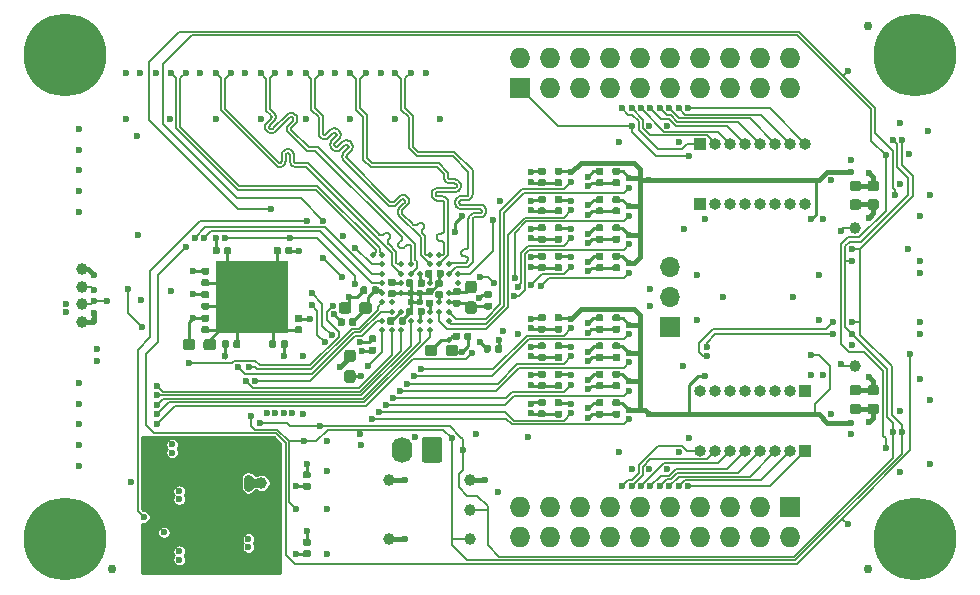
<source format=gbl>
G04 #@! TF.GenerationSoftware,KiCad,Pcbnew,5.1.0*
G04 #@! TF.CreationDate,2019-05-02T19:21:27+09:00*
G04 #@! TF.ProjectId,glasgow,676c6173-676f-4772-9e6b-696361645f70,rev?*
G04 #@! TF.SameCoordinates,Original*
G04 #@! TF.FileFunction,Copper,L4,Bot*
G04 #@! TF.FilePolarity,Positive*
%FSLAX46Y46*%
G04 Gerber Fmt 4.6, Leading zero omitted, Abs format (unit mm)*
G04 Created by KiCad (PCBNEW 5.1.0) date 2019-05-02 19:21:27*
%MOMM*%
%LPD*%
G04 APERTURE LIST*
%ADD10C,0.100000*%
%ADD11C,1.740000*%
%ADD12O,1.740000X2.200000*%
%ADD13C,1.000000*%
%ADD14C,0.875000*%
%ADD15R,1.000000X1.600000*%
%ADD16C,0.650000*%
%ADD17O,1.727200X1.727200*%
%ADD18R,1.727200X1.727200*%
%ADD19O,1.000000X1.000000*%
%ADD20R,1.000000X1.000000*%
%ADD21O,1.700000X1.700000*%
%ADD22R,1.700000X1.700000*%
%ADD23C,0.590000*%
%ADD24C,0.750000*%
%ADD25C,0.950000*%
%ADD26R,6.100000X6.100000*%
%ADD27C,0.600000*%
%ADD28C,0.800000*%
%ADD29C,7.000000*%
%ADD30C,0.500000*%
%ADD31C,0.150000*%
%ADD32C,0.250000*%
%ADD33C,0.450000*%
%ADD34C,0.190000*%
%ADD35C,0.750000*%
%ADD36C,0.254000*%
G04 APERTURE END LIST*
D10*
G36*
X85744505Y-107301204D02*
G01*
X85768773Y-107304804D01*
X85792572Y-107310765D01*
X85815671Y-107319030D01*
X85837850Y-107329520D01*
X85858893Y-107342132D01*
X85878599Y-107356747D01*
X85896777Y-107373223D01*
X85913253Y-107391401D01*
X85927868Y-107411107D01*
X85940480Y-107432150D01*
X85950970Y-107454329D01*
X85959235Y-107477428D01*
X85965196Y-107501227D01*
X85968796Y-107525495D01*
X85970000Y-107549999D01*
X85970000Y-109250001D01*
X85968796Y-109274505D01*
X85965196Y-109298773D01*
X85959235Y-109322572D01*
X85950970Y-109345671D01*
X85940480Y-109367850D01*
X85927868Y-109388893D01*
X85913253Y-109408599D01*
X85896777Y-109426777D01*
X85878599Y-109443253D01*
X85858893Y-109457868D01*
X85837850Y-109470480D01*
X85815671Y-109480970D01*
X85792572Y-109489235D01*
X85768773Y-109495196D01*
X85744505Y-109498796D01*
X85720001Y-109500000D01*
X84479999Y-109500000D01*
X84455495Y-109498796D01*
X84431227Y-109495196D01*
X84407428Y-109489235D01*
X84384329Y-109480970D01*
X84362150Y-109470480D01*
X84341107Y-109457868D01*
X84321401Y-109443253D01*
X84303223Y-109426777D01*
X84286747Y-109408599D01*
X84272132Y-109388893D01*
X84259520Y-109367850D01*
X84249030Y-109345671D01*
X84240765Y-109322572D01*
X84234804Y-109298773D01*
X84231204Y-109274505D01*
X84230000Y-109250001D01*
X84230000Y-107549999D01*
X84231204Y-107525495D01*
X84234804Y-107501227D01*
X84240765Y-107477428D01*
X84249030Y-107454329D01*
X84259520Y-107432150D01*
X84272132Y-107411107D01*
X84286747Y-107391401D01*
X84303223Y-107373223D01*
X84321401Y-107356747D01*
X84341107Y-107342132D01*
X84362150Y-107329520D01*
X84384329Y-107319030D01*
X84407428Y-107310765D01*
X84431227Y-107304804D01*
X84455495Y-107301204D01*
X84479999Y-107300000D01*
X85720001Y-107300000D01*
X85744505Y-107301204D01*
X85744505Y-107301204D01*
G37*
D11*
X85100000Y-108400000D03*
D12*
X82560000Y-108400000D03*
D13*
X55500000Y-94600000D03*
X120900000Y-89650000D03*
X120900000Y-101350000D03*
D10*
G36*
X121227691Y-85626053D02*
G01*
X121248926Y-85629203D01*
X121269750Y-85634419D01*
X121289962Y-85641651D01*
X121309368Y-85650830D01*
X121327781Y-85661866D01*
X121345024Y-85674654D01*
X121360930Y-85689070D01*
X121375346Y-85704976D01*
X121388134Y-85722219D01*
X121399170Y-85740632D01*
X121408349Y-85760038D01*
X121415581Y-85780250D01*
X121420797Y-85801074D01*
X121423947Y-85822309D01*
X121425000Y-85843750D01*
X121425000Y-86281250D01*
X121423947Y-86302691D01*
X121420797Y-86323926D01*
X121415581Y-86344750D01*
X121408349Y-86364962D01*
X121399170Y-86384368D01*
X121388134Y-86402781D01*
X121375346Y-86420024D01*
X121360930Y-86435930D01*
X121345024Y-86450346D01*
X121327781Y-86463134D01*
X121309368Y-86474170D01*
X121289962Y-86483349D01*
X121269750Y-86490581D01*
X121248926Y-86495797D01*
X121227691Y-86498947D01*
X121206250Y-86500000D01*
X120693750Y-86500000D01*
X120672309Y-86498947D01*
X120651074Y-86495797D01*
X120630250Y-86490581D01*
X120610038Y-86483349D01*
X120590632Y-86474170D01*
X120572219Y-86463134D01*
X120554976Y-86450346D01*
X120539070Y-86435930D01*
X120524654Y-86420024D01*
X120511866Y-86402781D01*
X120500830Y-86384368D01*
X120491651Y-86364962D01*
X120484419Y-86344750D01*
X120479203Y-86323926D01*
X120476053Y-86302691D01*
X120475000Y-86281250D01*
X120475000Y-85843750D01*
X120476053Y-85822309D01*
X120479203Y-85801074D01*
X120484419Y-85780250D01*
X120491651Y-85760038D01*
X120500830Y-85740632D01*
X120511866Y-85722219D01*
X120524654Y-85704976D01*
X120539070Y-85689070D01*
X120554976Y-85674654D01*
X120572219Y-85661866D01*
X120590632Y-85650830D01*
X120610038Y-85641651D01*
X120630250Y-85634419D01*
X120651074Y-85629203D01*
X120672309Y-85626053D01*
X120693750Y-85625000D01*
X121206250Y-85625000D01*
X121227691Y-85626053D01*
X121227691Y-85626053D01*
G37*
D14*
X120950000Y-86062500D03*
D10*
G36*
X121227691Y-87201053D02*
G01*
X121248926Y-87204203D01*
X121269750Y-87209419D01*
X121289962Y-87216651D01*
X121309368Y-87225830D01*
X121327781Y-87236866D01*
X121345024Y-87249654D01*
X121360930Y-87264070D01*
X121375346Y-87279976D01*
X121388134Y-87297219D01*
X121399170Y-87315632D01*
X121408349Y-87335038D01*
X121415581Y-87355250D01*
X121420797Y-87376074D01*
X121423947Y-87397309D01*
X121425000Y-87418750D01*
X121425000Y-87856250D01*
X121423947Y-87877691D01*
X121420797Y-87898926D01*
X121415581Y-87919750D01*
X121408349Y-87939962D01*
X121399170Y-87959368D01*
X121388134Y-87977781D01*
X121375346Y-87995024D01*
X121360930Y-88010930D01*
X121345024Y-88025346D01*
X121327781Y-88038134D01*
X121309368Y-88049170D01*
X121289962Y-88058349D01*
X121269750Y-88065581D01*
X121248926Y-88070797D01*
X121227691Y-88073947D01*
X121206250Y-88075000D01*
X120693750Y-88075000D01*
X120672309Y-88073947D01*
X120651074Y-88070797D01*
X120630250Y-88065581D01*
X120610038Y-88058349D01*
X120590632Y-88049170D01*
X120572219Y-88038134D01*
X120554976Y-88025346D01*
X120539070Y-88010930D01*
X120524654Y-87995024D01*
X120511866Y-87977781D01*
X120500830Y-87959368D01*
X120491651Y-87939962D01*
X120484419Y-87919750D01*
X120479203Y-87898926D01*
X120476053Y-87877691D01*
X120475000Y-87856250D01*
X120475000Y-87418750D01*
X120476053Y-87397309D01*
X120479203Y-87376074D01*
X120484419Y-87355250D01*
X120491651Y-87335038D01*
X120500830Y-87315632D01*
X120511866Y-87297219D01*
X120524654Y-87279976D01*
X120539070Y-87264070D01*
X120554976Y-87249654D01*
X120572219Y-87236866D01*
X120590632Y-87225830D01*
X120610038Y-87216651D01*
X120630250Y-87209419D01*
X120651074Y-87204203D01*
X120672309Y-87201053D01*
X120693750Y-87200000D01*
X121206250Y-87200000D01*
X121227691Y-87201053D01*
X121227691Y-87201053D01*
G37*
D14*
X120950000Y-87637500D03*
D10*
G36*
X121227691Y-104501053D02*
G01*
X121248926Y-104504203D01*
X121269750Y-104509419D01*
X121289962Y-104516651D01*
X121309368Y-104525830D01*
X121327781Y-104536866D01*
X121345024Y-104549654D01*
X121360930Y-104564070D01*
X121375346Y-104579976D01*
X121388134Y-104597219D01*
X121399170Y-104615632D01*
X121408349Y-104635038D01*
X121415581Y-104655250D01*
X121420797Y-104676074D01*
X121423947Y-104697309D01*
X121425000Y-104718750D01*
X121425000Y-105156250D01*
X121423947Y-105177691D01*
X121420797Y-105198926D01*
X121415581Y-105219750D01*
X121408349Y-105239962D01*
X121399170Y-105259368D01*
X121388134Y-105277781D01*
X121375346Y-105295024D01*
X121360930Y-105310930D01*
X121345024Y-105325346D01*
X121327781Y-105338134D01*
X121309368Y-105349170D01*
X121289962Y-105358349D01*
X121269750Y-105365581D01*
X121248926Y-105370797D01*
X121227691Y-105373947D01*
X121206250Y-105375000D01*
X120693750Y-105375000D01*
X120672309Y-105373947D01*
X120651074Y-105370797D01*
X120630250Y-105365581D01*
X120610038Y-105358349D01*
X120590632Y-105349170D01*
X120572219Y-105338134D01*
X120554976Y-105325346D01*
X120539070Y-105310930D01*
X120524654Y-105295024D01*
X120511866Y-105277781D01*
X120500830Y-105259368D01*
X120491651Y-105239962D01*
X120484419Y-105219750D01*
X120479203Y-105198926D01*
X120476053Y-105177691D01*
X120475000Y-105156250D01*
X120475000Y-104718750D01*
X120476053Y-104697309D01*
X120479203Y-104676074D01*
X120484419Y-104655250D01*
X120491651Y-104635038D01*
X120500830Y-104615632D01*
X120511866Y-104597219D01*
X120524654Y-104579976D01*
X120539070Y-104564070D01*
X120554976Y-104549654D01*
X120572219Y-104536866D01*
X120590632Y-104525830D01*
X120610038Y-104516651D01*
X120630250Y-104509419D01*
X120651074Y-104504203D01*
X120672309Y-104501053D01*
X120693750Y-104500000D01*
X121206250Y-104500000D01*
X121227691Y-104501053D01*
X121227691Y-104501053D01*
G37*
D14*
X120950000Y-104937500D03*
D10*
G36*
X121227691Y-102926053D02*
G01*
X121248926Y-102929203D01*
X121269750Y-102934419D01*
X121289962Y-102941651D01*
X121309368Y-102950830D01*
X121327781Y-102961866D01*
X121345024Y-102974654D01*
X121360930Y-102989070D01*
X121375346Y-103004976D01*
X121388134Y-103022219D01*
X121399170Y-103040632D01*
X121408349Y-103060038D01*
X121415581Y-103080250D01*
X121420797Y-103101074D01*
X121423947Y-103122309D01*
X121425000Y-103143750D01*
X121425000Y-103581250D01*
X121423947Y-103602691D01*
X121420797Y-103623926D01*
X121415581Y-103644750D01*
X121408349Y-103664962D01*
X121399170Y-103684368D01*
X121388134Y-103702781D01*
X121375346Y-103720024D01*
X121360930Y-103735930D01*
X121345024Y-103750346D01*
X121327781Y-103763134D01*
X121309368Y-103774170D01*
X121289962Y-103783349D01*
X121269750Y-103790581D01*
X121248926Y-103795797D01*
X121227691Y-103798947D01*
X121206250Y-103800000D01*
X120693750Y-103800000D01*
X120672309Y-103798947D01*
X120651074Y-103795797D01*
X120630250Y-103790581D01*
X120610038Y-103783349D01*
X120590632Y-103774170D01*
X120572219Y-103763134D01*
X120554976Y-103750346D01*
X120539070Y-103735930D01*
X120524654Y-103720024D01*
X120511866Y-103702781D01*
X120500830Y-103684368D01*
X120491651Y-103664962D01*
X120484419Y-103644750D01*
X120479203Y-103623926D01*
X120476053Y-103602691D01*
X120475000Y-103581250D01*
X120475000Y-103143750D01*
X120476053Y-103122309D01*
X120479203Y-103101074D01*
X120484419Y-103080250D01*
X120491651Y-103060038D01*
X120500830Y-103040632D01*
X120511866Y-103022219D01*
X120524654Y-103004976D01*
X120539070Y-102989070D01*
X120554976Y-102974654D01*
X120572219Y-102961866D01*
X120590632Y-102950830D01*
X120610038Y-102941651D01*
X120630250Y-102934419D01*
X120651074Y-102929203D01*
X120672309Y-102926053D01*
X120693750Y-102925000D01*
X121206250Y-102925000D01*
X121227691Y-102926053D01*
X121227691Y-102926053D01*
G37*
D14*
X120950000Y-103362500D03*
D10*
G36*
X122727691Y-85626053D02*
G01*
X122748926Y-85629203D01*
X122769750Y-85634419D01*
X122789962Y-85641651D01*
X122809368Y-85650830D01*
X122827781Y-85661866D01*
X122845024Y-85674654D01*
X122860930Y-85689070D01*
X122875346Y-85704976D01*
X122888134Y-85722219D01*
X122899170Y-85740632D01*
X122908349Y-85760038D01*
X122915581Y-85780250D01*
X122920797Y-85801074D01*
X122923947Y-85822309D01*
X122925000Y-85843750D01*
X122925000Y-86281250D01*
X122923947Y-86302691D01*
X122920797Y-86323926D01*
X122915581Y-86344750D01*
X122908349Y-86364962D01*
X122899170Y-86384368D01*
X122888134Y-86402781D01*
X122875346Y-86420024D01*
X122860930Y-86435930D01*
X122845024Y-86450346D01*
X122827781Y-86463134D01*
X122809368Y-86474170D01*
X122789962Y-86483349D01*
X122769750Y-86490581D01*
X122748926Y-86495797D01*
X122727691Y-86498947D01*
X122706250Y-86500000D01*
X122193750Y-86500000D01*
X122172309Y-86498947D01*
X122151074Y-86495797D01*
X122130250Y-86490581D01*
X122110038Y-86483349D01*
X122090632Y-86474170D01*
X122072219Y-86463134D01*
X122054976Y-86450346D01*
X122039070Y-86435930D01*
X122024654Y-86420024D01*
X122011866Y-86402781D01*
X122000830Y-86384368D01*
X121991651Y-86364962D01*
X121984419Y-86344750D01*
X121979203Y-86323926D01*
X121976053Y-86302691D01*
X121975000Y-86281250D01*
X121975000Y-85843750D01*
X121976053Y-85822309D01*
X121979203Y-85801074D01*
X121984419Y-85780250D01*
X121991651Y-85760038D01*
X122000830Y-85740632D01*
X122011866Y-85722219D01*
X122024654Y-85704976D01*
X122039070Y-85689070D01*
X122054976Y-85674654D01*
X122072219Y-85661866D01*
X122090632Y-85650830D01*
X122110038Y-85641651D01*
X122130250Y-85634419D01*
X122151074Y-85629203D01*
X122172309Y-85626053D01*
X122193750Y-85625000D01*
X122706250Y-85625000D01*
X122727691Y-85626053D01*
X122727691Y-85626053D01*
G37*
D14*
X122450000Y-86062500D03*
D10*
G36*
X122727691Y-87201053D02*
G01*
X122748926Y-87204203D01*
X122769750Y-87209419D01*
X122789962Y-87216651D01*
X122809368Y-87225830D01*
X122827781Y-87236866D01*
X122845024Y-87249654D01*
X122860930Y-87264070D01*
X122875346Y-87279976D01*
X122888134Y-87297219D01*
X122899170Y-87315632D01*
X122908349Y-87335038D01*
X122915581Y-87355250D01*
X122920797Y-87376074D01*
X122923947Y-87397309D01*
X122925000Y-87418750D01*
X122925000Y-87856250D01*
X122923947Y-87877691D01*
X122920797Y-87898926D01*
X122915581Y-87919750D01*
X122908349Y-87939962D01*
X122899170Y-87959368D01*
X122888134Y-87977781D01*
X122875346Y-87995024D01*
X122860930Y-88010930D01*
X122845024Y-88025346D01*
X122827781Y-88038134D01*
X122809368Y-88049170D01*
X122789962Y-88058349D01*
X122769750Y-88065581D01*
X122748926Y-88070797D01*
X122727691Y-88073947D01*
X122706250Y-88075000D01*
X122193750Y-88075000D01*
X122172309Y-88073947D01*
X122151074Y-88070797D01*
X122130250Y-88065581D01*
X122110038Y-88058349D01*
X122090632Y-88049170D01*
X122072219Y-88038134D01*
X122054976Y-88025346D01*
X122039070Y-88010930D01*
X122024654Y-87995024D01*
X122011866Y-87977781D01*
X122000830Y-87959368D01*
X121991651Y-87939962D01*
X121984419Y-87919750D01*
X121979203Y-87898926D01*
X121976053Y-87877691D01*
X121975000Y-87856250D01*
X121975000Y-87418750D01*
X121976053Y-87397309D01*
X121979203Y-87376074D01*
X121984419Y-87355250D01*
X121991651Y-87335038D01*
X122000830Y-87315632D01*
X122011866Y-87297219D01*
X122024654Y-87279976D01*
X122039070Y-87264070D01*
X122054976Y-87249654D01*
X122072219Y-87236866D01*
X122090632Y-87225830D01*
X122110038Y-87216651D01*
X122130250Y-87209419D01*
X122151074Y-87204203D01*
X122172309Y-87201053D01*
X122193750Y-87200000D01*
X122706250Y-87200000D01*
X122727691Y-87201053D01*
X122727691Y-87201053D01*
G37*
D14*
X122450000Y-87637500D03*
D10*
G36*
X122727691Y-104501053D02*
G01*
X122748926Y-104504203D01*
X122769750Y-104509419D01*
X122789962Y-104516651D01*
X122809368Y-104525830D01*
X122827781Y-104536866D01*
X122845024Y-104549654D01*
X122860930Y-104564070D01*
X122875346Y-104579976D01*
X122888134Y-104597219D01*
X122899170Y-104615632D01*
X122908349Y-104635038D01*
X122915581Y-104655250D01*
X122920797Y-104676074D01*
X122923947Y-104697309D01*
X122925000Y-104718750D01*
X122925000Y-105156250D01*
X122923947Y-105177691D01*
X122920797Y-105198926D01*
X122915581Y-105219750D01*
X122908349Y-105239962D01*
X122899170Y-105259368D01*
X122888134Y-105277781D01*
X122875346Y-105295024D01*
X122860930Y-105310930D01*
X122845024Y-105325346D01*
X122827781Y-105338134D01*
X122809368Y-105349170D01*
X122789962Y-105358349D01*
X122769750Y-105365581D01*
X122748926Y-105370797D01*
X122727691Y-105373947D01*
X122706250Y-105375000D01*
X122193750Y-105375000D01*
X122172309Y-105373947D01*
X122151074Y-105370797D01*
X122130250Y-105365581D01*
X122110038Y-105358349D01*
X122090632Y-105349170D01*
X122072219Y-105338134D01*
X122054976Y-105325346D01*
X122039070Y-105310930D01*
X122024654Y-105295024D01*
X122011866Y-105277781D01*
X122000830Y-105259368D01*
X121991651Y-105239962D01*
X121984419Y-105219750D01*
X121979203Y-105198926D01*
X121976053Y-105177691D01*
X121975000Y-105156250D01*
X121975000Y-104718750D01*
X121976053Y-104697309D01*
X121979203Y-104676074D01*
X121984419Y-104655250D01*
X121991651Y-104635038D01*
X122000830Y-104615632D01*
X122011866Y-104597219D01*
X122024654Y-104579976D01*
X122039070Y-104564070D01*
X122054976Y-104549654D01*
X122072219Y-104536866D01*
X122090632Y-104525830D01*
X122110038Y-104516651D01*
X122130250Y-104509419D01*
X122151074Y-104504203D01*
X122172309Y-104501053D01*
X122193750Y-104500000D01*
X122706250Y-104500000D01*
X122727691Y-104501053D01*
X122727691Y-104501053D01*
G37*
D14*
X122450000Y-104937500D03*
D10*
G36*
X122727691Y-102926053D02*
G01*
X122748926Y-102929203D01*
X122769750Y-102934419D01*
X122789962Y-102941651D01*
X122809368Y-102950830D01*
X122827781Y-102961866D01*
X122845024Y-102974654D01*
X122860930Y-102989070D01*
X122875346Y-103004976D01*
X122888134Y-103022219D01*
X122899170Y-103040632D01*
X122908349Y-103060038D01*
X122915581Y-103080250D01*
X122920797Y-103101074D01*
X122923947Y-103122309D01*
X122925000Y-103143750D01*
X122925000Y-103581250D01*
X122923947Y-103602691D01*
X122920797Y-103623926D01*
X122915581Y-103644750D01*
X122908349Y-103664962D01*
X122899170Y-103684368D01*
X122888134Y-103702781D01*
X122875346Y-103720024D01*
X122860930Y-103735930D01*
X122845024Y-103750346D01*
X122827781Y-103763134D01*
X122809368Y-103774170D01*
X122789962Y-103783349D01*
X122769750Y-103790581D01*
X122748926Y-103795797D01*
X122727691Y-103798947D01*
X122706250Y-103800000D01*
X122193750Y-103800000D01*
X122172309Y-103798947D01*
X122151074Y-103795797D01*
X122130250Y-103790581D01*
X122110038Y-103783349D01*
X122090632Y-103774170D01*
X122072219Y-103763134D01*
X122054976Y-103750346D01*
X122039070Y-103735930D01*
X122024654Y-103720024D01*
X122011866Y-103702781D01*
X122000830Y-103684368D01*
X121991651Y-103664962D01*
X121984419Y-103644750D01*
X121979203Y-103623926D01*
X121976053Y-103602691D01*
X121975000Y-103581250D01*
X121975000Y-103143750D01*
X121976053Y-103122309D01*
X121979203Y-103101074D01*
X121984419Y-103080250D01*
X121991651Y-103060038D01*
X122000830Y-103040632D01*
X122011866Y-103022219D01*
X122024654Y-103004976D01*
X122039070Y-102989070D01*
X122054976Y-102974654D01*
X122072219Y-102961866D01*
X122090632Y-102950830D01*
X122110038Y-102941651D01*
X122130250Y-102934419D01*
X122151074Y-102929203D01*
X122172309Y-102926053D01*
X122193750Y-102925000D01*
X122706250Y-102925000D01*
X122727691Y-102926053D01*
X122727691Y-102926053D01*
G37*
D14*
X122450000Y-103362500D03*
D15*
X65900000Y-109900000D03*
D16*
X65900000Y-109500000D03*
X65900000Y-110300000D03*
D15*
X65900000Y-115000000D03*
D16*
X65900000Y-114600000D03*
X65900000Y-115400000D03*
D13*
X70650000Y-111200000D03*
X55500000Y-96100000D03*
X55500000Y-97600000D03*
X55500000Y-93100000D03*
D17*
X115430000Y-75230000D03*
X115430000Y-77770000D03*
X112890000Y-75230000D03*
X112890000Y-77770000D03*
X110350000Y-75230000D03*
X110350000Y-77770000D03*
X107810000Y-75230000D03*
X107810000Y-77770000D03*
X105270000Y-75230000D03*
X105270000Y-77770000D03*
X102730000Y-75230000D03*
X102730000Y-77770000D03*
X100190000Y-75230000D03*
X100190000Y-77770000D03*
X97650000Y-75230000D03*
X97650000Y-77770000D03*
X95110000Y-75230000D03*
X95110000Y-77770000D03*
X92570000Y-75230000D03*
D18*
X92570000Y-77770000D03*
D19*
X107810000Y-103420000D03*
X109080000Y-103420000D03*
X110350000Y-103420000D03*
X111620000Y-103420000D03*
X112890000Y-103420000D03*
X114160000Y-103420000D03*
X115430000Y-103420000D03*
D20*
X116700000Y-103420000D03*
D19*
X107810000Y-108500000D03*
X109080000Y-108500000D03*
X110350000Y-108500000D03*
X111620000Y-108500000D03*
X112890000Y-108500000D03*
X114160000Y-108500000D03*
X115430000Y-108500000D03*
D20*
X116700000Y-108500000D03*
D13*
X81500000Y-116000000D03*
X81500000Y-111000000D03*
X88300000Y-116000000D03*
X88300000Y-113500000D03*
X88300000Y-111000000D03*
D21*
X105270000Y-92960000D03*
X105270000Y-95500000D03*
D22*
X105270000Y-98040000D03*
D10*
G36*
X89926958Y-99530710D02*
G01*
X89941276Y-99532834D01*
X89955317Y-99536351D01*
X89968946Y-99541228D01*
X89982031Y-99547417D01*
X89994447Y-99554858D01*
X90006073Y-99563481D01*
X90016798Y-99573202D01*
X90026519Y-99583927D01*
X90035142Y-99595553D01*
X90042583Y-99607969D01*
X90048772Y-99621054D01*
X90053649Y-99634683D01*
X90057166Y-99648724D01*
X90059290Y-99663042D01*
X90060000Y-99677500D01*
X90060000Y-100022500D01*
X90059290Y-100036958D01*
X90057166Y-100051276D01*
X90053649Y-100065317D01*
X90048772Y-100078946D01*
X90042583Y-100092031D01*
X90035142Y-100104447D01*
X90026519Y-100116073D01*
X90016798Y-100126798D01*
X90006073Y-100136519D01*
X89994447Y-100145142D01*
X89982031Y-100152583D01*
X89968946Y-100158772D01*
X89955317Y-100163649D01*
X89941276Y-100167166D01*
X89926958Y-100169290D01*
X89912500Y-100170000D01*
X89617500Y-100170000D01*
X89603042Y-100169290D01*
X89588724Y-100167166D01*
X89574683Y-100163649D01*
X89561054Y-100158772D01*
X89547969Y-100152583D01*
X89535553Y-100145142D01*
X89523927Y-100136519D01*
X89513202Y-100126798D01*
X89503481Y-100116073D01*
X89494858Y-100104447D01*
X89487417Y-100092031D01*
X89481228Y-100078946D01*
X89476351Y-100065317D01*
X89472834Y-100051276D01*
X89470710Y-100036958D01*
X89470000Y-100022500D01*
X89470000Y-99677500D01*
X89470710Y-99663042D01*
X89472834Y-99648724D01*
X89476351Y-99634683D01*
X89481228Y-99621054D01*
X89487417Y-99607969D01*
X89494858Y-99595553D01*
X89503481Y-99583927D01*
X89513202Y-99573202D01*
X89523927Y-99563481D01*
X89535553Y-99554858D01*
X89547969Y-99547417D01*
X89561054Y-99541228D01*
X89574683Y-99536351D01*
X89588724Y-99532834D01*
X89603042Y-99530710D01*
X89617500Y-99530000D01*
X89912500Y-99530000D01*
X89926958Y-99530710D01*
X89926958Y-99530710D01*
G37*
D23*
X89765000Y-99850000D03*
D10*
G36*
X90896958Y-99530710D02*
G01*
X90911276Y-99532834D01*
X90925317Y-99536351D01*
X90938946Y-99541228D01*
X90952031Y-99547417D01*
X90964447Y-99554858D01*
X90976073Y-99563481D01*
X90986798Y-99573202D01*
X90996519Y-99583927D01*
X91005142Y-99595553D01*
X91012583Y-99607969D01*
X91018772Y-99621054D01*
X91023649Y-99634683D01*
X91027166Y-99648724D01*
X91029290Y-99663042D01*
X91030000Y-99677500D01*
X91030000Y-100022500D01*
X91029290Y-100036958D01*
X91027166Y-100051276D01*
X91023649Y-100065317D01*
X91018772Y-100078946D01*
X91012583Y-100092031D01*
X91005142Y-100104447D01*
X90996519Y-100116073D01*
X90986798Y-100126798D01*
X90976073Y-100136519D01*
X90964447Y-100145142D01*
X90952031Y-100152583D01*
X90938946Y-100158772D01*
X90925317Y-100163649D01*
X90911276Y-100167166D01*
X90896958Y-100169290D01*
X90882500Y-100170000D01*
X90587500Y-100170000D01*
X90573042Y-100169290D01*
X90558724Y-100167166D01*
X90544683Y-100163649D01*
X90531054Y-100158772D01*
X90517969Y-100152583D01*
X90505553Y-100145142D01*
X90493927Y-100136519D01*
X90483202Y-100126798D01*
X90473481Y-100116073D01*
X90464858Y-100104447D01*
X90457417Y-100092031D01*
X90451228Y-100078946D01*
X90446351Y-100065317D01*
X90442834Y-100051276D01*
X90440710Y-100036958D01*
X90440000Y-100022500D01*
X90440000Y-99677500D01*
X90440710Y-99663042D01*
X90442834Y-99648724D01*
X90446351Y-99634683D01*
X90451228Y-99621054D01*
X90457417Y-99607969D01*
X90464858Y-99595553D01*
X90473481Y-99583927D01*
X90483202Y-99573202D01*
X90493927Y-99563481D01*
X90505553Y-99554858D01*
X90517969Y-99547417D01*
X90531054Y-99541228D01*
X90544683Y-99536351D01*
X90558724Y-99532834D01*
X90573042Y-99530710D01*
X90587500Y-99530000D01*
X90882500Y-99530000D01*
X90896958Y-99530710D01*
X90896958Y-99530710D01*
G37*
D23*
X90735000Y-99850000D03*
D24*
X122000000Y-118500000D03*
D17*
X92570000Y-115770000D03*
X92570000Y-113230000D03*
X95110000Y-115770000D03*
X95110000Y-113230000D03*
X97650000Y-115770000D03*
X97650000Y-113230000D03*
X100190000Y-115770000D03*
X100190000Y-113230000D03*
X102730000Y-115770000D03*
X102730000Y-113230000D03*
X105270000Y-115770000D03*
X105270000Y-113230000D03*
X107810000Y-115770000D03*
X107810000Y-113230000D03*
X110350000Y-115770000D03*
X110350000Y-113230000D03*
X112890000Y-115770000D03*
X112890000Y-113230000D03*
X115430000Y-115770000D03*
D18*
X115430000Y-113230000D03*
D19*
X116690000Y-87600000D03*
X115420000Y-87600000D03*
X114150000Y-87600000D03*
X112880000Y-87600000D03*
X111610000Y-87600000D03*
X110340000Y-87600000D03*
X109070000Y-87600000D03*
D20*
X107800000Y-87600000D03*
D19*
X116690000Y-82500000D03*
X115420000Y-82500000D03*
X114150000Y-82500000D03*
X112880000Y-82500000D03*
X111610000Y-82500000D03*
X110340000Y-82500000D03*
X109070000Y-82500000D03*
D20*
X107800000Y-82500000D03*
D10*
G36*
X95986958Y-92690710D02*
G01*
X96001276Y-92692834D01*
X96015317Y-92696351D01*
X96028946Y-92701228D01*
X96042031Y-92707417D01*
X96054447Y-92714858D01*
X96066073Y-92723481D01*
X96076798Y-92733202D01*
X96086519Y-92743927D01*
X96095142Y-92755553D01*
X96102583Y-92767969D01*
X96108772Y-92781054D01*
X96113649Y-92794683D01*
X96117166Y-92808724D01*
X96119290Y-92823042D01*
X96120000Y-92837500D01*
X96120000Y-93132500D01*
X96119290Y-93146958D01*
X96117166Y-93161276D01*
X96113649Y-93175317D01*
X96108772Y-93188946D01*
X96102583Y-93202031D01*
X96095142Y-93214447D01*
X96086519Y-93226073D01*
X96076798Y-93236798D01*
X96066073Y-93246519D01*
X96054447Y-93255142D01*
X96042031Y-93262583D01*
X96028946Y-93268772D01*
X96015317Y-93273649D01*
X96001276Y-93277166D01*
X95986958Y-93279290D01*
X95972500Y-93280000D01*
X95627500Y-93280000D01*
X95613042Y-93279290D01*
X95598724Y-93277166D01*
X95584683Y-93273649D01*
X95571054Y-93268772D01*
X95557969Y-93262583D01*
X95545553Y-93255142D01*
X95533927Y-93246519D01*
X95523202Y-93236798D01*
X95513481Y-93226073D01*
X95504858Y-93214447D01*
X95497417Y-93202031D01*
X95491228Y-93188946D01*
X95486351Y-93175317D01*
X95482834Y-93161276D01*
X95480710Y-93146958D01*
X95480000Y-93132500D01*
X95480000Y-92837500D01*
X95480710Y-92823042D01*
X95482834Y-92808724D01*
X95486351Y-92794683D01*
X95491228Y-92781054D01*
X95497417Y-92767969D01*
X95504858Y-92755553D01*
X95513481Y-92743927D01*
X95523202Y-92733202D01*
X95533927Y-92723481D01*
X95545553Y-92714858D01*
X95557969Y-92707417D01*
X95571054Y-92701228D01*
X95584683Y-92696351D01*
X95598724Y-92692834D01*
X95613042Y-92690710D01*
X95627500Y-92690000D01*
X95972500Y-92690000D01*
X95986958Y-92690710D01*
X95986958Y-92690710D01*
G37*
D23*
X95800000Y-92985000D03*
D10*
G36*
X95986958Y-91720710D02*
G01*
X96001276Y-91722834D01*
X96015317Y-91726351D01*
X96028946Y-91731228D01*
X96042031Y-91737417D01*
X96054447Y-91744858D01*
X96066073Y-91753481D01*
X96076798Y-91763202D01*
X96086519Y-91773927D01*
X96095142Y-91785553D01*
X96102583Y-91797969D01*
X96108772Y-91811054D01*
X96113649Y-91824683D01*
X96117166Y-91838724D01*
X96119290Y-91853042D01*
X96120000Y-91867500D01*
X96120000Y-92162500D01*
X96119290Y-92176958D01*
X96117166Y-92191276D01*
X96113649Y-92205317D01*
X96108772Y-92218946D01*
X96102583Y-92232031D01*
X96095142Y-92244447D01*
X96086519Y-92256073D01*
X96076798Y-92266798D01*
X96066073Y-92276519D01*
X96054447Y-92285142D01*
X96042031Y-92292583D01*
X96028946Y-92298772D01*
X96015317Y-92303649D01*
X96001276Y-92307166D01*
X95986958Y-92309290D01*
X95972500Y-92310000D01*
X95627500Y-92310000D01*
X95613042Y-92309290D01*
X95598724Y-92307166D01*
X95584683Y-92303649D01*
X95571054Y-92298772D01*
X95557969Y-92292583D01*
X95545553Y-92285142D01*
X95533927Y-92276519D01*
X95523202Y-92266798D01*
X95513481Y-92256073D01*
X95504858Y-92244447D01*
X95497417Y-92232031D01*
X95491228Y-92218946D01*
X95486351Y-92205317D01*
X95482834Y-92191276D01*
X95480710Y-92176958D01*
X95480000Y-92162500D01*
X95480000Y-91867500D01*
X95480710Y-91853042D01*
X95482834Y-91838724D01*
X95486351Y-91824683D01*
X95491228Y-91811054D01*
X95497417Y-91797969D01*
X95504858Y-91785553D01*
X95513481Y-91773927D01*
X95523202Y-91763202D01*
X95533927Y-91753481D01*
X95545553Y-91744858D01*
X95557969Y-91737417D01*
X95571054Y-91731228D01*
X95584683Y-91726351D01*
X95598724Y-91722834D01*
X95613042Y-91720710D01*
X95627500Y-91720000D01*
X95972500Y-91720000D01*
X95986958Y-91720710D01*
X95986958Y-91720710D01*
G37*
D23*
X95800000Y-92015000D03*
D10*
G36*
X99486958Y-90290710D02*
G01*
X99501276Y-90292834D01*
X99515317Y-90296351D01*
X99528946Y-90301228D01*
X99542031Y-90307417D01*
X99554447Y-90314858D01*
X99566073Y-90323481D01*
X99576798Y-90333202D01*
X99586519Y-90343927D01*
X99595142Y-90355553D01*
X99602583Y-90367969D01*
X99608772Y-90381054D01*
X99613649Y-90394683D01*
X99617166Y-90408724D01*
X99619290Y-90423042D01*
X99620000Y-90437500D01*
X99620000Y-90732500D01*
X99619290Y-90746958D01*
X99617166Y-90761276D01*
X99613649Y-90775317D01*
X99608772Y-90788946D01*
X99602583Y-90802031D01*
X99595142Y-90814447D01*
X99586519Y-90826073D01*
X99576798Y-90836798D01*
X99566073Y-90846519D01*
X99554447Y-90855142D01*
X99542031Y-90862583D01*
X99528946Y-90868772D01*
X99515317Y-90873649D01*
X99501276Y-90877166D01*
X99486958Y-90879290D01*
X99472500Y-90880000D01*
X99127500Y-90880000D01*
X99113042Y-90879290D01*
X99098724Y-90877166D01*
X99084683Y-90873649D01*
X99071054Y-90868772D01*
X99057969Y-90862583D01*
X99045553Y-90855142D01*
X99033927Y-90846519D01*
X99023202Y-90836798D01*
X99013481Y-90826073D01*
X99004858Y-90814447D01*
X98997417Y-90802031D01*
X98991228Y-90788946D01*
X98986351Y-90775317D01*
X98982834Y-90761276D01*
X98980710Y-90746958D01*
X98980000Y-90732500D01*
X98980000Y-90437500D01*
X98980710Y-90423042D01*
X98982834Y-90408724D01*
X98986351Y-90394683D01*
X98991228Y-90381054D01*
X98997417Y-90367969D01*
X99004858Y-90355553D01*
X99013481Y-90343927D01*
X99023202Y-90333202D01*
X99033927Y-90323481D01*
X99045553Y-90314858D01*
X99057969Y-90307417D01*
X99071054Y-90301228D01*
X99084683Y-90296351D01*
X99098724Y-90292834D01*
X99113042Y-90290710D01*
X99127500Y-90290000D01*
X99472500Y-90290000D01*
X99486958Y-90290710D01*
X99486958Y-90290710D01*
G37*
D23*
X99300000Y-90585000D03*
D10*
G36*
X99486958Y-89320710D02*
G01*
X99501276Y-89322834D01*
X99515317Y-89326351D01*
X99528946Y-89331228D01*
X99542031Y-89337417D01*
X99554447Y-89344858D01*
X99566073Y-89353481D01*
X99576798Y-89363202D01*
X99586519Y-89373927D01*
X99595142Y-89385553D01*
X99602583Y-89397969D01*
X99608772Y-89411054D01*
X99613649Y-89424683D01*
X99617166Y-89438724D01*
X99619290Y-89453042D01*
X99620000Y-89467500D01*
X99620000Y-89762500D01*
X99619290Y-89776958D01*
X99617166Y-89791276D01*
X99613649Y-89805317D01*
X99608772Y-89818946D01*
X99602583Y-89832031D01*
X99595142Y-89844447D01*
X99586519Y-89856073D01*
X99576798Y-89866798D01*
X99566073Y-89876519D01*
X99554447Y-89885142D01*
X99542031Y-89892583D01*
X99528946Y-89898772D01*
X99515317Y-89903649D01*
X99501276Y-89907166D01*
X99486958Y-89909290D01*
X99472500Y-89910000D01*
X99127500Y-89910000D01*
X99113042Y-89909290D01*
X99098724Y-89907166D01*
X99084683Y-89903649D01*
X99071054Y-89898772D01*
X99057969Y-89892583D01*
X99045553Y-89885142D01*
X99033927Y-89876519D01*
X99023202Y-89866798D01*
X99013481Y-89856073D01*
X99004858Y-89844447D01*
X98997417Y-89832031D01*
X98991228Y-89818946D01*
X98986351Y-89805317D01*
X98982834Y-89791276D01*
X98980710Y-89776958D01*
X98980000Y-89762500D01*
X98980000Y-89467500D01*
X98980710Y-89453042D01*
X98982834Y-89438724D01*
X98986351Y-89424683D01*
X98991228Y-89411054D01*
X98997417Y-89397969D01*
X99004858Y-89385553D01*
X99013481Y-89373927D01*
X99023202Y-89363202D01*
X99033927Y-89353481D01*
X99045553Y-89344858D01*
X99057969Y-89337417D01*
X99071054Y-89331228D01*
X99084683Y-89326351D01*
X99098724Y-89322834D01*
X99113042Y-89320710D01*
X99127500Y-89320000D01*
X99472500Y-89320000D01*
X99486958Y-89320710D01*
X99486958Y-89320710D01*
G37*
D23*
X99300000Y-89615000D03*
D10*
G36*
X99486958Y-87890710D02*
G01*
X99501276Y-87892834D01*
X99515317Y-87896351D01*
X99528946Y-87901228D01*
X99542031Y-87907417D01*
X99554447Y-87914858D01*
X99566073Y-87923481D01*
X99576798Y-87933202D01*
X99586519Y-87943927D01*
X99595142Y-87955553D01*
X99602583Y-87967969D01*
X99608772Y-87981054D01*
X99613649Y-87994683D01*
X99617166Y-88008724D01*
X99619290Y-88023042D01*
X99620000Y-88037500D01*
X99620000Y-88332500D01*
X99619290Y-88346958D01*
X99617166Y-88361276D01*
X99613649Y-88375317D01*
X99608772Y-88388946D01*
X99602583Y-88402031D01*
X99595142Y-88414447D01*
X99586519Y-88426073D01*
X99576798Y-88436798D01*
X99566073Y-88446519D01*
X99554447Y-88455142D01*
X99542031Y-88462583D01*
X99528946Y-88468772D01*
X99515317Y-88473649D01*
X99501276Y-88477166D01*
X99486958Y-88479290D01*
X99472500Y-88480000D01*
X99127500Y-88480000D01*
X99113042Y-88479290D01*
X99098724Y-88477166D01*
X99084683Y-88473649D01*
X99071054Y-88468772D01*
X99057969Y-88462583D01*
X99045553Y-88455142D01*
X99033927Y-88446519D01*
X99023202Y-88436798D01*
X99013481Y-88426073D01*
X99004858Y-88414447D01*
X98997417Y-88402031D01*
X98991228Y-88388946D01*
X98986351Y-88375317D01*
X98982834Y-88361276D01*
X98980710Y-88346958D01*
X98980000Y-88332500D01*
X98980000Y-88037500D01*
X98980710Y-88023042D01*
X98982834Y-88008724D01*
X98986351Y-87994683D01*
X98991228Y-87981054D01*
X98997417Y-87967969D01*
X99004858Y-87955553D01*
X99013481Y-87943927D01*
X99023202Y-87933202D01*
X99033927Y-87923481D01*
X99045553Y-87914858D01*
X99057969Y-87907417D01*
X99071054Y-87901228D01*
X99084683Y-87896351D01*
X99098724Y-87892834D01*
X99113042Y-87890710D01*
X99127500Y-87890000D01*
X99472500Y-87890000D01*
X99486958Y-87890710D01*
X99486958Y-87890710D01*
G37*
D23*
X99300000Y-88185000D03*
D10*
G36*
X99486958Y-86920710D02*
G01*
X99501276Y-86922834D01*
X99515317Y-86926351D01*
X99528946Y-86931228D01*
X99542031Y-86937417D01*
X99554447Y-86944858D01*
X99566073Y-86953481D01*
X99576798Y-86963202D01*
X99586519Y-86973927D01*
X99595142Y-86985553D01*
X99602583Y-86997969D01*
X99608772Y-87011054D01*
X99613649Y-87024683D01*
X99617166Y-87038724D01*
X99619290Y-87053042D01*
X99620000Y-87067500D01*
X99620000Y-87362500D01*
X99619290Y-87376958D01*
X99617166Y-87391276D01*
X99613649Y-87405317D01*
X99608772Y-87418946D01*
X99602583Y-87432031D01*
X99595142Y-87444447D01*
X99586519Y-87456073D01*
X99576798Y-87466798D01*
X99566073Y-87476519D01*
X99554447Y-87485142D01*
X99542031Y-87492583D01*
X99528946Y-87498772D01*
X99515317Y-87503649D01*
X99501276Y-87507166D01*
X99486958Y-87509290D01*
X99472500Y-87510000D01*
X99127500Y-87510000D01*
X99113042Y-87509290D01*
X99098724Y-87507166D01*
X99084683Y-87503649D01*
X99071054Y-87498772D01*
X99057969Y-87492583D01*
X99045553Y-87485142D01*
X99033927Y-87476519D01*
X99023202Y-87466798D01*
X99013481Y-87456073D01*
X99004858Y-87444447D01*
X98997417Y-87432031D01*
X98991228Y-87418946D01*
X98986351Y-87405317D01*
X98982834Y-87391276D01*
X98980710Y-87376958D01*
X98980000Y-87362500D01*
X98980000Y-87067500D01*
X98980710Y-87053042D01*
X98982834Y-87038724D01*
X98986351Y-87024683D01*
X98991228Y-87011054D01*
X98997417Y-86997969D01*
X99004858Y-86985553D01*
X99013481Y-86973927D01*
X99023202Y-86963202D01*
X99033927Y-86953481D01*
X99045553Y-86944858D01*
X99057969Y-86937417D01*
X99071054Y-86931228D01*
X99084683Y-86926351D01*
X99098724Y-86922834D01*
X99113042Y-86920710D01*
X99127500Y-86920000D01*
X99472500Y-86920000D01*
X99486958Y-86920710D01*
X99486958Y-86920710D01*
G37*
D23*
X99300000Y-87215000D03*
D10*
G36*
X99486958Y-85490710D02*
G01*
X99501276Y-85492834D01*
X99515317Y-85496351D01*
X99528946Y-85501228D01*
X99542031Y-85507417D01*
X99554447Y-85514858D01*
X99566073Y-85523481D01*
X99576798Y-85533202D01*
X99586519Y-85543927D01*
X99595142Y-85555553D01*
X99602583Y-85567969D01*
X99608772Y-85581054D01*
X99613649Y-85594683D01*
X99617166Y-85608724D01*
X99619290Y-85623042D01*
X99620000Y-85637500D01*
X99620000Y-85932500D01*
X99619290Y-85946958D01*
X99617166Y-85961276D01*
X99613649Y-85975317D01*
X99608772Y-85988946D01*
X99602583Y-86002031D01*
X99595142Y-86014447D01*
X99586519Y-86026073D01*
X99576798Y-86036798D01*
X99566073Y-86046519D01*
X99554447Y-86055142D01*
X99542031Y-86062583D01*
X99528946Y-86068772D01*
X99515317Y-86073649D01*
X99501276Y-86077166D01*
X99486958Y-86079290D01*
X99472500Y-86080000D01*
X99127500Y-86080000D01*
X99113042Y-86079290D01*
X99098724Y-86077166D01*
X99084683Y-86073649D01*
X99071054Y-86068772D01*
X99057969Y-86062583D01*
X99045553Y-86055142D01*
X99033927Y-86046519D01*
X99023202Y-86036798D01*
X99013481Y-86026073D01*
X99004858Y-86014447D01*
X98997417Y-86002031D01*
X98991228Y-85988946D01*
X98986351Y-85975317D01*
X98982834Y-85961276D01*
X98980710Y-85946958D01*
X98980000Y-85932500D01*
X98980000Y-85637500D01*
X98980710Y-85623042D01*
X98982834Y-85608724D01*
X98986351Y-85594683D01*
X98991228Y-85581054D01*
X98997417Y-85567969D01*
X99004858Y-85555553D01*
X99013481Y-85543927D01*
X99023202Y-85533202D01*
X99033927Y-85523481D01*
X99045553Y-85514858D01*
X99057969Y-85507417D01*
X99071054Y-85501228D01*
X99084683Y-85496351D01*
X99098724Y-85492834D01*
X99113042Y-85490710D01*
X99127500Y-85490000D01*
X99472500Y-85490000D01*
X99486958Y-85490710D01*
X99486958Y-85490710D01*
G37*
D23*
X99300000Y-85785000D03*
D10*
G36*
X99486958Y-84520710D02*
G01*
X99501276Y-84522834D01*
X99515317Y-84526351D01*
X99528946Y-84531228D01*
X99542031Y-84537417D01*
X99554447Y-84544858D01*
X99566073Y-84553481D01*
X99576798Y-84563202D01*
X99586519Y-84573927D01*
X99595142Y-84585553D01*
X99602583Y-84597969D01*
X99608772Y-84611054D01*
X99613649Y-84624683D01*
X99617166Y-84638724D01*
X99619290Y-84653042D01*
X99620000Y-84667500D01*
X99620000Y-84962500D01*
X99619290Y-84976958D01*
X99617166Y-84991276D01*
X99613649Y-85005317D01*
X99608772Y-85018946D01*
X99602583Y-85032031D01*
X99595142Y-85044447D01*
X99586519Y-85056073D01*
X99576798Y-85066798D01*
X99566073Y-85076519D01*
X99554447Y-85085142D01*
X99542031Y-85092583D01*
X99528946Y-85098772D01*
X99515317Y-85103649D01*
X99501276Y-85107166D01*
X99486958Y-85109290D01*
X99472500Y-85110000D01*
X99127500Y-85110000D01*
X99113042Y-85109290D01*
X99098724Y-85107166D01*
X99084683Y-85103649D01*
X99071054Y-85098772D01*
X99057969Y-85092583D01*
X99045553Y-85085142D01*
X99033927Y-85076519D01*
X99023202Y-85066798D01*
X99013481Y-85056073D01*
X99004858Y-85044447D01*
X98997417Y-85032031D01*
X98991228Y-85018946D01*
X98986351Y-85005317D01*
X98982834Y-84991276D01*
X98980710Y-84976958D01*
X98980000Y-84962500D01*
X98980000Y-84667500D01*
X98980710Y-84653042D01*
X98982834Y-84638724D01*
X98986351Y-84624683D01*
X98991228Y-84611054D01*
X98997417Y-84597969D01*
X99004858Y-84585553D01*
X99013481Y-84573927D01*
X99023202Y-84563202D01*
X99033927Y-84553481D01*
X99045553Y-84544858D01*
X99057969Y-84537417D01*
X99071054Y-84531228D01*
X99084683Y-84526351D01*
X99098724Y-84522834D01*
X99113042Y-84520710D01*
X99127500Y-84520000D01*
X99472500Y-84520000D01*
X99486958Y-84520710D01*
X99486958Y-84520710D01*
G37*
D23*
X99300000Y-84815000D03*
D10*
G36*
X95986958Y-87875710D02*
G01*
X96001276Y-87877834D01*
X96015317Y-87881351D01*
X96028946Y-87886228D01*
X96042031Y-87892417D01*
X96054447Y-87899858D01*
X96066073Y-87908481D01*
X96076798Y-87918202D01*
X96086519Y-87928927D01*
X96095142Y-87940553D01*
X96102583Y-87952969D01*
X96108772Y-87966054D01*
X96113649Y-87979683D01*
X96117166Y-87993724D01*
X96119290Y-88008042D01*
X96120000Y-88022500D01*
X96120000Y-88317500D01*
X96119290Y-88331958D01*
X96117166Y-88346276D01*
X96113649Y-88360317D01*
X96108772Y-88373946D01*
X96102583Y-88387031D01*
X96095142Y-88399447D01*
X96086519Y-88411073D01*
X96076798Y-88421798D01*
X96066073Y-88431519D01*
X96054447Y-88440142D01*
X96042031Y-88447583D01*
X96028946Y-88453772D01*
X96015317Y-88458649D01*
X96001276Y-88462166D01*
X95986958Y-88464290D01*
X95972500Y-88465000D01*
X95627500Y-88465000D01*
X95613042Y-88464290D01*
X95598724Y-88462166D01*
X95584683Y-88458649D01*
X95571054Y-88453772D01*
X95557969Y-88447583D01*
X95545553Y-88440142D01*
X95533927Y-88431519D01*
X95523202Y-88421798D01*
X95513481Y-88411073D01*
X95504858Y-88399447D01*
X95497417Y-88387031D01*
X95491228Y-88373946D01*
X95486351Y-88360317D01*
X95482834Y-88346276D01*
X95480710Y-88331958D01*
X95480000Y-88317500D01*
X95480000Y-88022500D01*
X95480710Y-88008042D01*
X95482834Y-87993724D01*
X95486351Y-87979683D01*
X95491228Y-87966054D01*
X95497417Y-87952969D01*
X95504858Y-87940553D01*
X95513481Y-87928927D01*
X95523202Y-87918202D01*
X95533927Y-87908481D01*
X95545553Y-87899858D01*
X95557969Y-87892417D01*
X95571054Y-87886228D01*
X95584683Y-87881351D01*
X95598724Y-87877834D01*
X95613042Y-87875710D01*
X95627500Y-87875000D01*
X95972500Y-87875000D01*
X95986958Y-87875710D01*
X95986958Y-87875710D01*
G37*
D23*
X95800000Y-88170000D03*
D10*
G36*
X95986958Y-86905710D02*
G01*
X96001276Y-86907834D01*
X96015317Y-86911351D01*
X96028946Y-86916228D01*
X96042031Y-86922417D01*
X96054447Y-86929858D01*
X96066073Y-86938481D01*
X96076798Y-86948202D01*
X96086519Y-86958927D01*
X96095142Y-86970553D01*
X96102583Y-86982969D01*
X96108772Y-86996054D01*
X96113649Y-87009683D01*
X96117166Y-87023724D01*
X96119290Y-87038042D01*
X96120000Y-87052500D01*
X96120000Y-87347500D01*
X96119290Y-87361958D01*
X96117166Y-87376276D01*
X96113649Y-87390317D01*
X96108772Y-87403946D01*
X96102583Y-87417031D01*
X96095142Y-87429447D01*
X96086519Y-87441073D01*
X96076798Y-87451798D01*
X96066073Y-87461519D01*
X96054447Y-87470142D01*
X96042031Y-87477583D01*
X96028946Y-87483772D01*
X96015317Y-87488649D01*
X96001276Y-87492166D01*
X95986958Y-87494290D01*
X95972500Y-87495000D01*
X95627500Y-87495000D01*
X95613042Y-87494290D01*
X95598724Y-87492166D01*
X95584683Y-87488649D01*
X95571054Y-87483772D01*
X95557969Y-87477583D01*
X95545553Y-87470142D01*
X95533927Y-87461519D01*
X95523202Y-87451798D01*
X95513481Y-87441073D01*
X95504858Y-87429447D01*
X95497417Y-87417031D01*
X95491228Y-87403946D01*
X95486351Y-87390317D01*
X95482834Y-87376276D01*
X95480710Y-87361958D01*
X95480000Y-87347500D01*
X95480000Y-87052500D01*
X95480710Y-87038042D01*
X95482834Y-87023724D01*
X95486351Y-87009683D01*
X95491228Y-86996054D01*
X95497417Y-86982969D01*
X95504858Y-86970553D01*
X95513481Y-86958927D01*
X95523202Y-86948202D01*
X95533927Y-86938481D01*
X95545553Y-86929858D01*
X95557969Y-86922417D01*
X95571054Y-86916228D01*
X95584683Y-86911351D01*
X95598724Y-86907834D01*
X95613042Y-86905710D01*
X95627500Y-86905000D01*
X95972500Y-86905000D01*
X95986958Y-86905710D01*
X95986958Y-86905710D01*
G37*
D23*
X95800000Y-87200000D03*
D10*
G36*
X94586958Y-90290710D02*
G01*
X94601276Y-90292834D01*
X94615317Y-90296351D01*
X94628946Y-90301228D01*
X94642031Y-90307417D01*
X94654447Y-90314858D01*
X94666073Y-90323481D01*
X94676798Y-90333202D01*
X94686519Y-90343927D01*
X94695142Y-90355553D01*
X94702583Y-90367969D01*
X94708772Y-90381054D01*
X94713649Y-90394683D01*
X94717166Y-90408724D01*
X94719290Y-90423042D01*
X94720000Y-90437500D01*
X94720000Y-90732500D01*
X94719290Y-90746958D01*
X94717166Y-90761276D01*
X94713649Y-90775317D01*
X94708772Y-90788946D01*
X94702583Y-90802031D01*
X94695142Y-90814447D01*
X94686519Y-90826073D01*
X94676798Y-90836798D01*
X94666073Y-90846519D01*
X94654447Y-90855142D01*
X94642031Y-90862583D01*
X94628946Y-90868772D01*
X94615317Y-90873649D01*
X94601276Y-90877166D01*
X94586958Y-90879290D01*
X94572500Y-90880000D01*
X94227500Y-90880000D01*
X94213042Y-90879290D01*
X94198724Y-90877166D01*
X94184683Y-90873649D01*
X94171054Y-90868772D01*
X94157969Y-90862583D01*
X94145553Y-90855142D01*
X94133927Y-90846519D01*
X94123202Y-90836798D01*
X94113481Y-90826073D01*
X94104858Y-90814447D01*
X94097417Y-90802031D01*
X94091228Y-90788946D01*
X94086351Y-90775317D01*
X94082834Y-90761276D01*
X94080710Y-90746958D01*
X94080000Y-90732500D01*
X94080000Y-90437500D01*
X94080710Y-90423042D01*
X94082834Y-90408724D01*
X94086351Y-90394683D01*
X94091228Y-90381054D01*
X94097417Y-90367969D01*
X94104858Y-90355553D01*
X94113481Y-90343927D01*
X94123202Y-90333202D01*
X94133927Y-90323481D01*
X94145553Y-90314858D01*
X94157969Y-90307417D01*
X94171054Y-90301228D01*
X94184683Y-90296351D01*
X94198724Y-90292834D01*
X94213042Y-90290710D01*
X94227500Y-90290000D01*
X94572500Y-90290000D01*
X94586958Y-90290710D01*
X94586958Y-90290710D01*
G37*
D23*
X94400000Y-90585000D03*
D10*
G36*
X94586958Y-89320710D02*
G01*
X94601276Y-89322834D01*
X94615317Y-89326351D01*
X94628946Y-89331228D01*
X94642031Y-89337417D01*
X94654447Y-89344858D01*
X94666073Y-89353481D01*
X94676798Y-89363202D01*
X94686519Y-89373927D01*
X94695142Y-89385553D01*
X94702583Y-89397969D01*
X94708772Y-89411054D01*
X94713649Y-89424683D01*
X94717166Y-89438724D01*
X94719290Y-89453042D01*
X94720000Y-89467500D01*
X94720000Y-89762500D01*
X94719290Y-89776958D01*
X94717166Y-89791276D01*
X94713649Y-89805317D01*
X94708772Y-89818946D01*
X94702583Y-89832031D01*
X94695142Y-89844447D01*
X94686519Y-89856073D01*
X94676798Y-89866798D01*
X94666073Y-89876519D01*
X94654447Y-89885142D01*
X94642031Y-89892583D01*
X94628946Y-89898772D01*
X94615317Y-89903649D01*
X94601276Y-89907166D01*
X94586958Y-89909290D01*
X94572500Y-89910000D01*
X94227500Y-89910000D01*
X94213042Y-89909290D01*
X94198724Y-89907166D01*
X94184683Y-89903649D01*
X94171054Y-89898772D01*
X94157969Y-89892583D01*
X94145553Y-89885142D01*
X94133927Y-89876519D01*
X94123202Y-89866798D01*
X94113481Y-89856073D01*
X94104858Y-89844447D01*
X94097417Y-89832031D01*
X94091228Y-89818946D01*
X94086351Y-89805317D01*
X94082834Y-89791276D01*
X94080710Y-89776958D01*
X94080000Y-89762500D01*
X94080000Y-89467500D01*
X94080710Y-89453042D01*
X94082834Y-89438724D01*
X94086351Y-89424683D01*
X94091228Y-89411054D01*
X94097417Y-89397969D01*
X94104858Y-89385553D01*
X94113481Y-89373927D01*
X94123202Y-89363202D01*
X94133927Y-89353481D01*
X94145553Y-89344858D01*
X94157969Y-89337417D01*
X94171054Y-89331228D01*
X94184683Y-89326351D01*
X94198724Y-89322834D01*
X94213042Y-89320710D01*
X94227500Y-89320000D01*
X94572500Y-89320000D01*
X94586958Y-89320710D01*
X94586958Y-89320710D01*
G37*
D23*
X94400000Y-89615000D03*
D10*
G36*
X94586958Y-92690710D02*
G01*
X94601276Y-92692834D01*
X94615317Y-92696351D01*
X94628946Y-92701228D01*
X94642031Y-92707417D01*
X94654447Y-92714858D01*
X94666073Y-92723481D01*
X94676798Y-92733202D01*
X94686519Y-92743927D01*
X94695142Y-92755553D01*
X94702583Y-92767969D01*
X94708772Y-92781054D01*
X94713649Y-92794683D01*
X94717166Y-92808724D01*
X94719290Y-92823042D01*
X94720000Y-92837500D01*
X94720000Y-93132500D01*
X94719290Y-93146958D01*
X94717166Y-93161276D01*
X94713649Y-93175317D01*
X94708772Y-93188946D01*
X94702583Y-93202031D01*
X94695142Y-93214447D01*
X94686519Y-93226073D01*
X94676798Y-93236798D01*
X94666073Y-93246519D01*
X94654447Y-93255142D01*
X94642031Y-93262583D01*
X94628946Y-93268772D01*
X94615317Y-93273649D01*
X94601276Y-93277166D01*
X94586958Y-93279290D01*
X94572500Y-93280000D01*
X94227500Y-93280000D01*
X94213042Y-93279290D01*
X94198724Y-93277166D01*
X94184683Y-93273649D01*
X94171054Y-93268772D01*
X94157969Y-93262583D01*
X94145553Y-93255142D01*
X94133927Y-93246519D01*
X94123202Y-93236798D01*
X94113481Y-93226073D01*
X94104858Y-93214447D01*
X94097417Y-93202031D01*
X94091228Y-93188946D01*
X94086351Y-93175317D01*
X94082834Y-93161276D01*
X94080710Y-93146958D01*
X94080000Y-93132500D01*
X94080000Y-92837500D01*
X94080710Y-92823042D01*
X94082834Y-92808724D01*
X94086351Y-92794683D01*
X94091228Y-92781054D01*
X94097417Y-92767969D01*
X94104858Y-92755553D01*
X94113481Y-92743927D01*
X94123202Y-92733202D01*
X94133927Y-92723481D01*
X94145553Y-92714858D01*
X94157969Y-92707417D01*
X94171054Y-92701228D01*
X94184683Y-92696351D01*
X94198724Y-92692834D01*
X94213042Y-92690710D01*
X94227500Y-92690000D01*
X94572500Y-92690000D01*
X94586958Y-92690710D01*
X94586958Y-92690710D01*
G37*
D23*
X94400000Y-92985000D03*
D10*
G36*
X94586958Y-91720710D02*
G01*
X94601276Y-91722834D01*
X94615317Y-91726351D01*
X94628946Y-91731228D01*
X94642031Y-91737417D01*
X94654447Y-91744858D01*
X94666073Y-91753481D01*
X94676798Y-91763202D01*
X94686519Y-91773927D01*
X94695142Y-91785553D01*
X94702583Y-91797969D01*
X94708772Y-91811054D01*
X94713649Y-91824683D01*
X94717166Y-91838724D01*
X94719290Y-91853042D01*
X94720000Y-91867500D01*
X94720000Y-92162500D01*
X94719290Y-92176958D01*
X94717166Y-92191276D01*
X94713649Y-92205317D01*
X94708772Y-92218946D01*
X94702583Y-92232031D01*
X94695142Y-92244447D01*
X94686519Y-92256073D01*
X94676798Y-92266798D01*
X94666073Y-92276519D01*
X94654447Y-92285142D01*
X94642031Y-92292583D01*
X94628946Y-92298772D01*
X94615317Y-92303649D01*
X94601276Y-92307166D01*
X94586958Y-92309290D01*
X94572500Y-92310000D01*
X94227500Y-92310000D01*
X94213042Y-92309290D01*
X94198724Y-92307166D01*
X94184683Y-92303649D01*
X94171054Y-92298772D01*
X94157969Y-92292583D01*
X94145553Y-92285142D01*
X94133927Y-92276519D01*
X94123202Y-92266798D01*
X94113481Y-92256073D01*
X94104858Y-92244447D01*
X94097417Y-92232031D01*
X94091228Y-92218946D01*
X94086351Y-92205317D01*
X94082834Y-92191276D01*
X94080710Y-92176958D01*
X94080000Y-92162500D01*
X94080000Y-91867500D01*
X94080710Y-91853042D01*
X94082834Y-91838724D01*
X94086351Y-91824683D01*
X94091228Y-91811054D01*
X94097417Y-91797969D01*
X94104858Y-91785553D01*
X94113481Y-91773927D01*
X94123202Y-91763202D01*
X94133927Y-91753481D01*
X94145553Y-91744858D01*
X94157969Y-91737417D01*
X94171054Y-91731228D01*
X94184683Y-91726351D01*
X94198724Y-91722834D01*
X94213042Y-91720710D01*
X94227500Y-91720000D01*
X94572500Y-91720000D01*
X94586958Y-91720710D01*
X94586958Y-91720710D01*
G37*
D23*
X94400000Y-92015000D03*
D10*
G36*
X94586958Y-87890710D02*
G01*
X94601276Y-87892834D01*
X94615317Y-87896351D01*
X94628946Y-87901228D01*
X94642031Y-87907417D01*
X94654447Y-87914858D01*
X94666073Y-87923481D01*
X94676798Y-87933202D01*
X94686519Y-87943927D01*
X94695142Y-87955553D01*
X94702583Y-87967969D01*
X94708772Y-87981054D01*
X94713649Y-87994683D01*
X94717166Y-88008724D01*
X94719290Y-88023042D01*
X94720000Y-88037500D01*
X94720000Y-88332500D01*
X94719290Y-88346958D01*
X94717166Y-88361276D01*
X94713649Y-88375317D01*
X94708772Y-88388946D01*
X94702583Y-88402031D01*
X94695142Y-88414447D01*
X94686519Y-88426073D01*
X94676798Y-88436798D01*
X94666073Y-88446519D01*
X94654447Y-88455142D01*
X94642031Y-88462583D01*
X94628946Y-88468772D01*
X94615317Y-88473649D01*
X94601276Y-88477166D01*
X94586958Y-88479290D01*
X94572500Y-88480000D01*
X94227500Y-88480000D01*
X94213042Y-88479290D01*
X94198724Y-88477166D01*
X94184683Y-88473649D01*
X94171054Y-88468772D01*
X94157969Y-88462583D01*
X94145553Y-88455142D01*
X94133927Y-88446519D01*
X94123202Y-88436798D01*
X94113481Y-88426073D01*
X94104858Y-88414447D01*
X94097417Y-88402031D01*
X94091228Y-88388946D01*
X94086351Y-88375317D01*
X94082834Y-88361276D01*
X94080710Y-88346958D01*
X94080000Y-88332500D01*
X94080000Y-88037500D01*
X94080710Y-88023042D01*
X94082834Y-88008724D01*
X94086351Y-87994683D01*
X94091228Y-87981054D01*
X94097417Y-87967969D01*
X94104858Y-87955553D01*
X94113481Y-87943927D01*
X94123202Y-87933202D01*
X94133927Y-87923481D01*
X94145553Y-87914858D01*
X94157969Y-87907417D01*
X94171054Y-87901228D01*
X94184683Y-87896351D01*
X94198724Y-87892834D01*
X94213042Y-87890710D01*
X94227500Y-87890000D01*
X94572500Y-87890000D01*
X94586958Y-87890710D01*
X94586958Y-87890710D01*
G37*
D23*
X94400000Y-88185000D03*
D10*
G36*
X94586958Y-86920710D02*
G01*
X94601276Y-86922834D01*
X94615317Y-86926351D01*
X94628946Y-86931228D01*
X94642031Y-86937417D01*
X94654447Y-86944858D01*
X94666073Y-86953481D01*
X94676798Y-86963202D01*
X94686519Y-86973927D01*
X94695142Y-86985553D01*
X94702583Y-86997969D01*
X94708772Y-87011054D01*
X94713649Y-87024683D01*
X94717166Y-87038724D01*
X94719290Y-87053042D01*
X94720000Y-87067500D01*
X94720000Y-87362500D01*
X94719290Y-87376958D01*
X94717166Y-87391276D01*
X94713649Y-87405317D01*
X94708772Y-87418946D01*
X94702583Y-87432031D01*
X94695142Y-87444447D01*
X94686519Y-87456073D01*
X94676798Y-87466798D01*
X94666073Y-87476519D01*
X94654447Y-87485142D01*
X94642031Y-87492583D01*
X94628946Y-87498772D01*
X94615317Y-87503649D01*
X94601276Y-87507166D01*
X94586958Y-87509290D01*
X94572500Y-87510000D01*
X94227500Y-87510000D01*
X94213042Y-87509290D01*
X94198724Y-87507166D01*
X94184683Y-87503649D01*
X94171054Y-87498772D01*
X94157969Y-87492583D01*
X94145553Y-87485142D01*
X94133927Y-87476519D01*
X94123202Y-87466798D01*
X94113481Y-87456073D01*
X94104858Y-87444447D01*
X94097417Y-87432031D01*
X94091228Y-87418946D01*
X94086351Y-87405317D01*
X94082834Y-87391276D01*
X94080710Y-87376958D01*
X94080000Y-87362500D01*
X94080000Y-87067500D01*
X94080710Y-87053042D01*
X94082834Y-87038724D01*
X94086351Y-87024683D01*
X94091228Y-87011054D01*
X94097417Y-86997969D01*
X94104858Y-86985553D01*
X94113481Y-86973927D01*
X94123202Y-86963202D01*
X94133927Y-86953481D01*
X94145553Y-86944858D01*
X94157969Y-86937417D01*
X94171054Y-86931228D01*
X94184683Y-86926351D01*
X94198724Y-86922834D01*
X94213042Y-86920710D01*
X94227500Y-86920000D01*
X94572500Y-86920000D01*
X94586958Y-86920710D01*
X94586958Y-86920710D01*
G37*
D23*
X94400000Y-87215000D03*
D10*
G36*
X87085779Y-99526144D02*
G01*
X87108834Y-99529563D01*
X87131443Y-99535227D01*
X87153387Y-99543079D01*
X87174457Y-99553044D01*
X87194448Y-99565026D01*
X87213168Y-99578910D01*
X87230438Y-99594562D01*
X87246090Y-99611832D01*
X87259974Y-99630552D01*
X87271956Y-99650543D01*
X87281921Y-99671613D01*
X87289773Y-99693557D01*
X87295437Y-99716166D01*
X87298856Y-99739221D01*
X87300000Y-99762500D01*
X87300000Y-100237500D01*
X87298856Y-100260779D01*
X87295437Y-100283834D01*
X87289773Y-100306443D01*
X87281921Y-100328387D01*
X87271956Y-100349457D01*
X87259974Y-100369448D01*
X87246090Y-100388168D01*
X87230438Y-100405438D01*
X87213168Y-100421090D01*
X87194448Y-100434974D01*
X87174457Y-100446956D01*
X87153387Y-100456921D01*
X87131443Y-100464773D01*
X87108834Y-100470437D01*
X87085779Y-100473856D01*
X87062500Y-100475000D01*
X86487500Y-100475000D01*
X86464221Y-100473856D01*
X86441166Y-100470437D01*
X86418557Y-100464773D01*
X86396613Y-100456921D01*
X86375543Y-100446956D01*
X86355552Y-100434974D01*
X86336832Y-100421090D01*
X86319562Y-100405438D01*
X86303910Y-100388168D01*
X86290026Y-100369448D01*
X86278044Y-100349457D01*
X86268079Y-100328387D01*
X86260227Y-100306443D01*
X86254563Y-100283834D01*
X86251144Y-100260779D01*
X86250000Y-100237500D01*
X86250000Y-99762500D01*
X86251144Y-99739221D01*
X86254563Y-99716166D01*
X86260227Y-99693557D01*
X86268079Y-99671613D01*
X86278044Y-99650543D01*
X86290026Y-99630552D01*
X86303910Y-99611832D01*
X86319562Y-99594562D01*
X86336832Y-99578910D01*
X86355552Y-99565026D01*
X86375543Y-99553044D01*
X86396613Y-99543079D01*
X86418557Y-99535227D01*
X86441166Y-99529563D01*
X86464221Y-99526144D01*
X86487500Y-99525000D01*
X87062500Y-99525000D01*
X87085779Y-99526144D01*
X87085779Y-99526144D01*
G37*
D25*
X86775000Y-100000000D03*
D10*
G36*
X85335779Y-99526144D02*
G01*
X85358834Y-99529563D01*
X85381443Y-99535227D01*
X85403387Y-99543079D01*
X85424457Y-99553044D01*
X85444448Y-99565026D01*
X85463168Y-99578910D01*
X85480438Y-99594562D01*
X85496090Y-99611832D01*
X85509974Y-99630552D01*
X85521956Y-99650543D01*
X85531921Y-99671613D01*
X85539773Y-99693557D01*
X85545437Y-99716166D01*
X85548856Y-99739221D01*
X85550000Y-99762500D01*
X85550000Y-100237500D01*
X85548856Y-100260779D01*
X85545437Y-100283834D01*
X85539773Y-100306443D01*
X85531921Y-100328387D01*
X85521956Y-100349457D01*
X85509974Y-100369448D01*
X85496090Y-100388168D01*
X85480438Y-100405438D01*
X85463168Y-100421090D01*
X85444448Y-100434974D01*
X85424457Y-100446956D01*
X85403387Y-100456921D01*
X85381443Y-100464773D01*
X85358834Y-100470437D01*
X85335779Y-100473856D01*
X85312500Y-100475000D01*
X84737500Y-100475000D01*
X84714221Y-100473856D01*
X84691166Y-100470437D01*
X84668557Y-100464773D01*
X84646613Y-100456921D01*
X84625543Y-100446956D01*
X84605552Y-100434974D01*
X84586832Y-100421090D01*
X84569562Y-100405438D01*
X84553910Y-100388168D01*
X84540026Y-100369448D01*
X84528044Y-100349457D01*
X84518079Y-100328387D01*
X84510227Y-100306443D01*
X84504563Y-100283834D01*
X84501144Y-100260779D01*
X84500000Y-100237500D01*
X84500000Y-99762500D01*
X84501144Y-99739221D01*
X84504563Y-99716166D01*
X84510227Y-99693557D01*
X84518079Y-99671613D01*
X84528044Y-99650543D01*
X84540026Y-99630552D01*
X84553910Y-99611832D01*
X84569562Y-99594562D01*
X84586832Y-99578910D01*
X84605552Y-99565026D01*
X84625543Y-99553044D01*
X84646613Y-99543079D01*
X84668557Y-99535227D01*
X84691166Y-99529563D01*
X84714221Y-99526144D01*
X84737500Y-99525000D01*
X85312500Y-99525000D01*
X85335779Y-99526144D01*
X85335779Y-99526144D01*
G37*
D25*
X85025000Y-100000000D03*
D10*
G36*
X94586958Y-85490710D02*
G01*
X94601276Y-85492834D01*
X94615317Y-85496351D01*
X94628946Y-85501228D01*
X94642031Y-85507417D01*
X94654447Y-85514858D01*
X94666073Y-85523481D01*
X94676798Y-85533202D01*
X94686519Y-85543927D01*
X94695142Y-85555553D01*
X94702583Y-85567969D01*
X94708772Y-85581054D01*
X94713649Y-85594683D01*
X94717166Y-85608724D01*
X94719290Y-85623042D01*
X94720000Y-85637500D01*
X94720000Y-85932500D01*
X94719290Y-85946958D01*
X94717166Y-85961276D01*
X94713649Y-85975317D01*
X94708772Y-85988946D01*
X94702583Y-86002031D01*
X94695142Y-86014447D01*
X94686519Y-86026073D01*
X94676798Y-86036798D01*
X94666073Y-86046519D01*
X94654447Y-86055142D01*
X94642031Y-86062583D01*
X94628946Y-86068772D01*
X94615317Y-86073649D01*
X94601276Y-86077166D01*
X94586958Y-86079290D01*
X94572500Y-86080000D01*
X94227500Y-86080000D01*
X94213042Y-86079290D01*
X94198724Y-86077166D01*
X94184683Y-86073649D01*
X94171054Y-86068772D01*
X94157969Y-86062583D01*
X94145553Y-86055142D01*
X94133927Y-86046519D01*
X94123202Y-86036798D01*
X94113481Y-86026073D01*
X94104858Y-86014447D01*
X94097417Y-86002031D01*
X94091228Y-85988946D01*
X94086351Y-85975317D01*
X94082834Y-85961276D01*
X94080710Y-85946958D01*
X94080000Y-85932500D01*
X94080000Y-85637500D01*
X94080710Y-85623042D01*
X94082834Y-85608724D01*
X94086351Y-85594683D01*
X94091228Y-85581054D01*
X94097417Y-85567969D01*
X94104858Y-85555553D01*
X94113481Y-85543927D01*
X94123202Y-85533202D01*
X94133927Y-85523481D01*
X94145553Y-85514858D01*
X94157969Y-85507417D01*
X94171054Y-85501228D01*
X94184683Y-85496351D01*
X94198724Y-85492834D01*
X94213042Y-85490710D01*
X94227500Y-85490000D01*
X94572500Y-85490000D01*
X94586958Y-85490710D01*
X94586958Y-85490710D01*
G37*
D23*
X94400000Y-85785000D03*
D10*
G36*
X94586958Y-84520710D02*
G01*
X94601276Y-84522834D01*
X94615317Y-84526351D01*
X94628946Y-84531228D01*
X94642031Y-84537417D01*
X94654447Y-84544858D01*
X94666073Y-84553481D01*
X94676798Y-84563202D01*
X94686519Y-84573927D01*
X94695142Y-84585553D01*
X94702583Y-84597969D01*
X94708772Y-84611054D01*
X94713649Y-84624683D01*
X94717166Y-84638724D01*
X94719290Y-84653042D01*
X94720000Y-84667500D01*
X94720000Y-84962500D01*
X94719290Y-84976958D01*
X94717166Y-84991276D01*
X94713649Y-85005317D01*
X94708772Y-85018946D01*
X94702583Y-85032031D01*
X94695142Y-85044447D01*
X94686519Y-85056073D01*
X94676798Y-85066798D01*
X94666073Y-85076519D01*
X94654447Y-85085142D01*
X94642031Y-85092583D01*
X94628946Y-85098772D01*
X94615317Y-85103649D01*
X94601276Y-85107166D01*
X94586958Y-85109290D01*
X94572500Y-85110000D01*
X94227500Y-85110000D01*
X94213042Y-85109290D01*
X94198724Y-85107166D01*
X94184683Y-85103649D01*
X94171054Y-85098772D01*
X94157969Y-85092583D01*
X94145553Y-85085142D01*
X94133927Y-85076519D01*
X94123202Y-85066798D01*
X94113481Y-85056073D01*
X94104858Y-85044447D01*
X94097417Y-85032031D01*
X94091228Y-85018946D01*
X94086351Y-85005317D01*
X94082834Y-84991276D01*
X94080710Y-84976958D01*
X94080000Y-84962500D01*
X94080000Y-84667500D01*
X94080710Y-84653042D01*
X94082834Y-84638724D01*
X94086351Y-84624683D01*
X94091228Y-84611054D01*
X94097417Y-84597969D01*
X94104858Y-84585553D01*
X94113481Y-84573927D01*
X94123202Y-84563202D01*
X94133927Y-84553481D01*
X94145553Y-84544858D01*
X94157969Y-84537417D01*
X94171054Y-84531228D01*
X94184683Y-84526351D01*
X94198724Y-84522834D01*
X94213042Y-84520710D01*
X94227500Y-84520000D01*
X94572500Y-84520000D01*
X94586958Y-84520710D01*
X94586958Y-84520710D01*
G37*
D23*
X94400000Y-84815000D03*
D10*
G36*
X95986958Y-85490710D02*
G01*
X96001276Y-85492834D01*
X96015317Y-85496351D01*
X96028946Y-85501228D01*
X96042031Y-85507417D01*
X96054447Y-85514858D01*
X96066073Y-85523481D01*
X96076798Y-85533202D01*
X96086519Y-85543927D01*
X96095142Y-85555553D01*
X96102583Y-85567969D01*
X96108772Y-85581054D01*
X96113649Y-85594683D01*
X96117166Y-85608724D01*
X96119290Y-85623042D01*
X96120000Y-85637500D01*
X96120000Y-85932500D01*
X96119290Y-85946958D01*
X96117166Y-85961276D01*
X96113649Y-85975317D01*
X96108772Y-85988946D01*
X96102583Y-86002031D01*
X96095142Y-86014447D01*
X96086519Y-86026073D01*
X96076798Y-86036798D01*
X96066073Y-86046519D01*
X96054447Y-86055142D01*
X96042031Y-86062583D01*
X96028946Y-86068772D01*
X96015317Y-86073649D01*
X96001276Y-86077166D01*
X95986958Y-86079290D01*
X95972500Y-86080000D01*
X95627500Y-86080000D01*
X95613042Y-86079290D01*
X95598724Y-86077166D01*
X95584683Y-86073649D01*
X95571054Y-86068772D01*
X95557969Y-86062583D01*
X95545553Y-86055142D01*
X95533927Y-86046519D01*
X95523202Y-86036798D01*
X95513481Y-86026073D01*
X95504858Y-86014447D01*
X95497417Y-86002031D01*
X95491228Y-85988946D01*
X95486351Y-85975317D01*
X95482834Y-85961276D01*
X95480710Y-85946958D01*
X95480000Y-85932500D01*
X95480000Y-85637500D01*
X95480710Y-85623042D01*
X95482834Y-85608724D01*
X95486351Y-85594683D01*
X95491228Y-85581054D01*
X95497417Y-85567969D01*
X95504858Y-85555553D01*
X95513481Y-85543927D01*
X95523202Y-85533202D01*
X95533927Y-85523481D01*
X95545553Y-85514858D01*
X95557969Y-85507417D01*
X95571054Y-85501228D01*
X95584683Y-85496351D01*
X95598724Y-85492834D01*
X95613042Y-85490710D01*
X95627500Y-85490000D01*
X95972500Y-85490000D01*
X95986958Y-85490710D01*
X95986958Y-85490710D01*
G37*
D23*
X95800000Y-85785000D03*
D10*
G36*
X95986958Y-84520710D02*
G01*
X96001276Y-84522834D01*
X96015317Y-84526351D01*
X96028946Y-84531228D01*
X96042031Y-84537417D01*
X96054447Y-84544858D01*
X96066073Y-84553481D01*
X96076798Y-84563202D01*
X96086519Y-84573927D01*
X96095142Y-84585553D01*
X96102583Y-84597969D01*
X96108772Y-84611054D01*
X96113649Y-84624683D01*
X96117166Y-84638724D01*
X96119290Y-84653042D01*
X96120000Y-84667500D01*
X96120000Y-84962500D01*
X96119290Y-84976958D01*
X96117166Y-84991276D01*
X96113649Y-85005317D01*
X96108772Y-85018946D01*
X96102583Y-85032031D01*
X96095142Y-85044447D01*
X96086519Y-85056073D01*
X96076798Y-85066798D01*
X96066073Y-85076519D01*
X96054447Y-85085142D01*
X96042031Y-85092583D01*
X96028946Y-85098772D01*
X96015317Y-85103649D01*
X96001276Y-85107166D01*
X95986958Y-85109290D01*
X95972500Y-85110000D01*
X95627500Y-85110000D01*
X95613042Y-85109290D01*
X95598724Y-85107166D01*
X95584683Y-85103649D01*
X95571054Y-85098772D01*
X95557969Y-85092583D01*
X95545553Y-85085142D01*
X95533927Y-85076519D01*
X95523202Y-85066798D01*
X95513481Y-85056073D01*
X95504858Y-85044447D01*
X95497417Y-85032031D01*
X95491228Y-85018946D01*
X95486351Y-85005317D01*
X95482834Y-84991276D01*
X95480710Y-84976958D01*
X95480000Y-84962500D01*
X95480000Y-84667500D01*
X95480710Y-84653042D01*
X95482834Y-84638724D01*
X95486351Y-84624683D01*
X95491228Y-84611054D01*
X95497417Y-84597969D01*
X95504858Y-84585553D01*
X95513481Y-84573927D01*
X95523202Y-84563202D01*
X95533927Y-84553481D01*
X95545553Y-84544858D01*
X95557969Y-84537417D01*
X95571054Y-84531228D01*
X95584683Y-84526351D01*
X95598724Y-84522834D01*
X95613042Y-84520710D01*
X95627500Y-84520000D01*
X95972500Y-84520000D01*
X95986958Y-84520710D01*
X95986958Y-84520710D01*
G37*
D23*
X95800000Y-84815000D03*
D10*
G36*
X95986958Y-105090710D02*
G01*
X96001276Y-105092834D01*
X96015317Y-105096351D01*
X96028946Y-105101228D01*
X96042031Y-105107417D01*
X96054447Y-105114858D01*
X96066073Y-105123481D01*
X96076798Y-105133202D01*
X96086519Y-105143927D01*
X96095142Y-105155553D01*
X96102583Y-105167969D01*
X96108772Y-105181054D01*
X96113649Y-105194683D01*
X96117166Y-105208724D01*
X96119290Y-105223042D01*
X96120000Y-105237500D01*
X96120000Y-105532500D01*
X96119290Y-105546958D01*
X96117166Y-105561276D01*
X96113649Y-105575317D01*
X96108772Y-105588946D01*
X96102583Y-105602031D01*
X96095142Y-105614447D01*
X96086519Y-105626073D01*
X96076798Y-105636798D01*
X96066073Y-105646519D01*
X96054447Y-105655142D01*
X96042031Y-105662583D01*
X96028946Y-105668772D01*
X96015317Y-105673649D01*
X96001276Y-105677166D01*
X95986958Y-105679290D01*
X95972500Y-105680000D01*
X95627500Y-105680000D01*
X95613042Y-105679290D01*
X95598724Y-105677166D01*
X95584683Y-105673649D01*
X95571054Y-105668772D01*
X95557969Y-105662583D01*
X95545553Y-105655142D01*
X95533927Y-105646519D01*
X95523202Y-105636798D01*
X95513481Y-105626073D01*
X95504858Y-105614447D01*
X95497417Y-105602031D01*
X95491228Y-105588946D01*
X95486351Y-105575317D01*
X95482834Y-105561276D01*
X95480710Y-105546958D01*
X95480000Y-105532500D01*
X95480000Y-105237500D01*
X95480710Y-105223042D01*
X95482834Y-105208724D01*
X95486351Y-105194683D01*
X95491228Y-105181054D01*
X95497417Y-105167969D01*
X95504858Y-105155553D01*
X95513481Y-105143927D01*
X95523202Y-105133202D01*
X95533927Y-105123481D01*
X95545553Y-105114858D01*
X95557969Y-105107417D01*
X95571054Y-105101228D01*
X95584683Y-105096351D01*
X95598724Y-105092834D01*
X95613042Y-105090710D01*
X95627500Y-105090000D01*
X95972500Y-105090000D01*
X95986958Y-105090710D01*
X95986958Y-105090710D01*
G37*
D23*
X95800000Y-105385000D03*
D10*
G36*
X95986958Y-104120710D02*
G01*
X96001276Y-104122834D01*
X96015317Y-104126351D01*
X96028946Y-104131228D01*
X96042031Y-104137417D01*
X96054447Y-104144858D01*
X96066073Y-104153481D01*
X96076798Y-104163202D01*
X96086519Y-104173927D01*
X96095142Y-104185553D01*
X96102583Y-104197969D01*
X96108772Y-104211054D01*
X96113649Y-104224683D01*
X96117166Y-104238724D01*
X96119290Y-104253042D01*
X96120000Y-104267500D01*
X96120000Y-104562500D01*
X96119290Y-104576958D01*
X96117166Y-104591276D01*
X96113649Y-104605317D01*
X96108772Y-104618946D01*
X96102583Y-104632031D01*
X96095142Y-104644447D01*
X96086519Y-104656073D01*
X96076798Y-104666798D01*
X96066073Y-104676519D01*
X96054447Y-104685142D01*
X96042031Y-104692583D01*
X96028946Y-104698772D01*
X96015317Y-104703649D01*
X96001276Y-104707166D01*
X95986958Y-104709290D01*
X95972500Y-104710000D01*
X95627500Y-104710000D01*
X95613042Y-104709290D01*
X95598724Y-104707166D01*
X95584683Y-104703649D01*
X95571054Y-104698772D01*
X95557969Y-104692583D01*
X95545553Y-104685142D01*
X95533927Y-104676519D01*
X95523202Y-104666798D01*
X95513481Y-104656073D01*
X95504858Y-104644447D01*
X95497417Y-104632031D01*
X95491228Y-104618946D01*
X95486351Y-104605317D01*
X95482834Y-104591276D01*
X95480710Y-104576958D01*
X95480000Y-104562500D01*
X95480000Y-104267500D01*
X95480710Y-104253042D01*
X95482834Y-104238724D01*
X95486351Y-104224683D01*
X95491228Y-104211054D01*
X95497417Y-104197969D01*
X95504858Y-104185553D01*
X95513481Y-104173927D01*
X95523202Y-104163202D01*
X95533927Y-104153481D01*
X95545553Y-104144858D01*
X95557969Y-104137417D01*
X95571054Y-104131228D01*
X95584683Y-104126351D01*
X95598724Y-104122834D01*
X95613042Y-104120710D01*
X95627500Y-104120000D01*
X95972500Y-104120000D01*
X95986958Y-104120710D01*
X95986958Y-104120710D01*
G37*
D23*
X95800000Y-104415000D03*
D10*
G36*
X94586958Y-105075710D02*
G01*
X94601276Y-105077834D01*
X94615317Y-105081351D01*
X94628946Y-105086228D01*
X94642031Y-105092417D01*
X94654447Y-105099858D01*
X94666073Y-105108481D01*
X94676798Y-105118202D01*
X94686519Y-105128927D01*
X94695142Y-105140553D01*
X94702583Y-105152969D01*
X94708772Y-105166054D01*
X94713649Y-105179683D01*
X94717166Y-105193724D01*
X94719290Y-105208042D01*
X94720000Y-105222500D01*
X94720000Y-105517500D01*
X94719290Y-105531958D01*
X94717166Y-105546276D01*
X94713649Y-105560317D01*
X94708772Y-105573946D01*
X94702583Y-105587031D01*
X94695142Y-105599447D01*
X94686519Y-105611073D01*
X94676798Y-105621798D01*
X94666073Y-105631519D01*
X94654447Y-105640142D01*
X94642031Y-105647583D01*
X94628946Y-105653772D01*
X94615317Y-105658649D01*
X94601276Y-105662166D01*
X94586958Y-105664290D01*
X94572500Y-105665000D01*
X94227500Y-105665000D01*
X94213042Y-105664290D01*
X94198724Y-105662166D01*
X94184683Y-105658649D01*
X94171054Y-105653772D01*
X94157969Y-105647583D01*
X94145553Y-105640142D01*
X94133927Y-105631519D01*
X94123202Y-105621798D01*
X94113481Y-105611073D01*
X94104858Y-105599447D01*
X94097417Y-105587031D01*
X94091228Y-105573946D01*
X94086351Y-105560317D01*
X94082834Y-105546276D01*
X94080710Y-105531958D01*
X94080000Y-105517500D01*
X94080000Y-105222500D01*
X94080710Y-105208042D01*
X94082834Y-105193724D01*
X94086351Y-105179683D01*
X94091228Y-105166054D01*
X94097417Y-105152969D01*
X94104858Y-105140553D01*
X94113481Y-105128927D01*
X94123202Y-105118202D01*
X94133927Y-105108481D01*
X94145553Y-105099858D01*
X94157969Y-105092417D01*
X94171054Y-105086228D01*
X94184683Y-105081351D01*
X94198724Y-105077834D01*
X94213042Y-105075710D01*
X94227500Y-105075000D01*
X94572500Y-105075000D01*
X94586958Y-105075710D01*
X94586958Y-105075710D01*
G37*
D23*
X94400000Y-105370000D03*
D10*
G36*
X94586958Y-104105710D02*
G01*
X94601276Y-104107834D01*
X94615317Y-104111351D01*
X94628946Y-104116228D01*
X94642031Y-104122417D01*
X94654447Y-104129858D01*
X94666073Y-104138481D01*
X94676798Y-104148202D01*
X94686519Y-104158927D01*
X94695142Y-104170553D01*
X94702583Y-104182969D01*
X94708772Y-104196054D01*
X94713649Y-104209683D01*
X94717166Y-104223724D01*
X94719290Y-104238042D01*
X94720000Y-104252500D01*
X94720000Y-104547500D01*
X94719290Y-104561958D01*
X94717166Y-104576276D01*
X94713649Y-104590317D01*
X94708772Y-104603946D01*
X94702583Y-104617031D01*
X94695142Y-104629447D01*
X94686519Y-104641073D01*
X94676798Y-104651798D01*
X94666073Y-104661519D01*
X94654447Y-104670142D01*
X94642031Y-104677583D01*
X94628946Y-104683772D01*
X94615317Y-104688649D01*
X94601276Y-104692166D01*
X94586958Y-104694290D01*
X94572500Y-104695000D01*
X94227500Y-104695000D01*
X94213042Y-104694290D01*
X94198724Y-104692166D01*
X94184683Y-104688649D01*
X94171054Y-104683772D01*
X94157969Y-104677583D01*
X94145553Y-104670142D01*
X94133927Y-104661519D01*
X94123202Y-104651798D01*
X94113481Y-104641073D01*
X94104858Y-104629447D01*
X94097417Y-104617031D01*
X94091228Y-104603946D01*
X94086351Y-104590317D01*
X94082834Y-104576276D01*
X94080710Y-104561958D01*
X94080000Y-104547500D01*
X94080000Y-104252500D01*
X94080710Y-104238042D01*
X94082834Y-104223724D01*
X94086351Y-104209683D01*
X94091228Y-104196054D01*
X94097417Y-104182969D01*
X94104858Y-104170553D01*
X94113481Y-104158927D01*
X94123202Y-104148202D01*
X94133927Y-104138481D01*
X94145553Y-104129858D01*
X94157969Y-104122417D01*
X94171054Y-104116228D01*
X94184683Y-104111351D01*
X94198724Y-104107834D01*
X94213042Y-104105710D01*
X94227500Y-104105000D01*
X94572500Y-104105000D01*
X94586958Y-104105710D01*
X94586958Y-104105710D01*
G37*
D23*
X94400000Y-104400000D03*
D10*
G36*
X95986958Y-102690710D02*
G01*
X96001276Y-102692834D01*
X96015317Y-102696351D01*
X96028946Y-102701228D01*
X96042031Y-102707417D01*
X96054447Y-102714858D01*
X96066073Y-102723481D01*
X96076798Y-102733202D01*
X96086519Y-102743927D01*
X96095142Y-102755553D01*
X96102583Y-102767969D01*
X96108772Y-102781054D01*
X96113649Y-102794683D01*
X96117166Y-102808724D01*
X96119290Y-102823042D01*
X96120000Y-102837500D01*
X96120000Y-103132500D01*
X96119290Y-103146958D01*
X96117166Y-103161276D01*
X96113649Y-103175317D01*
X96108772Y-103188946D01*
X96102583Y-103202031D01*
X96095142Y-103214447D01*
X96086519Y-103226073D01*
X96076798Y-103236798D01*
X96066073Y-103246519D01*
X96054447Y-103255142D01*
X96042031Y-103262583D01*
X96028946Y-103268772D01*
X96015317Y-103273649D01*
X96001276Y-103277166D01*
X95986958Y-103279290D01*
X95972500Y-103280000D01*
X95627500Y-103280000D01*
X95613042Y-103279290D01*
X95598724Y-103277166D01*
X95584683Y-103273649D01*
X95571054Y-103268772D01*
X95557969Y-103262583D01*
X95545553Y-103255142D01*
X95533927Y-103246519D01*
X95523202Y-103236798D01*
X95513481Y-103226073D01*
X95504858Y-103214447D01*
X95497417Y-103202031D01*
X95491228Y-103188946D01*
X95486351Y-103175317D01*
X95482834Y-103161276D01*
X95480710Y-103146958D01*
X95480000Y-103132500D01*
X95480000Y-102837500D01*
X95480710Y-102823042D01*
X95482834Y-102808724D01*
X95486351Y-102794683D01*
X95491228Y-102781054D01*
X95497417Y-102767969D01*
X95504858Y-102755553D01*
X95513481Y-102743927D01*
X95523202Y-102733202D01*
X95533927Y-102723481D01*
X95545553Y-102714858D01*
X95557969Y-102707417D01*
X95571054Y-102701228D01*
X95584683Y-102696351D01*
X95598724Y-102692834D01*
X95613042Y-102690710D01*
X95627500Y-102690000D01*
X95972500Y-102690000D01*
X95986958Y-102690710D01*
X95986958Y-102690710D01*
G37*
D23*
X95800000Y-102985000D03*
D10*
G36*
X95986958Y-101720710D02*
G01*
X96001276Y-101722834D01*
X96015317Y-101726351D01*
X96028946Y-101731228D01*
X96042031Y-101737417D01*
X96054447Y-101744858D01*
X96066073Y-101753481D01*
X96076798Y-101763202D01*
X96086519Y-101773927D01*
X96095142Y-101785553D01*
X96102583Y-101797969D01*
X96108772Y-101811054D01*
X96113649Y-101824683D01*
X96117166Y-101838724D01*
X96119290Y-101853042D01*
X96120000Y-101867500D01*
X96120000Y-102162500D01*
X96119290Y-102176958D01*
X96117166Y-102191276D01*
X96113649Y-102205317D01*
X96108772Y-102218946D01*
X96102583Y-102232031D01*
X96095142Y-102244447D01*
X96086519Y-102256073D01*
X96076798Y-102266798D01*
X96066073Y-102276519D01*
X96054447Y-102285142D01*
X96042031Y-102292583D01*
X96028946Y-102298772D01*
X96015317Y-102303649D01*
X96001276Y-102307166D01*
X95986958Y-102309290D01*
X95972500Y-102310000D01*
X95627500Y-102310000D01*
X95613042Y-102309290D01*
X95598724Y-102307166D01*
X95584683Y-102303649D01*
X95571054Y-102298772D01*
X95557969Y-102292583D01*
X95545553Y-102285142D01*
X95533927Y-102276519D01*
X95523202Y-102266798D01*
X95513481Y-102256073D01*
X95504858Y-102244447D01*
X95497417Y-102232031D01*
X95491228Y-102218946D01*
X95486351Y-102205317D01*
X95482834Y-102191276D01*
X95480710Y-102176958D01*
X95480000Y-102162500D01*
X95480000Y-101867500D01*
X95480710Y-101853042D01*
X95482834Y-101838724D01*
X95486351Y-101824683D01*
X95491228Y-101811054D01*
X95497417Y-101797969D01*
X95504858Y-101785553D01*
X95513481Y-101773927D01*
X95523202Y-101763202D01*
X95533927Y-101753481D01*
X95545553Y-101744858D01*
X95557969Y-101737417D01*
X95571054Y-101731228D01*
X95584683Y-101726351D01*
X95598724Y-101722834D01*
X95613042Y-101720710D01*
X95627500Y-101720000D01*
X95972500Y-101720000D01*
X95986958Y-101720710D01*
X95986958Y-101720710D01*
G37*
D23*
X95800000Y-102015000D03*
D10*
G36*
X94586958Y-102675710D02*
G01*
X94601276Y-102677834D01*
X94615317Y-102681351D01*
X94628946Y-102686228D01*
X94642031Y-102692417D01*
X94654447Y-102699858D01*
X94666073Y-102708481D01*
X94676798Y-102718202D01*
X94686519Y-102728927D01*
X94695142Y-102740553D01*
X94702583Y-102752969D01*
X94708772Y-102766054D01*
X94713649Y-102779683D01*
X94717166Y-102793724D01*
X94719290Y-102808042D01*
X94720000Y-102822500D01*
X94720000Y-103117500D01*
X94719290Y-103131958D01*
X94717166Y-103146276D01*
X94713649Y-103160317D01*
X94708772Y-103173946D01*
X94702583Y-103187031D01*
X94695142Y-103199447D01*
X94686519Y-103211073D01*
X94676798Y-103221798D01*
X94666073Y-103231519D01*
X94654447Y-103240142D01*
X94642031Y-103247583D01*
X94628946Y-103253772D01*
X94615317Y-103258649D01*
X94601276Y-103262166D01*
X94586958Y-103264290D01*
X94572500Y-103265000D01*
X94227500Y-103265000D01*
X94213042Y-103264290D01*
X94198724Y-103262166D01*
X94184683Y-103258649D01*
X94171054Y-103253772D01*
X94157969Y-103247583D01*
X94145553Y-103240142D01*
X94133927Y-103231519D01*
X94123202Y-103221798D01*
X94113481Y-103211073D01*
X94104858Y-103199447D01*
X94097417Y-103187031D01*
X94091228Y-103173946D01*
X94086351Y-103160317D01*
X94082834Y-103146276D01*
X94080710Y-103131958D01*
X94080000Y-103117500D01*
X94080000Y-102822500D01*
X94080710Y-102808042D01*
X94082834Y-102793724D01*
X94086351Y-102779683D01*
X94091228Y-102766054D01*
X94097417Y-102752969D01*
X94104858Y-102740553D01*
X94113481Y-102728927D01*
X94123202Y-102718202D01*
X94133927Y-102708481D01*
X94145553Y-102699858D01*
X94157969Y-102692417D01*
X94171054Y-102686228D01*
X94184683Y-102681351D01*
X94198724Y-102677834D01*
X94213042Y-102675710D01*
X94227500Y-102675000D01*
X94572500Y-102675000D01*
X94586958Y-102675710D01*
X94586958Y-102675710D01*
G37*
D23*
X94400000Y-102970000D03*
D10*
G36*
X94586958Y-101705710D02*
G01*
X94601276Y-101707834D01*
X94615317Y-101711351D01*
X94628946Y-101716228D01*
X94642031Y-101722417D01*
X94654447Y-101729858D01*
X94666073Y-101738481D01*
X94676798Y-101748202D01*
X94686519Y-101758927D01*
X94695142Y-101770553D01*
X94702583Y-101782969D01*
X94708772Y-101796054D01*
X94713649Y-101809683D01*
X94717166Y-101823724D01*
X94719290Y-101838042D01*
X94720000Y-101852500D01*
X94720000Y-102147500D01*
X94719290Y-102161958D01*
X94717166Y-102176276D01*
X94713649Y-102190317D01*
X94708772Y-102203946D01*
X94702583Y-102217031D01*
X94695142Y-102229447D01*
X94686519Y-102241073D01*
X94676798Y-102251798D01*
X94666073Y-102261519D01*
X94654447Y-102270142D01*
X94642031Y-102277583D01*
X94628946Y-102283772D01*
X94615317Y-102288649D01*
X94601276Y-102292166D01*
X94586958Y-102294290D01*
X94572500Y-102295000D01*
X94227500Y-102295000D01*
X94213042Y-102294290D01*
X94198724Y-102292166D01*
X94184683Y-102288649D01*
X94171054Y-102283772D01*
X94157969Y-102277583D01*
X94145553Y-102270142D01*
X94133927Y-102261519D01*
X94123202Y-102251798D01*
X94113481Y-102241073D01*
X94104858Y-102229447D01*
X94097417Y-102217031D01*
X94091228Y-102203946D01*
X94086351Y-102190317D01*
X94082834Y-102176276D01*
X94080710Y-102161958D01*
X94080000Y-102147500D01*
X94080000Y-101852500D01*
X94080710Y-101838042D01*
X94082834Y-101823724D01*
X94086351Y-101809683D01*
X94091228Y-101796054D01*
X94097417Y-101782969D01*
X94104858Y-101770553D01*
X94113481Y-101758927D01*
X94123202Y-101748202D01*
X94133927Y-101738481D01*
X94145553Y-101729858D01*
X94157969Y-101722417D01*
X94171054Y-101716228D01*
X94184683Y-101711351D01*
X94198724Y-101707834D01*
X94213042Y-101705710D01*
X94227500Y-101705000D01*
X94572500Y-101705000D01*
X94586958Y-101705710D01*
X94586958Y-101705710D01*
G37*
D23*
X94400000Y-102000000D03*
D10*
G36*
X94586958Y-100290710D02*
G01*
X94601276Y-100292834D01*
X94615317Y-100296351D01*
X94628946Y-100301228D01*
X94642031Y-100307417D01*
X94654447Y-100314858D01*
X94666073Y-100323481D01*
X94676798Y-100333202D01*
X94686519Y-100343927D01*
X94695142Y-100355553D01*
X94702583Y-100367969D01*
X94708772Y-100381054D01*
X94713649Y-100394683D01*
X94717166Y-100408724D01*
X94719290Y-100423042D01*
X94720000Y-100437500D01*
X94720000Y-100732500D01*
X94719290Y-100746958D01*
X94717166Y-100761276D01*
X94713649Y-100775317D01*
X94708772Y-100788946D01*
X94702583Y-100802031D01*
X94695142Y-100814447D01*
X94686519Y-100826073D01*
X94676798Y-100836798D01*
X94666073Y-100846519D01*
X94654447Y-100855142D01*
X94642031Y-100862583D01*
X94628946Y-100868772D01*
X94615317Y-100873649D01*
X94601276Y-100877166D01*
X94586958Y-100879290D01*
X94572500Y-100880000D01*
X94227500Y-100880000D01*
X94213042Y-100879290D01*
X94198724Y-100877166D01*
X94184683Y-100873649D01*
X94171054Y-100868772D01*
X94157969Y-100862583D01*
X94145553Y-100855142D01*
X94133927Y-100846519D01*
X94123202Y-100836798D01*
X94113481Y-100826073D01*
X94104858Y-100814447D01*
X94097417Y-100802031D01*
X94091228Y-100788946D01*
X94086351Y-100775317D01*
X94082834Y-100761276D01*
X94080710Y-100746958D01*
X94080000Y-100732500D01*
X94080000Y-100437500D01*
X94080710Y-100423042D01*
X94082834Y-100408724D01*
X94086351Y-100394683D01*
X94091228Y-100381054D01*
X94097417Y-100367969D01*
X94104858Y-100355553D01*
X94113481Y-100343927D01*
X94123202Y-100333202D01*
X94133927Y-100323481D01*
X94145553Y-100314858D01*
X94157969Y-100307417D01*
X94171054Y-100301228D01*
X94184683Y-100296351D01*
X94198724Y-100292834D01*
X94213042Y-100290710D01*
X94227500Y-100290000D01*
X94572500Y-100290000D01*
X94586958Y-100290710D01*
X94586958Y-100290710D01*
G37*
D23*
X94400000Y-100585000D03*
D10*
G36*
X94586958Y-99320710D02*
G01*
X94601276Y-99322834D01*
X94615317Y-99326351D01*
X94628946Y-99331228D01*
X94642031Y-99337417D01*
X94654447Y-99344858D01*
X94666073Y-99353481D01*
X94676798Y-99363202D01*
X94686519Y-99373927D01*
X94695142Y-99385553D01*
X94702583Y-99397969D01*
X94708772Y-99411054D01*
X94713649Y-99424683D01*
X94717166Y-99438724D01*
X94719290Y-99453042D01*
X94720000Y-99467500D01*
X94720000Y-99762500D01*
X94719290Y-99776958D01*
X94717166Y-99791276D01*
X94713649Y-99805317D01*
X94708772Y-99818946D01*
X94702583Y-99832031D01*
X94695142Y-99844447D01*
X94686519Y-99856073D01*
X94676798Y-99866798D01*
X94666073Y-99876519D01*
X94654447Y-99885142D01*
X94642031Y-99892583D01*
X94628946Y-99898772D01*
X94615317Y-99903649D01*
X94601276Y-99907166D01*
X94586958Y-99909290D01*
X94572500Y-99910000D01*
X94227500Y-99910000D01*
X94213042Y-99909290D01*
X94198724Y-99907166D01*
X94184683Y-99903649D01*
X94171054Y-99898772D01*
X94157969Y-99892583D01*
X94145553Y-99885142D01*
X94133927Y-99876519D01*
X94123202Y-99866798D01*
X94113481Y-99856073D01*
X94104858Y-99844447D01*
X94097417Y-99832031D01*
X94091228Y-99818946D01*
X94086351Y-99805317D01*
X94082834Y-99791276D01*
X94080710Y-99776958D01*
X94080000Y-99762500D01*
X94080000Y-99467500D01*
X94080710Y-99453042D01*
X94082834Y-99438724D01*
X94086351Y-99424683D01*
X94091228Y-99411054D01*
X94097417Y-99397969D01*
X94104858Y-99385553D01*
X94113481Y-99373927D01*
X94123202Y-99363202D01*
X94133927Y-99353481D01*
X94145553Y-99344858D01*
X94157969Y-99337417D01*
X94171054Y-99331228D01*
X94184683Y-99326351D01*
X94198724Y-99322834D01*
X94213042Y-99320710D01*
X94227500Y-99320000D01*
X94572500Y-99320000D01*
X94586958Y-99320710D01*
X94586958Y-99320710D01*
G37*
D23*
X94400000Y-99615000D03*
D10*
G36*
X95986958Y-100290710D02*
G01*
X96001276Y-100292834D01*
X96015317Y-100296351D01*
X96028946Y-100301228D01*
X96042031Y-100307417D01*
X96054447Y-100314858D01*
X96066073Y-100323481D01*
X96076798Y-100333202D01*
X96086519Y-100343927D01*
X96095142Y-100355553D01*
X96102583Y-100367969D01*
X96108772Y-100381054D01*
X96113649Y-100394683D01*
X96117166Y-100408724D01*
X96119290Y-100423042D01*
X96120000Y-100437500D01*
X96120000Y-100732500D01*
X96119290Y-100746958D01*
X96117166Y-100761276D01*
X96113649Y-100775317D01*
X96108772Y-100788946D01*
X96102583Y-100802031D01*
X96095142Y-100814447D01*
X96086519Y-100826073D01*
X96076798Y-100836798D01*
X96066073Y-100846519D01*
X96054447Y-100855142D01*
X96042031Y-100862583D01*
X96028946Y-100868772D01*
X96015317Y-100873649D01*
X96001276Y-100877166D01*
X95986958Y-100879290D01*
X95972500Y-100880000D01*
X95627500Y-100880000D01*
X95613042Y-100879290D01*
X95598724Y-100877166D01*
X95584683Y-100873649D01*
X95571054Y-100868772D01*
X95557969Y-100862583D01*
X95545553Y-100855142D01*
X95533927Y-100846519D01*
X95523202Y-100836798D01*
X95513481Y-100826073D01*
X95504858Y-100814447D01*
X95497417Y-100802031D01*
X95491228Y-100788946D01*
X95486351Y-100775317D01*
X95482834Y-100761276D01*
X95480710Y-100746958D01*
X95480000Y-100732500D01*
X95480000Y-100437500D01*
X95480710Y-100423042D01*
X95482834Y-100408724D01*
X95486351Y-100394683D01*
X95491228Y-100381054D01*
X95497417Y-100367969D01*
X95504858Y-100355553D01*
X95513481Y-100343927D01*
X95523202Y-100333202D01*
X95533927Y-100323481D01*
X95545553Y-100314858D01*
X95557969Y-100307417D01*
X95571054Y-100301228D01*
X95584683Y-100296351D01*
X95598724Y-100292834D01*
X95613042Y-100290710D01*
X95627500Y-100290000D01*
X95972500Y-100290000D01*
X95986958Y-100290710D01*
X95986958Y-100290710D01*
G37*
D23*
X95800000Y-100585000D03*
D10*
G36*
X95986958Y-99320710D02*
G01*
X96001276Y-99322834D01*
X96015317Y-99326351D01*
X96028946Y-99331228D01*
X96042031Y-99337417D01*
X96054447Y-99344858D01*
X96066073Y-99353481D01*
X96076798Y-99363202D01*
X96086519Y-99373927D01*
X96095142Y-99385553D01*
X96102583Y-99397969D01*
X96108772Y-99411054D01*
X96113649Y-99424683D01*
X96117166Y-99438724D01*
X96119290Y-99453042D01*
X96120000Y-99467500D01*
X96120000Y-99762500D01*
X96119290Y-99776958D01*
X96117166Y-99791276D01*
X96113649Y-99805317D01*
X96108772Y-99818946D01*
X96102583Y-99832031D01*
X96095142Y-99844447D01*
X96086519Y-99856073D01*
X96076798Y-99866798D01*
X96066073Y-99876519D01*
X96054447Y-99885142D01*
X96042031Y-99892583D01*
X96028946Y-99898772D01*
X96015317Y-99903649D01*
X96001276Y-99907166D01*
X95986958Y-99909290D01*
X95972500Y-99910000D01*
X95627500Y-99910000D01*
X95613042Y-99909290D01*
X95598724Y-99907166D01*
X95584683Y-99903649D01*
X95571054Y-99898772D01*
X95557969Y-99892583D01*
X95545553Y-99885142D01*
X95533927Y-99876519D01*
X95523202Y-99866798D01*
X95513481Y-99856073D01*
X95504858Y-99844447D01*
X95497417Y-99832031D01*
X95491228Y-99818946D01*
X95486351Y-99805317D01*
X95482834Y-99791276D01*
X95480710Y-99776958D01*
X95480000Y-99762500D01*
X95480000Y-99467500D01*
X95480710Y-99453042D01*
X95482834Y-99438724D01*
X95486351Y-99424683D01*
X95491228Y-99411054D01*
X95497417Y-99397969D01*
X95504858Y-99385553D01*
X95513481Y-99373927D01*
X95523202Y-99363202D01*
X95533927Y-99353481D01*
X95545553Y-99344858D01*
X95557969Y-99337417D01*
X95571054Y-99331228D01*
X95584683Y-99326351D01*
X95598724Y-99322834D01*
X95613042Y-99320710D01*
X95627500Y-99320000D01*
X95972500Y-99320000D01*
X95986958Y-99320710D01*
X95986958Y-99320710D01*
G37*
D23*
X95800000Y-99615000D03*
D10*
G36*
X80236958Y-98720710D02*
G01*
X80251276Y-98722834D01*
X80265317Y-98726351D01*
X80278946Y-98731228D01*
X80292031Y-98737417D01*
X80304447Y-98744858D01*
X80316073Y-98753481D01*
X80326798Y-98763202D01*
X80336519Y-98773927D01*
X80345142Y-98785553D01*
X80352583Y-98797969D01*
X80358772Y-98811054D01*
X80363649Y-98824683D01*
X80367166Y-98838724D01*
X80369290Y-98853042D01*
X80370000Y-98867500D01*
X80370000Y-99162500D01*
X80369290Y-99176958D01*
X80367166Y-99191276D01*
X80363649Y-99205317D01*
X80358772Y-99218946D01*
X80352583Y-99232031D01*
X80345142Y-99244447D01*
X80336519Y-99256073D01*
X80326798Y-99266798D01*
X80316073Y-99276519D01*
X80304447Y-99285142D01*
X80292031Y-99292583D01*
X80278946Y-99298772D01*
X80265317Y-99303649D01*
X80251276Y-99307166D01*
X80236958Y-99309290D01*
X80222500Y-99310000D01*
X79877500Y-99310000D01*
X79863042Y-99309290D01*
X79848724Y-99307166D01*
X79834683Y-99303649D01*
X79821054Y-99298772D01*
X79807969Y-99292583D01*
X79795553Y-99285142D01*
X79783927Y-99276519D01*
X79773202Y-99266798D01*
X79763481Y-99256073D01*
X79754858Y-99244447D01*
X79747417Y-99232031D01*
X79741228Y-99218946D01*
X79736351Y-99205317D01*
X79732834Y-99191276D01*
X79730710Y-99176958D01*
X79730000Y-99162500D01*
X79730000Y-98867500D01*
X79730710Y-98853042D01*
X79732834Y-98838724D01*
X79736351Y-98824683D01*
X79741228Y-98811054D01*
X79747417Y-98797969D01*
X79754858Y-98785553D01*
X79763481Y-98773927D01*
X79773202Y-98763202D01*
X79783927Y-98753481D01*
X79795553Y-98744858D01*
X79807969Y-98737417D01*
X79821054Y-98731228D01*
X79834683Y-98726351D01*
X79848724Y-98722834D01*
X79863042Y-98720710D01*
X79877500Y-98720000D01*
X80222500Y-98720000D01*
X80236958Y-98720710D01*
X80236958Y-98720710D01*
G37*
D23*
X80050000Y-99015000D03*
D10*
G36*
X80236958Y-99690710D02*
G01*
X80251276Y-99692834D01*
X80265317Y-99696351D01*
X80278946Y-99701228D01*
X80292031Y-99707417D01*
X80304447Y-99714858D01*
X80316073Y-99723481D01*
X80326798Y-99733202D01*
X80336519Y-99743927D01*
X80345142Y-99755553D01*
X80352583Y-99767969D01*
X80358772Y-99781054D01*
X80363649Y-99794683D01*
X80367166Y-99808724D01*
X80369290Y-99823042D01*
X80370000Y-99837500D01*
X80370000Y-100132500D01*
X80369290Y-100146958D01*
X80367166Y-100161276D01*
X80363649Y-100175317D01*
X80358772Y-100188946D01*
X80352583Y-100202031D01*
X80345142Y-100214447D01*
X80336519Y-100226073D01*
X80326798Y-100236798D01*
X80316073Y-100246519D01*
X80304447Y-100255142D01*
X80292031Y-100262583D01*
X80278946Y-100268772D01*
X80265317Y-100273649D01*
X80251276Y-100277166D01*
X80236958Y-100279290D01*
X80222500Y-100280000D01*
X79877500Y-100280000D01*
X79863042Y-100279290D01*
X79848724Y-100277166D01*
X79834683Y-100273649D01*
X79821054Y-100268772D01*
X79807969Y-100262583D01*
X79795553Y-100255142D01*
X79783927Y-100246519D01*
X79773202Y-100236798D01*
X79763481Y-100226073D01*
X79754858Y-100214447D01*
X79747417Y-100202031D01*
X79741228Y-100188946D01*
X79736351Y-100175317D01*
X79732834Y-100161276D01*
X79730710Y-100146958D01*
X79730000Y-100132500D01*
X79730000Y-99837500D01*
X79730710Y-99823042D01*
X79732834Y-99808724D01*
X79736351Y-99794683D01*
X79741228Y-99781054D01*
X79747417Y-99767969D01*
X79754858Y-99755553D01*
X79763481Y-99743927D01*
X79773202Y-99733202D01*
X79783927Y-99723481D01*
X79795553Y-99714858D01*
X79807969Y-99707417D01*
X79821054Y-99701228D01*
X79834683Y-99696351D01*
X79848724Y-99692834D01*
X79863042Y-99690710D01*
X79877500Y-99690000D01*
X80222500Y-99690000D01*
X80236958Y-99690710D01*
X80236958Y-99690710D01*
G37*
D23*
X80050000Y-99985000D03*
D10*
G36*
X79491958Y-94580710D02*
G01*
X79506276Y-94582834D01*
X79520317Y-94586351D01*
X79533946Y-94591228D01*
X79547031Y-94597417D01*
X79559447Y-94604858D01*
X79571073Y-94613481D01*
X79581798Y-94623202D01*
X79591519Y-94633927D01*
X79600142Y-94645553D01*
X79607583Y-94657969D01*
X79613772Y-94671054D01*
X79618649Y-94684683D01*
X79622166Y-94698724D01*
X79624290Y-94713042D01*
X79625000Y-94727500D01*
X79625000Y-95072500D01*
X79624290Y-95086958D01*
X79622166Y-95101276D01*
X79618649Y-95115317D01*
X79613772Y-95128946D01*
X79607583Y-95142031D01*
X79600142Y-95154447D01*
X79591519Y-95166073D01*
X79581798Y-95176798D01*
X79571073Y-95186519D01*
X79559447Y-95195142D01*
X79547031Y-95202583D01*
X79533946Y-95208772D01*
X79520317Y-95213649D01*
X79506276Y-95217166D01*
X79491958Y-95219290D01*
X79477500Y-95220000D01*
X79182500Y-95220000D01*
X79168042Y-95219290D01*
X79153724Y-95217166D01*
X79139683Y-95213649D01*
X79126054Y-95208772D01*
X79112969Y-95202583D01*
X79100553Y-95195142D01*
X79088927Y-95186519D01*
X79078202Y-95176798D01*
X79068481Y-95166073D01*
X79059858Y-95154447D01*
X79052417Y-95142031D01*
X79046228Y-95128946D01*
X79041351Y-95115317D01*
X79037834Y-95101276D01*
X79035710Y-95086958D01*
X79035000Y-95072500D01*
X79035000Y-94727500D01*
X79035710Y-94713042D01*
X79037834Y-94698724D01*
X79041351Y-94684683D01*
X79046228Y-94671054D01*
X79052417Y-94657969D01*
X79059858Y-94645553D01*
X79068481Y-94633927D01*
X79078202Y-94623202D01*
X79088927Y-94613481D01*
X79100553Y-94604858D01*
X79112969Y-94597417D01*
X79126054Y-94591228D01*
X79139683Y-94586351D01*
X79153724Y-94582834D01*
X79168042Y-94580710D01*
X79182500Y-94580000D01*
X79477500Y-94580000D01*
X79491958Y-94580710D01*
X79491958Y-94580710D01*
G37*
D23*
X79330000Y-94900000D03*
D10*
G36*
X80461958Y-94580710D02*
G01*
X80476276Y-94582834D01*
X80490317Y-94586351D01*
X80503946Y-94591228D01*
X80517031Y-94597417D01*
X80529447Y-94604858D01*
X80541073Y-94613481D01*
X80551798Y-94623202D01*
X80561519Y-94633927D01*
X80570142Y-94645553D01*
X80577583Y-94657969D01*
X80583772Y-94671054D01*
X80588649Y-94684683D01*
X80592166Y-94698724D01*
X80594290Y-94713042D01*
X80595000Y-94727500D01*
X80595000Y-95072500D01*
X80594290Y-95086958D01*
X80592166Y-95101276D01*
X80588649Y-95115317D01*
X80583772Y-95128946D01*
X80577583Y-95142031D01*
X80570142Y-95154447D01*
X80561519Y-95166073D01*
X80551798Y-95176798D01*
X80541073Y-95186519D01*
X80529447Y-95195142D01*
X80517031Y-95202583D01*
X80503946Y-95208772D01*
X80490317Y-95213649D01*
X80476276Y-95217166D01*
X80461958Y-95219290D01*
X80447500Y-95220000D01*
X80152500Y-95220000D01*
X80138042Y-95219290D01*
X80123724Y-95217166D01*
X80109683Y-95213649D01*
X80096054Y-95208772D01*
X80082969Y-95202583D01*
X80070553Y-95195142D01*
X80058927Y-95186519D01*
X80048202Y-95176798D01*
X80038481Y-95166073D01*
X80029858Y-95154447D01*
X80022417Y-95142031D01*
X80016228Y-95128946D01*
X80011351Y-95115317D01*
X80007834Y-95101276D01*
X80005710Y-95086958D01*
X80005000Y-95072500D01*
X80005000Y-94727500D01*
X80005710Y-94713042D01*
X80007834Y-94698724D01*
X80011351Y-94684683D01*
X80016228Y-94671054D01*
X80022417Y-94657969D01*
X80029858Y-94645553D01*
X80038481Y-94633927D01*
X80048202Y-94623202D01*
X80058927Y-94613481D01*
X80070553Y-94604858D01*
X80082969Y-94597417D01*
X80096054Y-94591228D01*
X80109683Y-94586351D01*
X80123724Y-94582834D01*
X80138042Y-94580710D01*
X80152500Y-94580000D01*
X80447500Y-94580000D01*
X80461958Y-94580710D01*
X80461958Y-94580710D01*
G37*
D23*
X80300000Y-94900000D03*
D10*
G36*
X77576958Y-97280710D02*
G01*
X77591276Y-97282834D01*
X77605317Y-97286351D01*
X77618946Y-97291228D01*
X77632031Y-97297417D01*
X77644447Y-97304858D01*
X77656073Y-97313481D01*
X77666798Y-97323202D01*
X77676519Y-97333927D01*
X77685142Y-97345553D01*
X77692583Y-97357969D01*
X77698772Y-97371054D01*
X77703649Y-97384683D01*
X77707166Y-97398724D01*
X77709290Y-97413042D01*
X77710000Y-97427500D01*
X77710000Y-97772500D01*
X77709290Y-97786958D01*
X77707166Y-97801276D01*
X77703649Y-97815317D01*
X77698772Y-97828946D01*
X77692583Y-97842031D01*
X77685142Y-97854447D01*
X77676519Y-97866073D01*
X77666798Y-97876798D01*
X77656073Y-97886519D01*
X77644447Y-97895142D01*
X77632031Y-97902583D01*
X77618946Y-97908772D01*
X77605317Y-97913649D01*
X77591276Y-97917166D01*
X77576958Y-97919290D01*
X77562500Y-97920000D01*
X77267500Y-97920000D01*
X77253042Y-97919290D01*
X77238724Y-97917166D01*
X77224683Y-97913649D01*
X77211054Y-97908772D01*
X77197969Y-97902583D01*
X77185553Y-97895142D01*
X77173927Y-97886519D01*
X77163202Y-97876798D01*
X77153481Y-97866073D01*
X77144858Y-97854447D01*
X77137417Y-97842031D01*
X77131228Y-97828946D01*
X77126351Y-97815317D01*
X77122834Y-97801276D01*
X77120710Y-97786958D01*
X77120000Y-97772500D01*
X77120000Y-97427500D01*
X77120710Y-97413042D01*
X77122834Y-97398724D01*
X77126351Y-97384683D01*
X77131228Y-97371054D01*
X77137417Y-97357969D01*
X77144858Y-97345553D01*
X77153481Y-97333927D01*
X77163202Y-97323202D01*
X77173927Y-97313481D01*
X77185553Y-97304858D01*
X77197969Y-97297417D01*
X77211054Y-97291228D01*
X77224683Y-97286351D01*
X77238724Y-97282834D01*
X77253042Y-97280710D01*
X77267500Y-97280000D01*
X77562500Y-97280000D01*
X77576958Y-97280710D01*
X77576958Y-97280710D01*
G37*
D23*
X77415000Y-97600000D03*
D10*
G36*
X78546958Y-97280710D02*
G01*
X78561276Y-97282834D01*
X78575317Y-97286351D01*
X78588946Y-97291228D01*
X78602031Y-97297417D01*
X78614447Y-97304858D01*
X78626073Y-97313481D01*
X78636798Y-97323202D01*
X78646519Y-97333927D01*
X78655142Y-97345553D01*
X78662583Y-97357969D01*
X78668772Y-97371054D01*
X78673649Y-97384683D01*
X78677166Y-97398724D01*
X78679290Y-97413042D01*
X78680000Y-97427500D01*
X78680000Y-97772500D01*
X78679290Y-97786958D01*
X78677166Y-97801276D01*
X78673649Y-97815317D01*
X78668772Y-97828946D01*
X78662583Y-97842031D01*
X78655142Y-97854447D01*
X78646519Y-97866073D01*
X78636798Y-97876798D01*
X78626073Y-97886519D01*
X78614447Y-97895142D01*
X78602031Y-97902583D01*
X78588946Y-97908772D01*
X78575317Y-97913649D01*
X78561276Y-97917166D01*
X78546958Y-97919290D01*
X78532500Y-97920000D01*
X78237500Y-97920000D01*
X78223042Y-97919290D01*
X78208724Y-97917166D01*
X78194683Y-97913649D01*
X78181054Y-97908772D01*
X78167969Y-97902583D01*
X78155553Y-97895142D01*
X78143927Y-97886519D01*
X78133202Y-97876798D01*
X78123481Y-97866073D01*
X78114858Y-97854447D01*
X78107417Y-97842031D01*
X78101228Y-97828946D01*
X78096351Y-97815317D01*
X78092834Y-97801276D01*
X78090710Y-97786958D01*
X78090000Y-97772500D01*
X78090000Y-97427500D01*
X78090710Y-97413042D01*
X78092834Y-97398724D01*
X78096351Y-97384683D01*
X78101228Y-97371054D01*
X78107417Y-97357969D01*
X78114858Y-97345553D01*
X78123481Y-97333927D01*
X78133202Y-97323202D01*
X78143927Y-97313481D01*
X78155553Y-97304858D01*
X78167969Y-97297417D01*
X78181054Y-97291228D01*
X78194683Y-97286351D01*
X78208724Y-97282834D01*
X78223042Y-97280710D01*
X78237500Y-97280000D01*
X78532500Y-97280000D01*
X78546958Y-97280710D01*
X78546958Y-97280710D01*
G37*
D23*
X78385000Y-97600000D03*
D10*
G36*
X90036958Y-94970710D02*
G01*
X90051276Y-94972834D01*
X90065317Y-94976351D01*
X90078946Y-94981228D01*
X90092031Y-94987417D01*
X90104447Y-94994858D01*
X90116073Y-95003481D01*
X90126798Y-95013202D01*
X90136519Y-95023927D01*
X90145142Y-95035553D01*
X90152583Y-95047969D01*
X90158772Y-95061054D01*
X90163649Y-95074683D01*
X90167166Y-95088724D01*
X90169290Y-95103042D01*
X90170000Y-95117500D01*
X90170000Y-95412500D01*
X90169290Y-95426958D01*
X90167166Y-95441276D01*
X90163649Y-95455317D01*
X90158772Y-95468946D01*
X90152583Y-95482031D01*
X90145142Y-95494447D01*
X90136519Y-95506073D01*
X90126798Y-95516798D01*
X90116073Y-95526519D01*
X90104447Y-95535142D01*
X90092031Y-95542583D01*
X90078946Y-95548772D01*
X90065317Y-95553649D01*
X90051276Y-95557166D01*
X90036958Y-95559290D01*
X90022500Y-95560000D01*
X89677500Y-95560000D01*
X89663042Y-95559290D01*
X89648724Y-95557166D01*
X89634683Y-95553649D01*
X89621054Y-95548772D01*
X89607969Y-95542583D01*
X89595553Y-95535142D01*
X89583927Y-95526519D01*
X89573202Y-95516798D01*
X89563481Y-95506073D01*
X89554858Y-95494447D01*
X89547417Y-95482031D01*
X89541228Y-95468946D01*
X89536351Y-95455317D01*
X89532834Y-95441276D01*
X89530710Y-95426958D01*
X89530000Y-95412500D01*
X89530000Y-95117500D01*
X89530710Y-95103042D01*
X89532834Y-95088724D01*
X89536351Y-95074683D01*
X89541228Y-95061054D01*
X89547417Y-95047969D01*
X89554858Y-95035553D01*
X89563481Y-95023927D01*
X89573202Y-95013202D01*
X89583927Y-95003481D01*
X89595553Y-94994858D01*
X89607969Y-94987417D01*
X89621054Y-94981228D01*
X89634683Y-94976351D01*
X89648724Y-94972834D01*
X89663042Y-94970710D01*
X89677500Y-94970000D01*
X90022500Y-94970000D01*
X90036958Y-94970710D01*
X90036958Y-94970710D01*
G37*
D23*
X89850000Y-95265000D03*
D10*
G36*
X90036958Y-95940710D02*
G01*
X90051276Y-95942834D01*
X90065317Y-95946351D01*
X90078946Y-95951228D01*
X90092031Y-95957417D01*
X90104447Y-95964858D01*
X90116073Y-95973481D01*
X90126798Y-95983202D01*
X90136519Y-95993927D01*
X90145142Y-96005553D01*
X90152583Y-96017969D01*
X90158772Y-96031054D01*
X90163649Y-96044683D01*
X90167166Y-96058724D01*
X90169290Y-96073042D01*
X90170000Y-96087500D01*
X90170000Y-96382500D01*
X90169290Y-96396958D01*
X90167166Y-96411276D01*
X90163649Y-96425317D01*
X90158772Y-96438946D01*
X90152583Y-96452031D01*
X90145142Y-96464447D01*
X90136519Y-96476073D01*
X90126798Y-96486798D01*
X90116073Y-96496519D01*
X90104447Y-96505142D01*
X90092031Y-96512583D01*
X90078946Y-96518772D01*
X90065317Y-96523649D01*
X90051276Y-96527166D01*
X90036958Y-96529290D01*
X90022500Y-96530000D01*
X89677500Y-96530000D01*
X89663042Y-96529290D01*
X89648724Y-96527166D01*
X89634683Y-96523649D01*
X89621054Y-96518772D01*
X89607969Y-96512583D01*
X89595553Y-96505142D01*
X89583927Y-96496519D01*
X89573202Y-96486798D01*
X89563481Y-96476073D01*
X89554858Y-96464447D01*
X89547417Y-96452031D01*
X89541228Y-96438946D01*
X89536351Y-96425317D01*
X89532834Y-96411276D01*
X89530710Y-96396958D01*
X89530000Y-96382500D01*
X89530000Y-96087500D01*
X89530710Y-96073042D01*
X89532834Y-96058724D01*
X89536351Y-96044683D01*
X89541228Y-96031054D01*
X89547417Y-96017969D01*
X89554858Y-96005553D01*
X89563481Y-95993927D01*
X89573202Y-95983202D01*
X89583927Y-95973481D01*
X89595553Y-95964858D01*
X89607969Y-95957417D01*
X89621054Y-95951228D01*
X89634683Y-95946351D01*
X89648724Y-95942834D01*
X89663042Y-95940710D01*
X89677500Y-95940000D01*
X90022500Y-95940000D01*
X90036958Y-95940710D01*
X90036958Y-95940710D01*
G37*
D23*
X89850000Y-96235000D03*
D26*
X69850000Y-95500000D03*
D27*
X67310000Y-98040000D03*
X68580000Y-98040000D03*
X69850000Y-98040000D03*
X71120000Y-98040000D03*
X72390000Y-98040000D03*
X72390000Y-96770000D03*
X71120000Y-96770000D03*
X69850000Y-96770000D03*
X68580000Y-96770000D03*
X67310000Y-96770000D03*
X67310000Y-92960000D03*
X68580000Y-92960000D03*
X69850000Y-92960000D03*
X71120000Y-92960000D03*
X72390000Y-92960000D03*
X72390000Y-94230000D03*
X71120000Y-94230000D03*
X69850000Y-94230000D03*
X68580000Y-94230000D03*
X67310000Y-94230000D03*
X67310000Y-95500000D03*
X68580000Y-95500000D03*
X72390000Y-95500000D03*
X71120000Y-95500000D03*
X69850000Y-95500000D03*
D10*
G36*
X71776958Y-99130710D02*
G01*
X71791276Y-99132834D01*
X71805317Y-99136351D01*
X71818946Y-99141228D01*
X71832031Y-99147417D01*
X71844447Y-99154858D01*
X71856073Y-99163481D01*
X71866798Y-99173202D01*
X71876519Y-99183927D01*
X71885142Y-99195553D01*
X71892583Y-99207969D01*
X71898772Y-99221054D01*
X71903649Y-99234683D01*
X71907166Y-99248724D01*
X71909290Y-99263042D01*
X71910000Y-99277500D01*
X71910000Y-99622500D01*
X71909290Y-99636958D01*
X71907166Y-99651276D01*
X71903649Y-99665317D01*
X71898772Y-99678946D01*
X71892583Y-99692031D01*
X71885142Y-99704447D01*
X71876519Y-99716073D01*
X71866798Y-99726798D01*
X71856073Y-99736519D01*
X71844447Y-99745142D01*
X71832031Y-99752583D01*
X71818946Y-99758772D01*
X71805317Y-99763649D01*
X71791276Y-99767166D01*
X71776958Y-99769290D01*
X71762500Y-99770000D01*
X71467500Y-99770000D01*
X71453042Y-99769290D01*
X71438724Y-99767166D01*
X71424683Y-99763649D01*
X71411054Y-99758772D01*
X71397969Y-99752583D01*
X71385553Y-99745142D01*
X71373927Y-99736519D01*
X71363202Y-99726798D01*
X71353481Y-99716073D01*
X71344858Y-99704447D01*
X71337417Y-99692031D01*
X71331228Y-99678946D01*
X71326351Y-99665317D01*
X71322834Y-99651276D01*
X71320710Y-99636958D01*
X71320000Y-99622500D01*
X71320000Y-99277500D01*
X71320710Y-99263042D01*
X71322834Y-99248724D01*
X71326351Y-99234683D01*
X71331228Y-99221054D01*
X71337417Y-99207969D01*
X71344858Y-99195553D01*
X71353481Y-99183927D01*
X71363202Y-99173202D01*
X71373927Y-99163481D01*
X71385553Y-99154858D01*
X71397969Y-99147417D01*
X71411054Y-99141228D01*
X71424683Y-99136351D01*
X71438724Y-99132834D01*
X71453042Y-99130710D01*
X71467500Y-99130000D01*
X71762500Y-99130000D01*
X71776958Y-99130710D01*
X71776958Y-99130710D01*
G37*
D23*
X71615000Y-99450000D03*
D10*
G36*
X72746958Y-99130710D02*
G01*
X72761276Y-99132834D01*
X72775317Y-99136351D01*
X72788946Y-99141228D01*
X72802031Y-99147417D01*
X72814447Y-99154858D01*
X72826073Y-99163481D01*
X72836798Y-99173202D01*
X72846519Y-99183927D01*
X72855142Y-99195553D01*
X72862583Y-99207969D01*
X72868772Y-99221054D01*
X72873649Y-99234683D01*
X72877166Y-99248724D01*
X72879290Y-99263042D01*
X72880000Y-99277500D01*
X72880000Y-99622500D01*
X72879290Y-99636958D01*
X72877166Y-99651276D01*
X72873649Y-99665317D01*
X72868772Y-99678946D01*
X72862583Y-99692031D01*
X72855142Y-99704447D01*
X72846519Y-99716073D01*
X72836798Y-99726798D01*
X72826073Y-99736519D01*
X72814447Y-99745142D01*
X72802031Y-99752583D01*
X72788946Y-99758772D01*
X72775317Y-99763649D01*
X72761276Y-99767166D01*
X72746958Y-99769290D01*
X72732500Y-99770000D01*
X72437500Y-99770000D01*
X72423042Y-99769290D01*
X72408724Y-99767166D01*
X72394683Y-99763649D01*
X72381054Y-99758772D01*
X72367969Y-99752583D01*
X72355553Y-99745142D01*
X72343927Y-99736519D01*
X72333202Y-99726798D01*
X72323481Y-99716073D01*
X72314858Y-99704447D01*
X72307417Y-99692031D01*
X72301228Y-99678946D01*
X72296351Y-99665317D01*
X72292834Y-99651276D01*
X72290710Y-99636958D01*
X72290000Y-99622500D01*
X72290000Y-99277500D01*
X72290710Y-99263042D01*
X72292834Y-99248724D01*
X72296351Y-99234683D01*
X72301228Y-99221054D01*
X72307417Y-99207969D01*
X72314858Y-99195553D01*
X72323481Y-99183927D01*
X72333202Y-99173202D01*
X72343927Y-99163481D01*
X72355553Y-99154858D01*
X72367969Y-99147417D01*
X72381054Y-99141228D01*
X72394683Y-99136351D01*
X72408724Y-99132834D01*
X72423042Y-99130710D01*
X72437500Y-99130000D01*
X72732500Y-99130000D01*
X72746958Y-99130710D01*
X72746958Y-99130710D01*
G37*
D23*
X72585000Y-99450000D03*
D10*
G36*
X78035779Y-95926144D02*
G01*
X78058834Y-95929563D01*
X78081443Y-95935227D01*
X78103387Y-95943079D01*
X78124457Y-95953044D01*
X78144448Y-95965026D01*
X78163168Y-95978910D01*
X78180438Y-95994562D01*
X78196090Y-96011832D01*
X78209974Y-96030552D01*
X78221956Y-96050543D01*
X78231921Y-96071613D01*
X78239773Y-96093557D01*
X78245437Y-96116166D01*
X78248856Y-96139221D01*
X78250000Y-96162500D01*
X78250000Y-96637500D01*
X78248856Y-96660779D01*
X78245437Y-96683834D01*
X78239773Y-96706443D01*
X78231921Y-96728387D01*
X78221956Y-96749457D01*
X78209974Y-96769448D01*
X78196090Y-96788168D01*
X78180438Y-96805438D01*
X78163168Y-96821090D01*
X78144448Y-96834974D01*
X78124457Y-96846956D01*
X78103387Y-96856921D01*
X78081443Y-96864773D01*
X78058834Y-96870437D01*
X78035779Y-96873856D01*
X78012500Y-96875000D01*
X77437500Y-96875000D01*
X77414221Y-96873856D01*
X77391166Y-96870437D01*
X77368557Y-96864773D01*
X77346613Y-96856921D01*
X77325543Y-96846956D01*
X77305552Y-96834974D01*
X77286832Y-96821090D01*
X77269562Y-96805438D01*
X77253910Y-96788168D01*
X77240026Y-96769448D01*
X77228044Y-96749457D01*
X77218079Y-96728387D01*
X77210227Y-96706443D01*
X77204563Y-96683834D01*
X77201144Y-96660779D01*
X77200000Y-96637500D01*
X77200000Y-96162500D01*
X77201144Y-96139221D01*
X77204563Y-96116166D01*
X77210227Y-96093557D01*
X77218079Y-96071613D01*
X77228044Y-96050543D01*
X77240026Y-96030552D01*
X77253910Y-96011832D01*
X77269562Y-95994562D01*
X77286832Y-95978910D01*
X77305552Y-95965026D01*
X77325543Y-95953044D01*
X77346613Y-95943079D01*
X77368557Y-95935227D01*
X77391166Y-95929563D01*
X77414221Y-95926144D01*
X77437500Y-95925000D01*
X78012500Y-95925000D01*
X78035779Y-95926144D01*
X78035779Y-95926144D01*
G37*
D25*
X77725000Y-96400000D03*
D10*
G36*
X79785779Y-95926144D02*
G01*
X79808834Y-95929563D01*
X79831443Y-95935227D01*
X79853387Y-95943079D01*
X79874457Y-95953044D01*
X79894448Y-95965026D01*
X79913168Y-95978910D01*
X79930438Y-95994562D01*
X79946090Y-96011832D01*
X79959974Y-96030552D01*
X79971956Y-96050543D01*
X79981921Y-96071613D01*
X79989773Y-96093557D01*
X79995437Y-96116166D01*
X79998856Y-96139221D01*
X80000000Y-96162500D01*
X80000000Y-96637500D01*
X79998856Y-96660779D01*
X79995437Y-96683834D01*
X79989773Y-96706443D01*
X79981921Y-96728387D01*
X79971956Y-96749457D01*
X79959974Y-96769448D01*
X79946090Y-96788168D01*
X79930438Y-96805438D01*
X79913168Y-96821090D01*
X79894448Y-96834974D01*
X79874457Y-96846956D01*
X79853387Y-96856921D01*
X79831443Y-96864773D01*
X79808834Y-96870437D01*
X79785779Y-96873856D01*
X79762500Y-96875000D01*
X79187500Y-96875000D01*
X79164221Y-96873856D01*
X79141166Y-96870437D01*
X79118557Y-96864773D01*
X79096613Y-96856921D01*
X79075543Y-96846956D01*
X79055552Y-96834974D01*
X79036832Y-96821090D01*
X79019562Y-96805438D01*
X79003910Y-96788168D01*
X78990026Y-96769448D01*
X78978044Y-96749457D01*
X78968079Y-96728387D01*
X78960227Y-96706443D01*
X78954563Y-96683834D01*
X78951144Y-96660779D01*
X78950000Y-96637500D01*
X78950000Y-96162500D01*
X78951144Y-96139221D01*
X78954563Y-96116166D01*
X78960227Y-96093557D01*
X78968079Y-96071613D01*
X78978044Y-96050543D01*
X78990026Y-96030552D01*
X79003910Y-96011832D01*
X79019562Y-95994562D01*
X79036832Y-95978910D01*
X79055552Y-95965026D01*
X79075543Y-95953044D01*
X79096613Y-95943079D01*
X79118557Y-95935227D01*
X79141166Y-95929563D01*
X79164221Y-95926144D01*
X79187500Y-95925000D01*
X79762500Y-95925000D01*
X79785779Y-95926144D01*
X79785779Y-95926144D01*
G37*
D25*
X79475000Y-96400000D03*
D10*
G36*
X83376958Y-93980710D02*
G01*
X83391276Y-93982834D01*
X83405317Y-93986351D01*
X83418946Y-93991228D01*
X83432031Y-93997417D01*
X83444447Y-94004858D01*
X83456073Y-94013481D01*
X83466798Y-94023202D01*
X83476519Y-94033927D01*
X83485142Y-94045553D01*
X83492583Y-94057969D01*
X83498772Y-94071054D01*
X83503649Y-94084683D01*
X83507166Y-94098724D01*
X83509290Y-94113042D01*
X83510000Y-94127500D01*
X83510000Y-94472500D01*
X83509290Y-94486958D01*
X83507166Y-94501276D01*
X83503649Y-94515317D01*
X83498772Y-94528946D01*
X83492583Y-94542031D01*
X83485142Y-94554447D01*
X83476519Y-94566073D01*
X83466798Y-94576798D01*
X83456073Y-94586519D01*
X83444447Y-94595142D01*
X83432031Y-94602583D01*
X83418946Y-94608772D01*
X83405317Y-94613649D01*
X83391276Y-94617166D01*
X83376958Y-94619290D01*
X83362500Y-94620000D01*
X83067500Y-94620000D01*
X83053042Y-94619290D01*
X83038724Y-94617166D01*
X83024683Y-94613649D01*
X83011054Y-94608772D01*
X82997969Y-94602583D01*
X82985553Y-94595142D01*
X82973927Y-94586519D01*
X82963202Y-94576798D01*
X82953481Y-94566073D01*
X82944858Y-94554447D01*
X82937417Y-94542031D01*
X82931228Y-94528946D01*
X82926351Y-94515317D01*
X82922834Y-94501276D01*
X82920710Y-94486958D01*
X82920000Y-94472500D01*
X82920000Y-94127500D01*
X82920710Y-94113042D01*
X82922834Y-94098724D01*
X82926351Y-94084683D01*
X82931228Y-94071054D01*
X82937417Y-94057969D01*
X82944858Y-94045553D01*
X82953481Y-94033927D01*
X82963202Y-94023202D01*
X82973927Y-94013481D01*
X82985553Y-94004858D01*
X82997969Y-93997417D01*
X83011054Y-93991228D01*
X83024683Y-93986351D01*
X83038724Y-93982834D01*
X83053042Y-93980710D01*
X83067500Y-93980000D01*
X83362500Y-93980000D01*
X83376958Y-93980710D01*
X83376958Y-93980710D01*
G37*
D23*
X83215000Y-94300000D03*
D10*
G36*
X84346958Y-93980710D02*
G01*
X84361276Y-93982834D01*
X84375317Y-93986351D01*
X84388946Y-93991228D01*
X84402031Y-93997417D01*
X84414447Y-94004858D01*
X84426073Y-94013481D01*
X84436798Y-94023202D01*
X84446519Y-94033927D01*
X84455142Y-94045553D01*
X84462583Y-94057969D01*
X84468772Y-94071054D01*
X84473649Y-94084683D01*
X84477166Y-94098724D01*
X84479290Y-94113042D01*
X84480000Y-94127500D01*
X84480000Y-94472500D01*
X84479290Y-94486958D01*
X84477166Y-94501276D01*
X84473649Y-94515317D01*
X84468772Y-94528946D01*
X84462583Y-94542031D01*
X84455142Y-94554447D01*
X84446519Y-94566073D01*
X84436798Y-94576798D01*
X84426073Y-94586519D01*
X84414447Y-94595142D01*
X84402031Y-94602583D01*
X84388946Y-94608772D01*
X84375317Y-94613649D01*
X84361276Y-94617166D01*
X84346958Y-94619290D01*
X84332500Y-94620000D01*
X84037500Y-94620000D01*
X84023042Y-94619290D01*
X84008724Y-94617166D01*
X83994683Y-94613649D01*
X83981054Y-94608772D01*
X83967969Y-94602583D01*
X83955553Y-94595142D01*
X83943927Y-94586519D01*
X83933202Y-94576798D01*
X83923481Y-94566073D01*
X83914858Y-94554447D01*
X83907417Y-94542031D01*
X83901228Y-94528946D01*
X83896351Y-94515317D01*
X83892834Y-94501276D01*
X83890710Y-94486958D01*
X83890000Y-94472500D01*
X83890000Y-94127500D01*
X83890710Y-94113042D01*
X83892834Y-94098724D01*
X83896351Y-94084683D01*
X83901228Y-94071054D01*
X83907417Y-94057969D01*
X83914858Y-94045553D01*
X83923481Y-94033927D01*
X83933202Y-94023202D01*
X83943927Y-94013481D01*
X83955553Y-94004858D01*
X83967969Y-93997417D01*
X83981054Y-93991228D01*
X83994683Y-93986351D01*
X84008724Y-93982834D01*
X84023042Y-93980710D01*
X84037500Y-93980000D01*
X84332500Y-93980000D01*
X84346958Y-93980710D01*
X84346958Y-93980710D01*
G37*
D23*
X84185000Y-94300000D03*
D10*
G36*
X82746958Y-97180710D02*
G01*
X82761276Y-97182834D01*
X82775317Y-97186351D01*
X82788946Y-97191228D01*
X82802031Y-97197417D01*
X82814447Y-97204858D01*
X82826073Y-97213481D01*
X82836798Y-97223202D01*
X82846519Y-97233927D01*
X82855142Y-97245553D01*
X82862583Y-97257969D01*
X82868772Y-97271054D01*
X82873649Y-97284683D01*
X82877166Y-97298724D01*
X82879290Y-97313042D01*
X82880000Y-97327500D01*
X82880000Y-97672500D01*
X82879290Y-97686958D01*
X82877166Y-97701276D01*
X82873649Y-97715317D01*
X82868772Y-97728946D01*
X82862583Y-97742031D01*
X82855142Y-97754447D01*
X82846519Y-97766073D01*
X82836798Y-97776798D01*
X82826073Y-97786519D01*
X82814447Y-97795142D01*
X82802031Y-97802583D01*
X82788946Y-97808772D01*
X82775317Y-97813649D01*
X82761276Y-97817166D01*
X82746958Y-97819290D01*
X82732500Y-97820000D01*
X82437500Y-97820000D01*
X82423042Y-97819290D01*
X82408724Y-97817166D01*
X82394683Y-97813649D01*
X82381054Y-97808772D01*
X82367969Y-97802583D01*
X82355553Y-97795142D01*
X82343927Y-97786519D01*
X82333202Y-97776798D01*
X82323481Y-97766073D01*
X82314858Y-97754447D01*
X82307417Y-97742031D01*
X82301228Y-97728946D01*
X82296351Y-97715317D01*
X82292834Y-97701276D01*
X82290710Y-97686958D01*
X82290000Y-97672500D01*
X82290000Y-97327500D01*
X82290710Y-97313042D01*
X82292834Y-97298724D01*
X82296351Y-97284683D01*
X82301228Y-97271054D01*
X82307417Y-97257969D01*
X82314858Y-97245553D01*
X82323481Y-97233927D01*
X82333202Y-97223202D01*
X82343927Y-97213481D01*
X82355553Y-97204858D01*
X82367969Y-97197417D01*
X82381054Y-97191228D01*
X82394683Y-97186351D01*
X82408724Y-97182834D01*
X82423042Y-97180710D01*
X82437500Y-97180000D01*
X82732500Y-97180000D01*
X82746958Y-97180710D01*
X82746958Y-97180710D01*
G37*
D23*
X82585000Y-97500000D03*
D10*
G36*
X81776958Y-97180710D02*
G01*
X81791276Y-97182834D01*
X81805317Y-97186351D01*
X81818946Y-97191228D01*
X81832031Y-97197417D01*
X81844447Y-97204858D01*
X81856073Y-97213481D01*
X81866798Y-97223202D01*
X81876519Y-97233927D01*
X81885142Y-97245553D01*
X81892583Y-97257969D01*
X81898772Y-97271054D01*
X81903649Y-97284683D01*
X81907166Y-97298724D01*
X81909290Y-97313042D01*
X81910000Y-97327500D01*
X81910000Y-97672500D01*
X81909290Y-97686958D01*
X81907166Y-97701276D01*
X81903649Y-97715317D01*
X81898772Y-97728946D01*
X81892583Y-97742031D01*
X81885142Y-97754447D01*
X81876519Y-97766073D01*
X81866798Y-97776798D01*
X81856073Y-97786519D01*
X81844447Y-97795142D01*
X81832031Y-97802583D01*
X81818946Y-97808772D01*
X81805317Y-97813649D01*
X81791276Y-97817166D01*
X81776958Y-97819290D01*
X81762500Y-97820000D01*
X81467500Y-97820000D01*
X81453042Y-97819290D01*
X81438724Y-97817166D01*
X81424683Y-97813649D01*
X81411054Y-97808772D01*
X81397969Y-97802583D01*
X81385553Y-97795142D01*
X81373927Y-97786519D01*
X81363202Y-97776798D01*
X81353481Y-97766073D01*
X81344858Y-97754447D01*
X81337417Y-97742031D01*
X81331228Y-97728946D01*
X81326351Y-97715317D01*
X81322834Y-97701276D01*
X81320710Y-97686958D01*
X81320000Y-97672500D01*
X81320000Y-97327500D01*
X81320710Y-97313042D01*
X81322834Y-97298724D01*
X81326351Y-97284683D01*
X81331228Y-97271054D01*
X81337417Y-97257969D01*
X81344858Y-97245553D01*
X81353481Y-97233927D01*
X81363202Y-97223202D01*
X81373927Y-97213481D01*
X81385553Y-97204858D01*
X81397969Y-97197417D01*
X81411054Y-97191228D01*
X81424683Y-97186351D01*
X81438724Y-97182834D01*
X81453042Y-97180710D01*
X81467500Y-97180000D01*
X81762500Y-97180000D01*
X81776958Y-97180710D01*
X81776958Y-97180710D01*
G37*
D23*
X81615000Y-97500000D03*
D10*
G36*
X66086958Y-97940710D02*
G01*
X66101276Y-97942834D01*
X66115317Y-97946351D01*
X66128946Y-97951228D01*
X66142031Y-97957417D01*
X66154447Y-97964858D01*
X66166073Y-97973481D01*
X66176798Y-97983202D01*
X66186519Y-97993927D01*
X66195142Y-98005553D01*
X66202583Y-98017969D01*
X66208772Y-98031054D01*
X66213649Y-98044683D01*
X66217166Y-98058724D01*
X66219290Y-98073042D01*
X66220000Y-98087500D01*
X66220000Y-98382500D01*
X66219290Y-98396958D01*
X66217166Y-98411276D01*
X66213649Y-98425317D01*
X66208772Y-98438946D01*
X66202583Y-98452031D01*
X66195142Y-98464447D01*
X66186519Y-98476073D01*
X66176798Y-98486798D01*
X66166073Y-98496519D01*
X66154447Y-98505142D01*
X66142031Y-98512583D01*
X66128946Y-98518772D01*
X66115317Y-98523649D01*
X66101276Y-98527166D01*
X66086958Y-98529290D01*
X66072500Y-98530000D01*
X65727500Y-98530000D01*
X65713042Y-98529290D01*
X65698724Y-98527166D01*
X65684683Y-98523649D01*
X65671054Y-98518772D01*
X65657969Y-98512583D01*
X65645553Y-98505142D01*
X65633927Y-98496519D01*
X65623202Y-98486798D01*
X65613481Y-98476073D01*
X65604858Y-98464447D01*
X65597417Y-98452031D01*
X65591228Y-98438946D01*
X65586351Y-98425317D01*
X65582834Y-98411276D01*
X65580710Y-98396958D01*
X65580000Y-98382500D01*
X65580000Y-98087500D01*
X65580710Y-98073042D01*
X65582834Y-98058724D01*
X65586351Y-98044683D01*
X65591228Y-98031054D01*
X65597417Y-98017969D01*
X65604858Y-98005553D01*
X65613481Y-97993927D01*
X65623202Y-97983202D01*
X65633927Y-97973481D01*
X65645553Y-97964858D01*
X65657969Y-97957417D01*
X65671054Y-97951228D01*
X65684683Y-97946351D01*
X65698724Y-97942834D01*
X65713042Y-97940710D01*
X65727500Y-97940000D01*
X66072500Y-97940000D01*
X66086958Y-97940710D01*
X66086958Y-97940710D01*
G37*
D23*
X65900000Y-98235000D03*
D10*
G36*
X66086958Y-96970710D02*
G01*
X66101276Y-96972834D01*
X66115317Y-96976351D01*
X66128946Y-96981228D01*
X66142031Y-96987417D01*
X66154447Y-96994858D01*
X66166073Y-97003481D01*
X66176798Y-97013202D01*
X66186519Y-97023927D01*
X66195142Y-97035553D01*
X66202583Y-97047969D01*
X66208772Y-97061054D01*
X66213649Y-97074683D01*
X66217166Y-97088724D01*
X66219290Y-97103042D01*
X66220000Y-97117500D01*
X66220000Y-97412500D01*
X66219290Y-97426958D01*
X66217166Y-97441276D01*
X66213649Y-97455317D01*
X66208772Y-97468946D01*
X66202583Y-97482031D01*
X66195142Y-97494447D01*
X66186519Y-97506073D01*
X66176798Y-97516798D01*
X66166073Y-97526519D01*
X66154447Y-97535142D01*
X66142031Y-97542583D01*
X66128946Y-97548772D01*
X66115317Y-97553649D01*
X66101276Y-97557166D01*
X66086958Y-97559290D01*
X66072500Y-97560000D01*
X65727500Y-97560000D01*
X65713042Y-97559290D01*
X65698724Y-97557166D01*
X65684683Y-97553649D01*
X65671054Y-97548772D01*
X65657969Y-97542583D01*
X65645553Y-97535142D01*
X65633927Y-97526519D01*
X65623202Y-97516798D01*
X65613481Y-97506073D01*
X65604858Y-97494447D01*
X65597417Y-97482031D01*
X65591228Y-97468946D01*
X65586351Y-97455317D01*
X65582834Y-97441276D01*
X65580710Y-97426958D01*
X65580000Y-97412500D01*
X65580000Y-97117500D01*
X65580710Y-97103042D01*
X65582834Y-97088724D01*
X65586351Y-97074683D01*
X65591228Y-97061054D01*
X65597417Y-97047969D01*
X65604858Y-97035553D01*
X65613481Y-97023927D01*
X65623202Y-97013202D01*
X65633927Y-97003481D01*
X65645553Y-96994858D01*
X65657969Y-96987417D01*
X65671054Y-96981228D01*
X65684683Y-96976351D01*
X65698724Y-96972834D01*
X65713042Y-96970710D01*
X65727500Y-96970000D01*
X66072500Y-96970000D01*
X66086958Y-96970710D01*
X66086958Y-96970710D01*
G37*
D23*
X65900000Y-97265000D03*
D10*
G36*
X66086958Y-95940710D02*
G01*
X66101276Y-95942834D01*
X66115317Y-95946351D01*
X66128946Y-95951228D01*
X66142031Y-95957417D01*
X66154447Y-95964858D01*
X66166073Y-95973481D01*
X66176798Y-95983202D01*
X66186519Y-95993927D01*
X66195142Y-96005553D01*
X66202583Y-96017969D01*
X66208772Y-96031054D01*
X66213649Y-96044683D01*
X66217166Y-96058724D01*
X66219290Y-96073042D01*
X66220000Y-96087500D01*
X66220000Y-96382500D01*
X66219290Y-96396958D01*
X66217166Y-96411276D01*
X66213649Y-96425317D01*
X66208772Y-96438946D01*
X66202583Y-96452031D01*
X66195142Y-96464447D01*
X66186519Y-96476073D01*
X66176798Y-96486798D01*
X66166073Y-96496519D01*
X66154447Y-96505142D01*
X66142031Y-96512583D01*
X66128946Y-96518772D01*
X66115317Y-96523649D01*
X66101276Y-96527166D01*
X66086958Y-96529290D01*
X66072500Y-96530000D01*
X65727500Y-96530000D01*
X65713042Y-96529290D01*
X65698724Y-96527166D01*
X65684683Y-96523649D01*
X65671054Y-96518772D01*
X65657969Y-96512583D01*
X65645553Y-96505142D01*
X65633927Y-96496519D01*
X65623202Y-96486798D01*
X65613481Y-96476073D01*
X65604858Y-96464447D01*
X65597417Y-96452031D01*
X65591228Y-96438946D01*
X65586351Y-96425317D01*
X65582834Y-96411276D01*
X65580710Y-96396958D01*
X65580000Y-96382500D01*
X65580000Y-96087500D01*
X65580710Y-96073042D01*
X65582834Y-96058724D01*
X65586351Y-96044683D01*
X65591228Y-96031054D01*
X65597417Y-96017969D01*
X65604858Y-96005553D01*
X65613481Y-95993927D01*
X65623202Y-95983202D01*
X65633927Y-95973481D01*
X65645553Y-95964858D01*
X65657969Y-95957417D01*
X65671054Y-95951228D01*
X65684683Y-95946351D01*
X65698724Y-95942834D01*
X65713042Y-95940710D01*
X65727500Y-95940000D01*
X66072500Y-95940000D01*
X66086958Y-95940710D01*
X66086958Y-95940710D01*
G37*
D23*
X65900000Y-96235000D03*
D10*
G36*
X66086958Y-94970710D02*
G01*
X66101276Y-94972834D01*
X66115317Y-94976351D01*
X66128946Y-94981228D01*
X66142031Y-94987417D01*
X66154447Y-94994858D01*
X66166073Y-95003481D01*
X66176798Y-95013202D01*
X66186519Y-95023927D01*
X66195142Y-95035553D01*
X66202583Y-95047969D01*
X66208772Y-95061054D01*
X66213649Y-95074683D01*
X66217166Y-95088724D01*
X66219290Y-95103042D01*
X66220000Y-95117500D01*
X66220000Y-95412500D01*
X66219290Y-95426958D01*
X66217166Y-95441276D01*
X66213649Y-95455317D01*
X66208772Y-95468946D01*
X66202583Y-95482031D01*
X66195142Y-95494447D01*
X66186519Y-95506073D01*
X66176798Y-95516798D01*
X66166073Y-95526519D01*
X66154447Y-95535142D01*
X66142031Y-95542583D01*
X66128946Y-95548772D01*
X66115317Y-95553649D01*
X66101276Y-95557166D01*
X66086958Y-95559290D01*
X66072500Y-95560000D01*
X65727500Y-95560000D01*
X65713042Y-95559290D01*
X65698724Y-95557166D01*
X65684683Y-95553649D01*
X65671054Y-95548772D01*
X65657969Y-95542583D01*
X65645553Y-95535142D01*
X65633927Y-95526519D01*
X65623202Y-95516798D01*
X65613481Y-95506073D01*
X65604858Y-95494447D01*
X65597417Y-95482031D01*
X65591228Y-95468946D01*
X65586351Y-95455317D01*
X65582834Y-95441276D01*
X65580710Y-95426958D01*
X65580000Y-95412500D01*
X65580000Y-95117500D01*
X65580710Y-95103042D01*
X65582834Y-95088724D01*
X65586351Y-95074683D01*
X65591228Y-95061054D01*
X65597417Y-95047969D01*
X65604858Y-95035553D01*
X65613481Y-95023927D01*
X65623202Y-95013202D01*
X65633927Y-95003481D01*
X65645553Y-94994858D01*
X65657969Y-94987417D01*
X65671054Y-94981228D01*
X65684683Y-94976351D01*
X65698724Y-94972834D01*
X65713042Y-94970710D01*
X65727500Y-94970000D01*
X66072500Y-94970000D01*
X66086958Y-94970710D01*
X66086958Y-94970710D01*
G37*
D23*
X65900000Y-95265000D03*
D10*
G36*
X73986958Y-97955710D02*
G01*
X74001276Y-97957834D01*
X74015317Y-97961351D01*
X74028946Y-97966228D01*
X74042031Y-97972417D01*
X74054447Y-97979858D01*
X74066073Y-97988481D01*
X74076798Y-97998202D01*
X74086519Y-98008927D01*
X74095142Y-98020553D01*
X74102583Y-98032969D01*
X74108772Y-98046054D01*
X74113649Y-98059683D01*
X74117166Y-98073724D01*
X74119290Y-98088042D01*
X74120000Y-98102500D01*
X74120000Y-98397500D01*
X74119290Y-98411958D01*
X74117166Y-98426276D01*
X74113649Y-98440317D01*
X74108772Y-98453946D01*
X74102583Y-98467031D01*
X74095142Y-98479447D01*
X74086519Y-98491073D01*
X74076798Y-98501798D01*
X74066073Y-98511519D01*
X74054447Y-98520142D01*
X74042031Y-98527583D01*
X74028946Y-98533772D01*
X74015317Y-98538649D01*
X74001276Y-98542166D01*
X73986958Y-98544290D01*
X73972500Y-98545000D01*
X73627500Y-98545000D01*
X73613042Y-98544290D01*
X73598724Y-98542166D01*
X73584683Y-98538649D01*
X73571054Y-98533772D01*
X73557969Y-98527583D01*
X73545553Y-98520142D01*
X73533927Y-98511519D01*
X73523202Y-98501798D01*
X73513481Y-98491073D01*
X73504858Y-98479447D01*
X73497417Y-98467031D01*
X73491228Y-98453946D01*
X73486351Y-98440317D01*
X73482834Y-98426276D01*
X73480710Y-98411958D01*
X73480000Y-98397500D01*
X73480000Y-98102500D01*
X73480710Y-98088042D01*
X73482834Y-98073724D01*
X73486351Y-98059683D01*
X73491228Y-98046054D01*
X73497417Y-98032969D01*
X73504858Y-98020553D01*
X73513481Y-98008927D01*
X73523202Y-97998202D01*
X73533927Y-97988481D01*
X73545553Y-97979858D01*
X73557969Y-97972417D01*
X73571054Y-97966228D01*
X73584683Y-97961351D01*
X73598724Y-97957834D01*
X73613042Y-97955710D01*
X73627500Y-97955000D01*
X73972500Y-97955000D01*
X73986958Y-97955710D01*
X73986958Y-97955710D01*
G37*
D23*
X73800000Y-98250000D03*
D10*
G36*
X73986958Y-96985710D02*
G01*
X74001276Y-96987834D01*
X74015317Y-96991351D01*
X74028946Y-96996228D01*
X74042031Y-97002417D01*
X74054447Y-97009858D01*
X74066073Y-97018481D01*
X74076798Y-97028202D01*
X74086519Y-97038927D01*
X74095142Y-97050553D01*
X74102583Y-97062969D01*
X74108772Y-97076054D01*
X74113649Y-97089683D01*
X74117166Y-97103724D01*
X74119290Y-97118042D01*
X74120000Y-97132500D01*
X74120000Y-97427500D01*
X74119290Y-97441958D01*
X74117166Y-97456276D01*
X74113649Y-97470317D01*
X74108772Y-97483946D01*
X74102583Y-97497031D01*
X74095142Y-97509447D01*
X74086519Y-97521073D01*
X74076798Y-97531798D01*
X74066073Y-97541519D01*
X74054447Y-97550142D01*
X74042031Y-97557583D01*
X74028946Y-97563772D01*
X74015317Y-97568649D01*
X74001276Y-97572166D01*
X73986958Y-97574290D01*
X73972500Y-97575000D01*
X73627500Y-97575000D01*
X73613042Y-97574290D01*
X73598724Y-97572166D01*
X73584683Y-97568649D01*
X73571054Y-97563772D01*
X73557969Y-97557583D01*
X73545553Y-97550142D01*
X73533927Y-97541519D01*
X73523202Y-97531798D01*
X73513481Y-97521073D01*
X73504858Y-97509447D01*
X73497417Y-97497031D01*
X73491228Y-97483946D01*
X73486351Y-97470317D01*
X73482834Y-97456276D01*
X73480710Y-97441958D01*
X73480000Y-97427500D01*
X73480000Y-97132500D01*
X73480710Y-97118042D01*
X73482834Y-97103724D01*
X73486351Y-97089683D01*
X73491228Y-97076054D01*
X73497417Y-97062969D01*
X73504858Y-97050553D01*
X73513481Y-97038927D01*
X73523202Y-97028202D01*
X73533927Y-97018481D01*
X73545553Y-97009858D01*
X73557969Y-97002417D01*
X73571054Y-96996228D01*
X73584683Y-96991351D01*
X73598724Y-96987834D01*
X73613042Y-96985710D01*
X73627500Y-96985000D01*
X73972500Y-96985000D01*
X73986958Y-96985710D01*
X73986958Y-96985710D01*
G37*
D23*
X73800000Y-97280000D03*
D10*
G36*
X72176958Y-91230710D02*
G01*
X72191276Y-91232834D01*
X72205317Y-91236351D01*
X72218946Y-91241228D01*
X72232031Y-91247417D01*
X72244447Y-91254858D01*
X72256073Y-91263481D01*
X72266798Y-91273202D01*
X72276519Y-91283927D01*
X72285142Y-91295553D01*
X72292583Y-91307969D01*
X72298772Y-91321054D01*
X72303649Y-91334683D01*
X72307166Y-91348724D01*
X72309290Y-91363042D01*
X72310000Y-91377500D01*
X72310000Y-91722500D01*
X72309290Y-91736958D01*
X72307166Y-91751276D01*
X72303649Y-91765317D01*
X72298772Y-91778946D01*
X72292583Y-91792031D01*
X72285142Y-91804447D01*
X72276519Y-91816073D01*
X72266798Y-91826798D01*
X72256073Y-91836519D01*
X72244447Y-91845142D01*
X72232031Y-91852583D01*
X72218946Y-91858772D01*
X72205317Y-91863649D01*
X72191276Y-91867166D01*
X72176958Y-91869290D01*
X72162500Y-91870000D01*
X71867500Y-91870000D01*
X71853042Y-91869290D01*
X71838724Y-91867166D01*
X71824683Y-91863649D01*
X71811054Y-91858772D01*
X71797969Y-91852583D01*
X71785553Y-91845142D01*
X71773927Y-91836519D01*
X71763202Y-91826798D01*
X71753481Y-91816073D01*
X71744858Y-91804447D01*
X71737417Y-91792031D01*
X71731228Y-91778946D01*
X71726351Y-91765317D01*
X71722834Y-91751276D01*
X71720710Y-91736958D01*
X71720000Y-91722500D01*
X71720000Y-91377500D01*
X71720710Y-91363042D01*
X71722834Y-91348724D01*
X71726351Y-91334683D01*
X71731228Y-91321054D01*
X71737417Y-91307969D01*
X71744858Y-91295553D01*
X71753481Y-91283927D01*
X71763202Y-91273202D01*
X71773927Y-91263481D01*
X71785553Y-91254858D01*
X71797969Y-91247417D01*
X71811054Y-91241228D01*
X71824683Y-91236351D01*
X71838724Y-91232834D01*
X71853042Y-91230710D01*
X71867500Y-91230000D01*
X72162500Y-91230000D01*
X72176958Y-91230710D01*
X72176958Y-91230710D01*
G37*
D23*
X72015000Y-91550000D03*
D10*
G36*
X73146958Y-91230710D02*
G01*
X73161276Y-91232834D01*
X73175317Y-91236351D01*
X73188946Y-91241228D01*
X73202031Y-91247417D01*
X73214447Y-91254858D01*
X73226073Y-91263481D01*
X73236798Y-91273202D01*
X73246519Y-91283927D01*
X73255142Y-91295553D01*
X73262583Y-91307969D01*
X73268772Y-91321054D01*
X73273649Y-91334683D01*
X73277166Y-91348724D01*
X73279290Y-91363042D01*
X73280000Y-91377500D01*
X73280000Y-91722500D01*
X73279290Y-91736958D01*
X73277166Y-91751276D01*
X73273649Y-91765317D01*
X73268772Y-91778946D01*
X73262583Y-91792031D01*
X73255142Y-91804447D01*
X73246519Y-91816073D01*
X73236798Y-91826798D01*
X73226073Y-91836519D01*
X73214447Y-91845142D01*
X73202031Y-91852583D01*
X73188946Y-91858772D01*
X73175317Y-91863649D01*
X73161276Y-91867166D01*
X73146958Y-91869290D01*
X73132500Y-91870000D01*
X72837500Y-91870000D01*
X72823042Y-91869290D01*
X72808724Y-91867166D01*
X72794683Y-91863649D01*
X72781054Y-91858772D01*
X72767969Y-91852583D01*
X72755553Y-91845142D01*
X72743927Y-91836519D01*
X72733202Y-91826798D01*
X72723481Y-91816073D01*
X72714858Y-91804447D01*
X72707417Y-91792031D01*
X72701228Y-91778946D01*
X72696351Y-91765317D01*
X72692834Y-91751276D01*
X72690710Y-91736958D01*
X72690000Y-91722500D01*
X72690000Y-91377500D01*
X72690710Y-91363042D01*
X72692834Y-91348724D01*
X72696351Y-91334683D01*
X72701228Y-91321054D01*
X72707417Y-91307969D01*
X72714858Y-91295553D01*
X72723481Y-91283927D01*
X72733202Y-91273202D01*
X72743927Y-91263481D01*
X72755553Y-91254858D01*
X72767969Y-91247417D01*
X72781054Y-91241228D01*
X72794683Y-91236351D01*
X72808724Y-91232834D01*
X72823042Y-91230710D01*
X72837500Y-91230000D01*
X73132500Y-91230000D01*
X73146958Y-91230710D01*
X73146958Y-91230710D01*
G37*
D23*
X72985000Y-91550000D03*
D10*
G36*
X67946958Y-91230710D02*
G01*
X67961276Y-91232834D01*
X67975317Y-91236351D01*
X67988946Y-91241228D01*
X68002031Y-91247417D01*
X68014447Y-91254858D01*
X68026073Y-91263481D01*
X68036798Y-91273202D01*
X68046519Y-91283927D01*
X68055142Y-91295553D01*
X68062583Y-91307969D01*
X68068772Y-91321054D01*
X68073649Y-91334683D01*
X68077166Y-91348724D01*
X68079290Y-91363042D01*
X68080000Y-91377500D01*
X68080000Y-91722500D01*
X68079290Y-91736958D01*
X68077166Y-91751276D01*
X68073649Y-91765317D01*
X68068772Y-91778946D01*
X68062583Y-91792031D01*
X68055142Y-91804447D01*
X68046519Y-91816073D01*
X68036798Y-91826798D01*
X68026073Y-91836519D01*
X68014447Y-91845142D01*
X68002031Y-91852583D01*
X67988946Y-91858772D01*
X67975317Y-91863649D01*
X67961276Y-91867166D01*
X67946958Y-91869290D01*
X67932500Y-91870000D01*
X67637500Y-91870000D01*
X67623042Y-91869290D01*
X67608724Y-91867166D01*
X67594683Y-91863649D01*
X67581054Y-91858772D01*
X67567969Y-91852583D01*
X67555553Y-91845142D01*
X67543927Y-91836519D01*
X67533202Y-91826798D01*
X67523481Y-91816073D01*
X67514858Y-91804447D01*
X67507417Y-91792031D01*
X67501228Y-91778946D01*
X67496351Y-91765317D01*
X67492834Y-91751276D01*
X67490710Y-91736958D01*
X67490000Y-91722500D01*
X67490000Y-91377500D01*
X67490710Y-91363042D01*
X67492834Y-91348724D01*
X67496351Y-91334683D01*
X67501228Y-91321054D01*
X67507417Y-91307969D01*
X67514858Y-91295553D01*
X67523481Y-91283927D01*
X67533202Y-91273202D01*
X67543927Y-91263481D01*
X67555553Y-91254858D01*
X67567969Y-91247417D01*
X67581054Y-91241228D01*
X67594683Y-91236351D01*
X67608724Y-91232834D01*
X67623042Y-91230710D01*
X67637500Y-91230000D01*
X67932500Y-91230000D01*
X67946958Y-91230710D01*
X67946958Y-91230710D01*
G37*
D23*
X67785000Y-91550000D03*
D10*
G36*
X66976958Y-91230710D02*
G01*
X66991276Y-91232834D01*
X67005317Y-91236351D01*
X67018946Y-91241228D01*
X67032031Y-91247417D01*
X67044447Y-91254858D01*
X67056073Y-91263481D01*
X67066798Y-91273202D01*
X67076519Y-91283927D01*
X67085142Y-91295553D01*
X67092583Y-91307969D01*
X67098772Y-91321054D01*
X67103649Y-91334683D01*
X67107166Y-91348724D01*
X67109290Y-91363042D01*
X67110000Y-91377500D01*
X67110000Y-91722500D01*
X67109290Y-91736958D01*
X67107166Y-91751276D01*
X67103649Y-91765317D01*
X67098772Y-91778946D01*
X67092583Y-91792031D01*
X67085142Y-91804447D01*
X67076519Y-91816073D01*
X67066798Y-91826798D01*
X67056073Y-91836519D01*
X67044447Y-91845142D01*
X67032031Y-91852583D01*
X67018946Y-91858772D01*
X67005317Y-91863649D01*
X66991276Y-91867166D01*
X66976958Y-91869290D01*
X66962500Y-91870000D01*
X66667500Y-91870000D01*
X66653042Y-91869290D01*
X66638724Y-91867166D01*
X66624683Y-91863649D01*
X66611054Y-91858772D01*
X66597969Y-91852583D01*
X66585553Y-91845142D01*
X66573927Y-91836519D01*
X66563202Y-91826798D01*
X66553481Y-91816073D01*
X66544858Y-91804447D01*
X66537417Y-91792031D01*
X66531228Y-91778946D01*
X66526351Y-91765317D01*
X66522834Y-91751276D01*
X66520710Y-91736958D01*
X66520000Y-91722500D01*
X66520000Y-91377500D01*
X66520710Y-91363042D01*
X66522834Y-91348724D01*
X66526351Y-91334683D01*
X66531228Y-91321054D01*
X66537417Y-91307969D01*
X66544858Y-91295553D01*
X66553481Y-91283927D01*
X66563202Y-91273202D01*
X66573927Y-91263481D01*
X66585553Y-91254858D01*
X66597969Y-91247417D01*
X66611054Y-91241228D01*
X66624683Y-91236351D01*
X66638724Y-91232834D01*
X66653042Y-91230710D01*
X66667500Y-91230000D01*
X66962500Y-91230000D01*
X66976958Y-91230710D01*
X66976958Y-91230710D01*
G37*
D23*
X66815000Y-91550000D03*
D10*
G36*
X66086958Y-93955710D02*
G01*
X66101276Y-93957834D01*
X66115317Y-93961351D01*
X66128946Y-93966228D01*
X66142031Y-93972417D01*
X66154447Y-93979858D01*
X66166073Y-93988481D01*
X66176798Y-93998202D01*
X66186519Y-94008927D01*
X66195142Y-94020553D01*
X66202583Y-94032969D01*
X66208772Y-94046054D01*
X66213649Y-94059683D01*
X66217166Y-94073724D01*
X66219290Y-94088042D01*
X66220000Y-94102500D01*
X66220000Y-94397500D01*
X66219290Y-94411958D01*
X66217166Y-94426276D01*
X66213649Y-94440317D01*
X66208772Y-94453946D01*
X66202583Y-94467031D01*
X66195142Y-94479447D01*
X66186519Y-94491073D01*
X66176798Y-94501798D01*
X66166073Y-94511519D01*
X66154447Y-94520142D01*
X66142031Y-94527583D01*
X66128946Y-94533772D01*
X66115317Y-94538649D01*
X66101276Y-94542166D01*
X66086958Y-94544290D01*
X66072500Y-94545000D01*
X65727500Y-94545000D01*
X65713042Y-94544290D01*
X65698724Y-94542166D01*
X65684683Y-94538649D01*
X65671054Y-94533772D01*
X65657969Y-94527583D01*
X65645553Y-94520142D01*
X65633927Y-94511519D01*
X65623202Y-94501798D01*
X65613481Y-94491073D01*
X65604858Y-94479447D01*
X65597417Y-94467031D01*
X65591228Y-94453946D01*
X65586351Y-94440317D01*
X65582834Y-94426276D01*
X65580710Y-94411958D01*
X65580000Y-94397500D01*
X65580000Y-94102500D01*
X65580710Y-94088042D01*
X65582834Y-94073724D01*
X65586351Y-94059683D01*
X65591228Y-94046054D01*
X65597417Y-94032969D01*
X65604858Y-94020553D01*
X65613481Y-94008927D01*
X65623202Y-93998202D01*
X65633927Y-93988481D01*
X65645553Y-93979858D01*
X65657969Y-93972417D01*
X65671054Y-93966228D01*
X65684683Y-93961351D01*
X65698724Y-93957834D01*
X65713042Y-93955710D01*
X65727500Y-93955000D01*
X66072500Y-93955000D01*
X66086958Y-93955710D01*
X66086958Y-93955710D01*
G37*
D23*
X65900000Y-94250000D03*
D10*
G36*
X66086958Y-92985710D02*
G01*
X66101276Y-92987834D01*
X66115317Y-92991351D01*
X66128946Y-92996228D01*
X66142031Y-93002417D01*
X66154447Y-93009858D01*
X66166073Y-93018481D01*
X66176798Y-93028202D01*
X66186519Y-93038927D01*
X66195142Y-93050553D01*
X66202583Y-93062969D01*
X66208772Y-93076054D01*
X66213649Y-93089683D01*
X66217166Y-93103724D01*
X66219290Y-93118042D01*
X66220000Y-93132500D01*
X66220000Y-93427500D01*
X66219290Y-93441958D01*
X66217166Y-93456276D01*
X66213649Y-93470317D01*
X66208772Y-93483946D01*
X66202583Y-93497031D01*
X66195142Y-93509447D01*
X66186519Y-93521073D01*
X66176798Y-93531798D01*
X66166073Y-93541519D01*
X66154447Y-93550142D01*
X66142031Y-93557583D01*
X66128946Y-93563772D01*
X66115317Y-93568649D01*
X66101276Y-93572166D01*
X66086958Y-93574290D01*
X66072500Y-93575000D01*
X65727500Y-93575000D01*
X65713042Y-93574290D01*
X65698724Y-93572166D01*
X65684683Y-93568649D01*
X65671054Y-93563772D01*
X65657969Y-93557583D01*
X65645553Y-93550142D01*
X65633927Y-93541519D01*
X65623202Y-93531798D01*
X65613481Y-93521073D01*
X65604858Y-93509447D01*
X65597417Y-93497031D01*
X65591228Y-93483946D01*
X65586351Y-93470317D01*
X65582834Y-93456276D01*
X65580710Y-93441958D01*
X65580000Y-93427500D01*
X65580000Y-93132500D01*
X65580710Y-93118042D01*
X65582834Y-93103724D01*
X65586351Y-93089683D01*
X65591228Y-93076054D01*
X65597417Y-93062969D01*
X65604858Y-93050553D01*
X65613481Y-93038927D01*
X65623202Y-93028202D01*
X65633927Y-93018481D01*
X65645553Y-93009858D01*
X65657969Y-93002417D01*
X65671054Y-92996228D01*
X65684683Y-92991351D01*
X65698724Y-92987834D01*
X65713042Y-92985710D01*
X65727500Y-92985000D01*
X66072500Y-92985000D01*
X66086958Y-92985710D01*
X66086958Y-92985710D01*
G37*
D23*
X65900000Y-93280000D03*
D10*
G36*
X68746958Y-99130710D02*
G01*
X68761276Y-99132834D01*
X68775317Y-99136351D01*
X68788946Y-99141228D01*
X68802031Y-99147417D01*
X68814447Y-99154858D01*
X68826073Y-99163481D01*
X68836798Y-99173202D01*
X68846519Y-99183927D01*
X68855142Y-99195553D01*
X68862583Y-99207969D01*
X68868772Y-99221054D01*
X68873649Y-99234683D01*
X68877166Y-99248724D01*
X68879290Y-99263042D01*
X68880000Y-99277500D01*
X68880000Y-99622500D01*
X68879290Y-99636958D01*
X68877166Y-99651276D01*
X68873649Y-99665317D01*
X68868772Y-99678946D01*
X68862583Y-99692031D01*
X68855142Y-99704447D01*
X68846519Y-99716073D01*
X68836798Y-99726798D01*
X68826073Y-99736519D01*
X68814447Y-99745142D01*
X68802031Y-99752583D01*
X68788946Y-99758772D01*
X68775317Y-99763649D01*
X68761276Y-99767166D01*
X68746958Y-99769290D01*
X68732500Y-99770000D01*
X68437500Y-99770000D01*
X68423042Y-99769290D01*
X68408724Y-99767166D01*
X68394683Y-99763649D01*
X68381054Y-99758772D01*
X68367969Y-99752583D01*
X68355553Y-99745142D01*
X68343927Y-99736519D01*
X68333202Y-99726798D01*
X68323481Y-99716073D01*
X68314858Y-99704447D01*
X68307417Y-99692031D01*
X68301228Y-99678946D01*
X68296351Y-99665317D01*
X68292834Y-99651276D01*
X68290710Y-99636958D01*
X68290000Y-99622500D01*
X68290000Y-99277500D01*
X68290710Y-99263042D01*
X68292834Y-99248724D01*
X68296351Y-99234683D01*
X68301228Y-99221054D01*
X68307417Y-99207969D01*
X68314858Y-99195553D01*
X68323481Y-99183927D01*
X68333202Y-99173202D01*
X68343927Y-99163481D01*
X68355553Y-99154858D01*
X68367969Y-99147417D01*
X68381054Y-99141228D01*
X68394683Y-99136351D01*
X68408724Y-99132834D01*
X68423042Y-99130710D01*
X68437500Y-99130000D01*
X68732500Y-99130000D01*
X68746958Y-99130710D01*
X68746958Y-99130710D01*
G37*
D23*
X68585000Y-99450000D03*
D10*
G36*
X67776958Y-99130710D02*
G01*
X67791276Y-99132834D01*
X67805317Y-99136351D01*
X67818946Y-99141228D01*
X67832031Y-99147417D01*
X67844447Y-99154858D01*
X67856073Y-99163481D01*
X67866798Y-99173202D01*
X67876519Y-99183927D01*
X67885142Y-99195553D01*
X67892583Y-99207969D01*
X67898772Y-99221054D01*
X67903649Y-99234683D01*
X67907166Y-99248724D01*
X67909290Y-99263042D01*
X67910000Y-99277500D01*
X67910000Y-99622500D01*
X67909290Y-99636958D01*
X67907166Y-99651276D01*
X67903649Y-99665317D01*
X67898772Y-99678946D01*
X67892583Y-99692031D01*
X67885142Y-99704447D01*
X67876519Y-99716073D01*
X67866798Y-99726798D01*
X67856073Y-99736519D01*
X67844447Y-99745142D01*
X67832031Y-99752583D01*
X67818946Y-99758772D01*
X67805317Y-99763649D01*
X67791276Y-99767166D01*
X67776958Y-99769290D01*
X67762500Y-99770000D01*
X67467500Y-99770000D01*
X67453042Y-99769290D01*
X67438724Y-99767166D01*
X67424683Y-99763649D01*
X67411054Y-99758772D01*
X67397969Y-99752583D01*
X67385553Y-99745142D01*
X67373927Y-99736519D01*
X67363202Y-99726798D01*
X67353481Y-99716073D01*
X67344858Y-99704447D01*
X67337417Y-99692031D01*
X67331228Y-99678946D01*
X67326351Y-99665317D01*
X67322834Y-99651276D01*
X67320710Y-99636958D01*
X67320000Y-99622500D01*
X67320000Y-99277500D01*
X67320710Y-99263042D01*
X67322834Y-99248724D01*
X67326351Y-99234683D01*
X67331228Y-99221054D01*
X67337417Y-99207969D01*
X67344858Y-99195553D01*
X67353481Y-99183927D01*
X67363202Y-99173202D01*
X67373927Y-99163481D01*
X67385553Y-99154858D01*
X67397969Y-99147417D01*
X67411054Y-99141228D01*
X67424683Y-99136351D01*
X67438724Y-99132834D01*
X67453042Y-99130710D01*
X67467500Y-99130000D01*
X67762500Y-99130000D01*
X67776958Y-99130710D01*
X67776958Y-99130710D01*
G37*
D23*
X67615000Y-99450000D03*
D10*
G36*
X87386958Y-94720710D02*
G01*
X87401276Y-94722834D01*
X87415317Y-94726351D01*
X87428946Y-94731228D01*
X87442031Y-94737417D01*
X87454447Y-94744858D01*
X87466073Y-94753481D01*
X87476798Y-94763202D01*
X87486519Y-94773927D01*
X87495142Y-94785553D01*
X87502583Y-94797969D01*
X87508772Y-94811054D01*
X87513649Y-94824683D01*
X87517166Y-94838724D01*
X87519290Y-94853042D01*
X87520000Y-94867500D01*
X87520000Y-95162500D01*
X87519290Y-95176958D01*
X87517166Y-95191276D01*
X87513649Y-95205317D01*
X87508772Y-95218946D01*
X87502583Y-95232031D01*
X87495142Y-95244447D01*
X87486519Y-95256073D01*
X87476798Y-95266798D01*
X87466073Y-95276519D01*
X87454447Y-95285142D01*
X87442031Y-95292583D01*
X87428946Y-95298772D01*
X87415317Y-95303649D01*
X87401276Y-95307166D01*
X87386958Y-95309290D01*
X87372500Y-95310000D01*
X87027500Y-95310000D01*
X87013042Y-95309290D01*
X86998724Y-95307166D01*
X86984683Y-95303649D01*
X86971054Y-95298772D01*
X86957969Y-95292583D01*
X86945553Y-95285142D01*
X86933927Y-95276519D01*
X86923202Y-95266798D01*
X86913481Y-95256073D01*
X86904858Y-95244447D01*
X86897417Y-95232031D01*
X86891228Y-95218946D01*
X86886351Y-95205317D01*
X86882834Y-95191276D01*
X86880710Y-95176958D01*
X86880000Y-95162500D01*
X86880000Y-94867500D01*
X86880710Y-94853042D01*
X86882834Y-94838724D01*
X86886351Y-94824683D01*
X86891228Y-94811054D01*
X86897417Y-94797969D01*
X86904858Y-94785553D01*
X86913481Y-94773927D01*
X86923202Y-94763202D01*
X86933927Y-94753481D01*
X86945553Y-94744858D01*
X86957969Y-94737417D01*
X86971054Y-94731228D01*
X86984683Y-94726351D01*
X86998724Y-94722834D01*
X87013042Y-94720710D01*
X87027500Y-94720000D01*
X87372500Y-94720000D01*
X87386958Y-94720710D01*
X87386958Y-94720710D01*
G37*
D23*
X87200000Y-95015000D03*
D10*
G36*
X87386958Y-95690710D02*
G01*
X87401276Y-95692834D01*
X87415317Y-95696351D01*
X87428946Y-95701228D01*
X87442031Y-95707417D01*
X87454447Y-95714858D01*
X87466073Y-95723481D01*
X87476798Y-95733202D01*
X87486519Y-95743927D01*
X87495142Y-95755553D01*
X87502583Y-95767969D01*
X87508772Y-95781054D01*
X87513649Y-95794683D01*
X87517166Y-95808724D01*
X87519290Y-95823042D01*
X87520000Y-95837500D01*
X87520000Y-96132500D01*
X87519290Y-96146958D01*
X87517166Y-96161276D01*
X87513649Y-96175317D01*
X87508772Y-96188946D01*
X87502583Y-96202031D01*
X87495142Y-96214447D01*
X87486519Y-96226073D01*
X87476798Y-96236798D01*
X87466073Y-96246519D01*
X87454447Y-96255142D01*
X87442031Y-96262583D01*
X87428946Y-96268772D01*
X87415317Y-96273649D01*
X87401276Y-96277166D01*
X87386958Y-96279290D01*
X87372500Y-96280000D01*
X87027500Y-96280000D01*
X87013042Y-96279290D01*
X86998724Y-96277166D01*
X86984683Y-96273649D01*
X86971054Y-96268772D01*
X86957969Y-96262583D01*
X86945553Y-96255142D01*
X86933927Y-96246519D01*
X86923202Y-96236798D01*
X86913481Y-96226073D01*
X86904858Y-96214447D01*
X86897417Y-96202031D01*
X86891228Y-96188946D01*
X86886351Y-96175317D01*
X86882834Y-96161276D01*
X86880710Y-96146958D01*
X86880000Y-96132500D01*
X86880000Y-95837500D01*
X86880710Y-95823042D01*
X86882834Y-95808724D01*
X86886351Y-95794683D01*
X86891228Y-95781054D01*
X86897417Y-95767969D01*
X86904858Y-95755553D01*
X86913481Y-95743927D01*
X86923202Y-95733202D01*
X86933927Y-95723481D01*
X86945553Y-95714858D01*
X86957969Y-95707417D01*
X86971054Y-95701228D01*
X86984683Y-95696351D01*
X86998724Y-95692834D01*
X87013042Y-95690710D01*
X87027500Y-95690000D01*
X87372500Y-95690000D01*
X87386958Y-95690710D01*
X87386958Y-95690710D01*
G37*
D23*
X87200000Y-95985000D03*
D10*
G36*
X74686958Y-115935710D02*
G01*
X74701276Y-115937834D01*
X74715317Y-115941351D01*
X74728946Y-115946228D01*
X74742031Y-115952417D01*
X74754447Y-115959858D01*
X74766073Y-115968481D01*
X74776798Y-115978202D01*
X74786519Y-115988927D01*
X74795142Y-116000553D01*
X74802583Y-116012969D01*
X74808772Y-116026054D01*
X74813649Y-116039683D01*
X74817166Y-116053724D01*
X74819290Y-116068042D01*
X74820000Y-116082500D01*
X74820000Y-116377500D01*
X74819290Y-116391958D01*
X74817166Y-116406276D01*
X74813649Y-116420317D01*
X74808772Y-116433946D01*
X74802583Y-116447031D01*
X74795142Y-116459447D01*
X74786519Y-116471073D01*
X74776798Y-116481798D01*
X74766073Y-116491519D01*
X74754447Y-116500142D01*
X74742031Y-116507583D01*
X74728946Y-116513772D01*
X74715317Y-116518649D01*
X74701276Y-116522166D01*
X74686958Y-116524290D01*
X74672500Y-116525000D01*
X74327500Y-116525000D01*
X74313042Y-116524290D01*
X74298724Y-116522166D01*
X74284683Y-116518649D01*
X74271054Y-116513772D01*
X74257969Y-116507583D01*
X74245553Y-116500142D01*
X74233927Y-116491519D01*
X74223202Y-116481798D01*
X74213481Y-116471073D01*
X74204858Y-116459447D01*
X74197417Y-116447031D01*
X74191228Y-116433946D01*
X74186351Y-116420317D01*
X74182834Y-116406276D01*
X74180710Y-116391958D01*
X74180000Y-116377500D01*
X74180000Y-116082500D01*
X74180710Y-116068042D01*
X74182834Y-116053724D01*
X74186351Y-116039683D01*
X74191228Y-116026054D01*
X74197417Y-116012969D01*
X74204858Y-116000553D01*
X74213481Y-115988927D01*
X74223202Y-115978202D01*
X74233927Y-115968481D01*
X74245553Y-115959858D01*
X74257969Y-115952417D01*
X74271054Y-115946228D01*
X74284683Y-115941351D01*
X74298724Y-115937834D01*
X74313042Y-115935710D01*
X74327500Y-115935000D01*
X74672500Y-115935000D01*
X74686958Y-115935710D01*
X74686958Y-115935710D01*
G37*
D23*
X74500000Y-116230000D03*
D10*
G36*
X74686958Y-116905710D02*
G01*
X74701276Y-116907834D01*
X74715317Y-116911351D01*
X74728946Y-116916228D01*
X74742031Y-116922417D01*
X74754447Y-116929858D01*
X74766073Y-116938481D01*
X74776798Y-116948202D01*
X74786519Y-116958927D01*
X74795142Y-116970553D01*
X74802583Y-116982969D01*
X74808772Y-116996054D01*
X74813649Y-117009683D01*
X74817166Y-117023724D01*
X74819290Y-117038042D01*
X74820000Y-117052500D01*
X74820000Y-117347500D01*
X74819290Y-117361958D01*
X74817166Y-117376276D01*
X74813649Y-117390317D01*
X74808772Y-117403946D01*
X74802583Y-117417031D01*
X74795142Y-117429447D01*
X74786519Y-117441073D01*
X74776798Y-117451798D01*
X74766073Y-117461519D01*
X74754447Y-117470142D01*
X74742031Y-117477583D01*
X74728946Y-117483772D01*
X74715317Y-117488649D01*
X74701276Y-117492166D01*
X74686958Y-117494290D01*
X74672500Y-117495000D01*
X74327500Y-117495000D01*
X74313042Y-117494290D01*
X74298724Y-117492166D01*
X74284683Y-117488649D01*
X74271054Y-117483772D01*
X74257969Y-117477583D01*
X74245553Y-117470142D01*
X74233927Y-117461519D01*
X74223202Y-117451798D01*
X74213481Y-117441073D01*
X74204858Y-117429447D01*
X74197417Y-117417031D01*
X74191228Y-117403946D01*
X74186351Y-117390317D01*
X74182834Y-117376276D01*
X74180710Y-117361958D01*
X74180000Y-117347500D01*
X74180000Y-117052500D01*
X74180710Y-117038042D01*
X74182834Y-117023724D01*
X74186351Y-117009683D01*
X74191228Y-116996054D01*
X74197417Y-116982969D01*
X74204858Y-116970553D01*
X74213481Y-116958927D01*
X74223202Y-116948202D01*
X74233927Y-116938481D01*
X74245553Y-116929858D01*
X74257969Y-116922417D01*
X74271054Y-116916228D01*
X74284683Y-116911351D01*
X74298724Y-116907834D01*
X74313042Y-116905710D01*
X74327500Y-116905000D01*
X74672500Y-116905000D01*
X74686958Y-116905710D01*
X74686958Y-116905710D01*
G37*
D23*
X74500000Y-117200000D03*
D10*
G36*
X74686958Y-110235710D02*
G01*
X74701276Y-110237834D01*
X74715317Y-110241351D01*
X74728946Y-110246228D01*
X74742031Y-110252417D01*
X74754447Y-110259858D01*
X74766073Y-110268481D01*
X74776798Y-110278202D01*
X74786519Y-110288927D01*
X74795142Y-110300553D01*
X74802583Y-110312969D01*
X74808772Y-110326054D01*
X74813649Y-110339683D01*
X74817166Y-110353724D01*
X74819290Y-110368042D01*
X74820000Y-110382500D01*
X74820000Y-110677500D01*
X74819290Y-110691958D01*
X74817166Y-110706276D01*
X74813649Y-110720317D01*
X74808772Y-110733946D01*
X74802583Y-110747031D01*
X74795142Y-110759447D01*
X74786519Y-110771073D01*
X74776798Y-110781798D01*
X74766073Y-110791519D01*
X74754447Y-110800142D01*
X74742031Y-110807583D01*
X74728946Y-110813772D01*
X74715317Y-110818649D01*
X74701276Y-110822166D01*
X74686958Y-110824290D01*
X74672500Y-110825000D01*
X74327500Y-110825000D01*
X74313042Y-110824290D01*
X74298724Y-110822166D01*
X74284683Y-110818649D01*
X74271054Y-110813772D01*
X74257969Y-110807583D01*
X74245553Y-110800142D01*
X74233927Y-110791519D01*
X74223202Y-110781798D01*
X74213481Y-110771073D01*
X74204858Y-110759447D01*
X74197417Y-110747031D01*
X74191228Y-110733946D01*
X74186351Y-110720317D01*
X74182834Y-110706276D01*
X74180710Y-110691958D01*
X74180000Y-110677500D01*
X74180000Y-110382500D01*
X74180710Y-110368042D01*
X74182834Y-110353724D01*
X74186351Y-110339683D01*
X74191228Y-110326054D01*
X74197417Y-110312969D01*
X74204858Y-110300553D01*
X74213481Y-110288927D01*
X74223202Y-110278202D01*
X74233927Y-110268481D01*
X74245553Y-110259858D01*
X74257969Y-110252417D01*
X74271054Y-110246228D01*
X74284683Y-110241351D01*
X74298724Y-110237834D01*
X74313042Y-110235710D01*
X74327500Y-110235000D01*
X74672500Y-110235000D01*
X74686958Y-110235710D01*
X74686958Y-110235710D01*
G37*
D23*
X74500000Y-110530000D03*
D10*
G36*
X74686958Y-111205710D02*
G01*
X74701276Y-111207834D01*
X74715317Y-111211351D01*
X74728946Y-111216228D01*
X74742031Y-111222417D01*
X74754447Y-111229858D01*
X74766073Y-111238481D01*
X74776798Y-111248202D01*
X74786519Y-111258927D01*
X74795142Y-111270553D01*
X74802583Y-111282969D01*
X74808772Y-111296054D01*
X74813649Y-111309683D01*
X74817166Y-111323724D01*
X74819290Y-111338042D01*
X74820000Y-111352500D01*
X74820000Y-111647500D01*
X74819290Y-111661958D01*
X74817166Y-111676276D01*
X74813649Y-111690317D01*
X74808772Y-111703946D01*
X74802583Y-111717031D01*
X74795142Y-111729447D01*
X74786519Y-111741073D01*
X74776798Y-111751798D01*
X74766073Y-111761519D01*
X74754447Y-111770142D01*
X74742031Y-111777583D01*
X74728946Y-111783772D01*
X74715317Y-111788649D01*
X74701276Y-111792166D01*
X74686958Y-111794290D01*
X74672500Y-111795000D01*
X74327500Y-111795000D01*
X74313042Y-111794290D01*
X74298724Y-111792166D01*
X74284683Y-111788649D01*
X74271054Y-111783772D01*
X74257969Y-111777583D01*
X74245553Y-111770142D01*
X74233927Y-111761519D01*
X74223202Y-111751798D01*
X74213481Y-111741073D01*
X74204858Y-111729447D01*
X74197417Y-111717031D01*
X74191228Y-111703946D01*
X74186351Y-111690317D01*
X74182834Y-111676276D01*
X74180710Y-111661958D01*
X74180000Y-111647500D01*
X74180000Y-111352500D01*
X74180710Y-111338042D01*
X74182834Y-111323724D01*
X74186351Y-111309683D01*
X74191228Y-111296054D01*
X74197417Y-111282969D01*
X74204858Y-111270553D01*
X74213481Y-111258927D01*
X74223202Y-111248202D01*
X74233927Y-111238481D01*
X74245553Y-111229858D01*
X74257969Y-111222417D01*
X74271054Y-111216228D01*
X74284683Y-111211351D01*
X74298724Y-111207834D01*
X74313042Y-111205710D01*
X74327500Y-111205000D01*
X74672500Y-111205000D01*
X74686958Y-111205710D01*
X74686958Y-111205710D01*
G37*
D23*
X74500000Y-111500000D03*
D10*
G36*
X100886958Y-105090710D02*
G01*
X100901276Y-105092834D01*
X100915317Y-105096351D01*
X100928946Y-105101228D01*
X100942031Y-105107417D01*
X100954447Y-105114858D01*
X100966073Y-105123481D01*
X100976798Y-105133202D01*
X100986519Y-105143927D01*
X100995142Y-105155553D01*
X101002583Y-105167969D01*
X101008772Y-105181054D01*
X101013649Y-105194683D01*
X101017166Y-105208724D01*
X101019290Y-105223042D01*
X101020000Y-105237500D01*
X101020000Y-105532500D01*
X101019290Y-105546958D01*
X101017166Y-105561276D01*
X101013649Y-105575317D01*
X101008772Y-105588946D01*
X101002583Y-105602031D01*
X100995142Y-105614447D01*
X100986519Y-105626073D01*
X100976798Y-105636798D01*
X100966073Y-105646519D01*
X100954447Y-105655142D01*
X100942031Y-105662583D01*
X100928946Y-105668772D01*
X100915317Y-105673649D01*
X100901276Y-105677166D01*
X100886958Y-105679290D01*
X100872500Y-105680000D01*
X100527500Y-105680000D01*
X100513042Y-105679290D01*
X100498724Y-105677166D01*
X100484683Y-105673649D01*
X100471054Y-105668772D01*
X100457969Y-105662583D01*
X100445553Y-105655142D01*
X100433927Y-105646519D01*
X100423202Y-105636798D01*
X100413481Y-105626073D01*
X100404858Y-105614447D01*
X100397417Y-105602031D01*
X100391228Y-105588946D01*
X100386351Y-105575317D01*
X100382834Y-105561276D01*
X100380710Y-105546958D01*
X100380000Y-105532500D01*
X100380000Y-105237500D01*
X100380710Y-105223042D01*
X100382834Y-105208724D01*
X100386351Y-105194683D01*
X100391228Y-105181054D01*
X100397417Y-105167969D01*
X100404858Y-105155553D01*
X100413481Y-105143927D01*
X100423202Y-105133202D01*
X100433927Y-105123481D01*
X100445553Y-105114858D01*
X100457969Y-105107417D01*
X100471054Y-105101228D01*
X100484683Y-105096351D01*
X100498724Y-105092834D01*
X100513042Y-105090710D01*
X100527500Y-105090000D01*
X100872500Y-105090000D01*
X100886958Y-105090710D01*
X100886958Y-105090710D01*
G37*
D23*
X100700000Y-105385000D03*
D10*
G36*
X100886958Y-104120710D02*
G01*
X100901276Y-104122834D01*
X100915317Y-104126351D01*
X100928946Y-104131228D01*
X100942031Y-104137417D01*
X100954447Y-104144858D01*
X100966073Y-104153481D01*
X100976798Y-104163202D01*
X100986519Y-104173927D01*
X100995142Y-104185553D01*
X101002583Y-104197969D01*
X101008772Y-104211054D01*
X101013649Y-104224683D01*
X101017166Y-104238724D01*
X101019290Y-104253042D01*
X101020000Y-104267500D01*
X101020000Y-104562500D01*
X101019290Y-104576958D01*
X101017166Y-104591276D01*
X101013649Y-104605317D01*
X101008772Y-104618946D01*
X101002583Y-104632031D01*
X100995142Y-104644447D01*
X100986519Y-104656073D01*
X100976798Y-104666798D01*
X100966073Y-104676519D01*
X100954447Y-104685142D01*
X100942031Y-104692583D01*
X100928946Y-104698772D01*
X100915317Y-104703649D01*
X100901276Y-104707166D01*
X100886958Y-104709290D01*
X100872500Y-104710000D01*
X100527500Y-104710000D01*
X100513042Y-104709290D01*
X100498724Y-104707166D01*
X100484683Y-104703649D01*
X100471054Y-104698772D01*
X100457969Y-104692583D01*
X100445553Y-104685142D01*
X100433927Y-104676519D01*
X100423202Y-104666798D01*
X100413481Y-104656073D01*
X100404858Y-104644447D01*
X100397417Y-104632031D01*
X100391228Y-104618946D01*
X100386351Y-104605317D01*
X100382834Y-104591276D01*
X100380710Y-104576958D01*
X100380000Y-104562500D01*
X100380000Y-104267500D01*
X100380710Y-104253042D01*
X100382834Y-104238724D01*
X100386351Y-104224683D01*
X100391228Y-104211054D01*
X100397417Y-104197969D01*
X100404858Y-104185553D01*
X100413481Y-104173927D01*
X100423202Y-104163202D01*
X100433927Y-104153481D01*
X100445553Y-104144858D01*
X100457969Y-104137417D01*
X100471054Y-104131228D01*
X100484683Y-104126351D01*
X100498724Y-104122834D01*
X100513042Y-104120710D01*
X100527500Y-104120000D01*
X100872500Y-104120000D01*
X100886958Y-104120710D01*
X100886958Y-104120710D01*
G37*
D23*
X100700000Y-104415000D03*
D10*
G36*
X100886958Y-102690710D02*
G01*
X100901276Y-102692834D01*
X100915317Y-102696351D01*
X100928946Y-102701228D01*
X100942031Y-102707417D01*
X100954447Y-102714858D01*
X100966073Y-102723481D01*
X100976798Y-102733202D01*
X100986519Y-102743927D01*
X100995142Y-102755553D01*
X101002583Y-102767969D01*
X101008772Y-102781054D01*
X101013649Y-102794683D01*
X101017166Y-102808724D01*
X101019290Y-102823042D01*
X101020000Y-102837500D01*
X101020000Y-103132500D01*
X101019290Y-103146958D01*
X101017166Y-103161276D01*
X101013649Y-103175317D01*
X101008772Y-103188946D01*
X101002583Y-103202031D01*
X100995142Y-103214447D01*
X100986519Y-103226073D01*
X100976798Y-103236798D01*
X100966073Y-103246519D01*
X100954447Y-103255142D01*
X100942031Y-103262583D01*
X100928946Y-103268772D01*
X100915317Y-103273649D01*
X100901276Y-103277166D01*
X100886958Y-103279290D01*
X100872500Y-103280000D01*
X100527500Y-103280000D01*
X100513042Y-103279290D01*
X100498724Y-103277166D01*
X100484683Y-103273649D01*
X100471054Y-103268772D01*
X100457969Y-103262583D01*
X100445553Y-103255142D01*
X100433927Y-103246519D01*
X100423202Y-103236798D01*
X100413481Y-103226073D01*
X100404858Y-103214447D01*
X100397417Y-103202031D01*
X100391228Y-103188946D01*
X100386351Y-103175317D01*
X100382834Y-103161276D01*
X100380710Y-103146958D01*
X100380000Y-103132500D01*
X100380000Y-102837500D01*
X100380710Y-102823042D01*
X100382834Y-102808724D01*
X100386351Y-102794683D01*
X100391228Y-102781054D01*
X100397417Y-102767969D01*
X100404858Y-102755553D01*
X100413481Y-102743927D01*
X100423202Y-102733202D01*
X100433927Y-102723481D01*
X100445553Y-102714858D01*
X100457969Y-102707417D01*
X100471054Y-102701228D01*
X100484683Y-102696351D01*
X100498724Y-102692834D01*
X100513042Y-102690710D01*
X100527500Y-102690000D01*
X100872500Y-102690000D01*
X100886958Y-102690710D01*
X100886958Y-102690710D01*
G37*
D23*
X100700000Y-102985000D03*
D10*
G36*
X100886958Y-101720710D02*
G01*
X100901276Y-101722834D01*
X100915317Y-101726351D01*
X100928946Y-101731228D01*
X100942031Y-101737417D01*
X100954447Y-101744858D01*
X100966073Y-101753481D01*
X100976798Y-101763202D01*
X100986519Y-101773927D01*
X100995142Y-101785553D01*
X101002583Y-101797969D01*
X101008772Y-101811054D01*
X101013649Y-101824683D01*
X101017166Y-101838724D01*
X101019290Y-101853042D01*
X101020000Y-101867500D01*
X101020000Y-102162500D01*
X101019290Y-102176958D01*
X101017166Y-102191276D01*
X101013649Y-102205317D01*
X101008772Y-102218946D01*
X101002583Y-102232031D01*
X100995142Y-102244447D01*
X100986519Y-102256073D01*
X100976798Y-102266798D01*
X100966073Y-102276519D01*
X100954447Y-102285142D01*
X100942031Y-102292583D01*
X100928946Y-102298772D01*
X100915317Y-102303649D01*
X100901276Y-102307166D01*
X100886958Y-102309290D01*
X100872500Y-102310000D01*
X100527500Y-102310000D01*
X100513042Y-102309290D01*
X100498724Y-102307166D01*
X100484683Y-102303649D01*
X100471054Y-102298772D01*
X100457969Y-102292583D01*
X100445553Y-102285142D01*
X100433927Y-102276519D01*
X100423202Y-102266798D01*
X100413481Y-102256073D01*
X100404858Y-102244447D01*
X100397417Y-102232031D01*
X100391228Y-102218946D01*
X100386351Y-102205317D01*
X100382834Y-102191276D01*
X100380710Y-102176958D01*
X100380000Y-102162500D01*
X100380000Y-101867500D01*
X100380710Y-101853042D01*
X100382834Y-101838724D01*
X100386351Y-101824683D01*
X100391228Y-101811054D01*
X100397417Y-101797969D01*
X100404858Y-101785553D01*
X100413481Y-101773927D01*
X100423202Y-101763202D01*
X100433927Y-101753481D01*
X100445553Y-101744858D01*
X100457969Y-101737417D01*
X100471054Y-101731228D01*
X100484683Y-101726351D01*
X100498724Y-101722834D01*
X100513042Y-101720710D01*
X100527500Y-101720000D01*
X100872500Y-101720000D01*
X100886958Y-101720710D01*
X100886958Y-101720710D01*
G37*
D23*
X100700000Y-102015000D03*
D10*
G36*
X88296958Y-98480710D02*
G01*
X88311276Y-98482834D01*
X88325317Y-98486351D01*
X88338946Y-98491228D01*
X88352031Y-98497417D01*
X88364447Y-98504858D01*
X88376073Y-98513481D01*
X88386798Y-98523202D01*
X88396519Y-98533927D01*
X88405142Y-98545553D01*
X88412583Y-98557969D01*
X88418772Y-98571054D01*
X88423649Y-98584683D01*
X88427166Y-98598724D01*
X88429290Y-98613042D01*
X88430000Y-98627500D01*
X88430000Y-98972500D01*
X88429290Y-98986958D01*
X88427166Y-99001276D01*
X88423649Y-99015317D01*
X88418772Y-99028946D01*
X88412583Y-99042031D01*
X88405142Y-99054447D01*
X88396519Y-99066073D01*
X88386798Y-99076798D01*
X88376073Y-99086519D01*
X88364447Y-99095142D01*
X88352031Y-99102583D01*
X88338946Y-99108772D01*
X88325317Y-99113649D01*
X88311276Y-99117166D01*
X88296958Y-99119290D01*
X88282500Y-99120000D01*
X87987500Y-99120000D01*
X87973042Y-99119290D01*
X87958724Y-99117166D01*
X87944683Y-99113649D01*
X87931054Y-99108772D01*
X87917969Y-99102583D01*
X87905553Y-99095142D01*
X87893927Y-99086519D01*
X87883202Y-99076798D01*
X87873481Y-99066073D01*
X87864858Y-99054447D01*
X87857417Y-99042031D01*
X87851228Y-99028946D01*
X87846351Y-99015317D01*
X87842834Y-99001276D01*
X87840710Y-98986958D01*
X87840000Y-98972500D01*
X87840000Y-98627500D01*
X87840710Y-98613042D01*
X87842834Y-98598724D01*
X87846351Y-98584683D01*
X87851228Y-98571054D01*
X87857417Y-98557969D01*
X87864858Y-98545553D01*
X87873481Y-98533927D01*
X87883202Y-98523202D01*
X87893927Y-98513481D01*
X87905553Y-98504858D01*
X87917969Y-98497417D01*
X87931054Y-98491228D01*
X87944683Y-98486351D01*
X87958724Y-98482834D01*
X87973042Y-98480710D01*
X87987500Y-98480000D01*
X88282500Y-98480000D01*
X88296958Y-98480710D01*
X88296958Y-98480710D01*
G37*
D23*
X88135000Y-98800000D03*
D10*
G36*
X87326958Y-98480710D02*
G01*
X87341276Y-98482834D01*
X87355317Y-98486351D01*
X87368946Y-98491228D01*
X87382031Y-98497417D01*
X87394447Y-98504858D01*
X87406073Y-98513481D01*
X87416798Y-98523202D01*
X87426519Y-98533927D01*
X87435142Y-98545553D01*
X87442583Y-98557969D01*
X87448772Y-98571054D01*
X87453649Y-98584683D01*
X87457166Y-98598724D01*
X87459290Y-98613042D01*
X87460000Y-98627500D01*
X87460000Y-98972500D01*
X87459290Y-98986958D01*
X87457166Y-99001276D01*
X87453649Y-99015317D01*
X87448772Y-99028946D01*
X87442583Y-99042031D01*
X87435142Y-99054447D01*
X87426519Y-99066073D01*
X87416798Y-99076798D01*
X87406073Y-99086519D01*
X87394447Y-99095142D01*
X87382031Y-99102583D01*
X87368946Y-99108772D01*
X87355317Y-99113649D01*
X87341276Y-99117166D01*
X87326958Y-99119290D01*
X87312500Y-99120000D01*
X87017500Y-99120000D01*
X87003042Y-99119290D01*
X86988724Y-99117166D01*
X86974683Y-99113649D01*
X86961054Y-99108772D01*
X86947969Y-99102583D01*
X86935553Y-99095142D01*
X86923927Y-99086519D01*
X86913202Y-99076798D01*
X86903481Y-99066073D01*
X86894858Y-99054447D01*
X86887417Y-99042031D01*
X86881228Y-99028946D01*
X86876351Y-99015317D01*
X86872834Y-99001276D01*
X86870710Y-98986958D01*
X86870000Y-98972500D01*
X86870000Y-98627500D01*
X86870710Y-98613042D01*
X86872834Y-98598724D01*
X86876351Y-98584683D01*
X86881228Y-98571054D01*
X86887417Y-98557969D01*
X86894858Y-98545553D01*
X86903481Y-98533927D01*
X86913202Y-98523202D01*
X86923927Y-98513481D01*
X86935553Y-98504858D01*
X86947969Y-98497417D01*
X86961054Y-98491228D01*
X86974683Y-98486351D01*
X86988724Y-98482834D01*
X87003042Y-98480710D01*
X87017500Y-98480000D01*
X87312500Y-98480000D01*
X87326958Y-98480710D01*
X87326958Y-98480710D01*
G37*
D23*
X87165000Y-98800000D03*
D10*
G36*
X85886958Y-94020710D02*
G01*
X85901276Y-94022834D01*
X85915317Y-94026351D01*
X85928946Y-94031228D01*
X85942031Y-94037417D01*
X85954447Y-94044858D01*
X85966073Y-94053481D01*
X85976798Y-94063202D01*
X85986519Y-94073927D01*
X85995142Y-94085553D01*
X86002583Y-94097969D01*
X86008772Y-94111054D01*
X86013649Y-94124683D01*
X86017166Y-94138724D01*
X86019290Y-94153042D01*
X86020000Y-94167500D01*
X86020000Y-94462500D01*
X86019290Y-94476958D01*
X86017166Y-94491276D01*
X86013649Y-94505317D01*
X86008772Y-94518946D01*
X86002583Y-94532031D01*
X85995142Y-94544447D01*
X85986519Y-94556073D01*
X85976798Y-94566798D01*
X85966073Y-94576519D01*
X85954447Y-94585142D01*
X85942031Y-94592583D01*
X85928946Y-94598772D01*
X85915317Y-94603649D01*
X85901276Y-94607166D01*
X85886958Y-94609290D01*
X85872500Y-94610000D01*
X85527500Y-94610000D01*
X85513042Y-94609290D01*
X85498724Y-94607166D01*
X85484683Y-94603649D01*
X85471054Y-94598772D01*
X85457969Y-94592583D01*
X85445553Y-94585142D01*
X85433927Y-94576519D01*
X85423202Y-94566798D01*
X85413481Y-94556073D01*
X85404858Y-94544447D01*
X85397417Y-94532031D01*
X85391228Y-94518946D01*
X85386351Y-94505317D01*
X85382834Y-94491276D01*
X85380710Y-94476958D01*
X85380000Y-94462500D01*
X85380000Y-94167500D01*
X85380710Y-94153042D01*
X85382834Y-94138724D01*
X85386351Y-94124683D01*
X85391228Y-94111054D01*
X85397417Y-94097969D01*
X85404858Y-94085553D01*
X85413481Y-94073927D01*
X85423202Y-94063202D01*
X85433927Y-94053481D01*
X85445553Y-94044858D01*
X85457969Y-94037417D01*
X85471054Y-94031228D01*
X85484683Y-94026351D01*
X85498724Y-94022834D01*
X85513042Y-94020710D01*
X85527500Y-94020000D01*
X85872500Y-94020000D01*
X85886958Y-94020710D01*
X85886958Y-94020710D01*
G37*
D23*
X85700000Y-94315000D03*
D10*
G36*
X85886958Y-94990710D02*
G01*
X85901276Y-94992834D01*
X85915317Y-94996351D01*
X85928946Y-95001228D01*
X85942031Y-95007417D01*
X85954447Y-95014858D01*
X85966073Y-95023481D01*
X85976798Y-95033202D01*
X85986519Y-95043927D01*
X85995142Y-95055553D01*
X86002583Y-95067969D01*
X86008772Y-95081054D01*
X86013649Y-95094683D01*
X86017166Y-95108724D01*
X86019290Y-95123042D01*
X86020000Y-95137500D01*
X86020000Y-95432500D01*
X86019290Y-95446958D01*
X86017166Y-95461276D01*
X86013649Y-95475317D01*
X86008772Y-95488946D01*
X86002583Y-95502031D01*
X85995142Y-95514447D01*
X85986519Y-95526073D01*
X85976798Y-95536798D01*
X85966073Y-95546519D01*
X85954447Y-95555142D01*
X85942031Y-95562583D01*
X85928946Y-95568772D01*
X85915317Y-95573649D01*
X85901276Y-95577166D01*
X85886958Y-95579290D01*
X85872500Y-95580000D01*
X85527500Y-95580000D01*
X85513042Y-95579290D01*
X85498724Y-95577166D01*
X85484683Y-95573649D01*
X85471054Y-95568772D01*
X85457969Y-95562583D01*
X85445553Y-95555142D01*
X85433927Y-95546519D01*
X85423202Y-95536798D01*
X85413481Y-95526073D01*
X85404858Y-95514447D01*
X85397417Y-95502031D01*
X85391228Y-95488946D01*
X85386351Y-95475317D01*
X85382834Y-95461276D01*
X85380710Y-95446958D01*
X85380000Y-95432500D01*
X85380000Y-95137500D01*
X85380710Y-95123042D01*
X85382834Y-95108724D01*
X85386351Y-95094683D01*
X85391228Y-95081054D01*
X85397417Y-95067969D01*
X85404858Y-95055553D01*
X85413481Y-95043927D01*
X85423202Y-95033202D01*
X85433927Y-95023481D01*
X85445553Y-95014858D01*
X85457969Y-95007417D01*
X85471054Y-95001228D01*
X85484683Y-94996351D01*
X85498724Y-94992834D01*
X85513042Y-94990710D01*
X85527500Y-94990000D01*
X85872500Y-94990000D01*
X85886958Y-94990710D01*
X85886958Y-94990710D01*
G37*
D23*
X85700000Y-95285000D03*
D10*
G36*
X85946958Y-93180710D02*
G01*
X85961276Y-93182834D01*
X85975317Y-93186351D01*
X85988946Y-93191228D01*
X86002031Y-93197417D01*
X86014447Y-93204858D01*
X86026073Y-93213481D01*
X86036798Y-93223202D01*
X86046519Y-93233927D01*
X86055142Y-93245553D01*
X86062583Y-93257969D01*
X86068772Y-93271054D01*
X86073649Y-93284683D01*
X86077166Y-93298724D01*
X86079290Y-93313042D01*
X86080000Y-93327500D01*
X86080000Y-93672500D01*
X86079290Y-93686958D01*
X86077166Y-93701276D01*
X86073649Y-93715317D01*
X86068772Y-93728946D01*
X86062583Y-93742031D01*
X86055142Y-93754447D01*
X86046519Y-93766073D01*
X86036798Y-93776798D01*
X86026073Y-93786519D01*
X86014447Y-93795142D01*
X86002031Y-93802583D01*
X85988946Y-93808772D01*
X85975317Y-93813649D01*
X85961276Y-93817166D01*
X85946958Y-93819290D01*
X85932500Y-93820000D01*
X85637500Y-93820000D01*
X85623042Y-93819290D01*
X85608724Y-93817166D01*
X85594683Y-93813649D01*
X85581054Y-93808772D01*
X85567969Y-93802583D01*
X85555553Y-93795142D01*
X85543927Y-93786519D01*
X85533202Y-93776798D01*
X85523481Y-93766073D01*
X85514858Y-93754447D01*
X85507417Y-93742031D01*
X85501228Y-93728946D01*
X85496351Y-93715317D01*
X85492834Y-93701276D01*
X85490710Y-93686958D01*
X85490000Y-93672500D01*
X85490000Y-93327500D01*
X85490710Y-93313042D01*
X85492834Y-93298724D01*
X85496351Y-93284683D01*
X85501228Y-93271054D01*
X85507417Y-93257969D01*
X85514858Y-93245553D01*
X85523481Y-93233927D01*
X85533202Y-93223202D01*
X85543927Y-93213481D01*
X85555553Y-93204858D01*
X85567969Y-93197417D01*
X85581054Y-93191228D01*
X85594683Y-93186351D01*
X85608724Y-93182834D01*
X85623042Y-93180710D01*
X85637500Y-93180000D01*
X85932500Y-93180000D01*
X85946958Y-93180710D01*
X85946958Y-93180710D01*
G37*
D23*
X85785000Y-93500000D03*
D10*
G36*
X84976958Y-93180710D02*
G01*
X84991276Y-93182834D01*
X85005317Y-93186351D01*
X85018946Y-93191228D01*
X85032031Y-93197417D01*
X85044447Y-93204858D01*
X85056073Y-93213481D01*
X85066798Y-93223202D01*
X85076519Y-93233927D01*
X85085142Y-93245553D01*
X85092583Y-93257969D01*
X85098772Y-93271054D01*
X85103649Y-93284683D01*
X85107166Y-93298724D01*
X85109290Y-93313042D01*
X85110000Y-93327500D01*
X85110000Y-93672500D01*
X85109290Y-93686958D01*
X85107166Y-93701276D01*
X85103649Y-93715317D01*
X85098772Y-93728946D01*
X85092583Y-93742031D01*
X85085142Y-93754447D01*
X85076519Y-93766073D01*
X85066798Y-93776798D01*
X85056073Y-93786519D01*
X85044447Y-93795142D01*
X85032031Y-93802583D01*
X85018946Y-93808772D01*
X85005317Y-93813649D01*
X84991276Y-93817166D01*
X84976958Y-93819290D01*
X84962500Y-93820000D01*
X84667500Y-93820000D01*
X84653042Y-93819290D01*
X84638724Y-93817166D01*
X84624683Y-93813649D01*
X84611054Y-93808772D01*
X84597969Y-93802583D01*
X84585553Y-93795142D01*
X84573927Y-93786519D01*
X84563202Y-93776798D01*
X84553481Y-93766073D01*
X84544858Y-93754447D01*
X84537417Y-93742031D01*
X84531228Y-93728946D01*
X84526351Y-93715317D01*
X84522834Y-93701276D01*
X84520710Y-93686958D01*
X84520000Y-93672500D01*
X84520000Y-93327500D01*
X84520710Y-93313042D01*
X84522834Y-93298724D01*
X84526351Y-93284683D01*
X84531228Y-93271054D01*
X84537417Y-93257969D01*
X84544858Y-93245553D01*
X84553481Y-93233927D01*
X84563202Y-93223202D01*
X84573927Y-93213481D01*
X84585553Y-93204858D01*
X84597969Y-93197417D01*
X84611054Y-93191228D01*
X84624683Y-93186351D01*
X84638724Y-93182834D01*
X84653042Y-93180710D01*
X84667500Y-93180000D01*
X84962500Y-93180000D01*
X84976958Y-93180710D01*
X84976958Y-93180710D01*
G37*
D23*
X84815000Y-93500000D03*
D10*
G36*
X100886958Y-100290710D02*
G01*
X100901276Y-100292834D01*
X100915317Y-100296351D01*
X100928946Y-100301228D01*
X100942031Y-100307417D01*
X100954447Y-100314858D01*
X100966073Y-100323481D01*
X100976798Y-100333202D01*
X100986519Y-100343927D01*
X100995142Y-100355553D01*
X101002583Y-100367969D01*
X101008772Y-100381054D01*
X101013649Y-100394683D01*
X101017166Y-100408724D01*
X101019290Y-100423042D01*
X101020000Y-100437500D01*
X101020000Y-100732500D01*
X101019290Y-100746958D01*
X101017166Y-100761276D01*
X101013649Y-100775317D01*
X101008772Y-100788946D01*
X101002583Y-100802031D01*
X100995142Y-100814447D01*
X100986519Y-100826073D01*
X100976798Y-100836798D01*
X100966073Y-100846519D01*
X100954447Y-100855142D01*
X100942031Y-100862583D01*
X100928946Y-100868772D01*
X100915317Y-100873649D01*
X100901276Y-100877166D01*
X100886958Y-100879290D01*
X100872500Y-100880000D01*
X100527500Y-100880000D01*
X100513042Y-100879290D01*
X100498724Y-100877166D01*
X100484683Y-100873649D01*
X100471054Y-100868772D01*
X100457969Y-100862583D01*
X100445553Y-100855142D01*
X100433927Y-100846519D01*
X100423202Y-100836798D01*
X100413481Y-100826073D01*
X100404858Y-100814447D01*
X100397417Y-100802031D01*
X100391228Y-100788946D01*
X100386351Y-100775317D01*
X100382834Y-100761276D01*
X100380710Y-100746958D01*
X100380000Y-100732500D01*
X100380000Y-100437500D01*
X100380710Y-100423042D01*
X100382834Y-100408724D01*
X100386351Y-100394683D01*
X100391228Y-100381054D01*
X100397417Y-100367969D01*
X100404858Y-100355553D01*
X100413481Y-100343927D01*
X100423202Y-100333202D01*
X100433927Y-100323481D01*
X100445553Y-100314858D01*
X100457969Y-100307417D01*
X100471054Y-100301228D01*
X100484683Y-100296351D01*
X100498724Y-100292834D01*
X100513042Y-100290710D01*
X100527500Y-100290000D01*
X100872500Y-100290000D01*
X100886958Y-100290710D01*
X100886958Y-100290710D01*
G37*
D23*
X100700000Y-100585000D03*
D10*
G36*
X100886958Y-99320710D02*
G01*
X100901276Y-99322834D01*
X100915317Y-99326351D01*
X100928946Y-99331228D01*
X100942031Y-99337417D01*
X100954447Y-99344858D01*
X100966073Y-99353481D01*
X100976798Y-99363202D01*
X100986519Y-99373927D01*
X100995142Y-99385553D01*
X101002583Y-99397969D01*
X101008772Y-99411054D01*
X101013649Y-99424683D01*
X101017166Y-99438724D01*
X101019290Y-99453042D01*
X101020000Y-99467500D01*
X101020000Y-99762500D01*
X101019290Y-99776958D01*
X101017166Y-99791276D01*
X101013649Y-99805317D01*
X101008772Y-99818946D01*
X101002583Y-99832031D01*
X100995142Y-99844447D01*
X100986519Y-99856073D01*
X100976798Y-99866798D01*
X100966073Y-99876519D01*
X100954447Y-99885142D01*
X100942031Y-99892583D01*
X100928946Y-99898772D01*
X100915317Y-99903649D01*
X100901276Y-99907166D01*
X100886958Y-99909290D01*
X100872500Y-99910000D01*
X100527500Y-99910000D01*
X100513042Y-99909290D01*
X100498724Y-99907166D01*
X100484683Y-99903649D01*
X100471054Y-99898772D01*
X100457969Y-99892583D01*
X100445553Y-99885142D01*
X100433927Y-99876519D01*
X100423202Y-99866798D01*
X100413481Y-99856073D01*
X100404858Y-99844447D01*
X100397417Y-99832031D01*
X100391228Y-99818946D01*
X100386351Y-99805317D01*
X100382834Y-99791276D01*
X100380710Y-99776958D01*
X100380000Y-99762500D01*
X100380000Y-99467500D01*
X100380710Y-99453042D01*
X100382834Y-99438724D01*
X100386351Y-99424683D01*
X100391228Y-99411054D01*
X100397417Y-99397969D01*
X100404858Y-99385553D01*
X100413481Y-99373927D01*
X100423202Y-99363202D01*
X100433927Y-99353481D01*
X100445553Y-99344858D01*
X100457969Y-99337417D01*
X100471054Y-99331228D01*
X100484683Y-99326351D01*
X100498724Y-99322834D01*
X100513042Y-99320710D01*
X100527500Y-99320000D01*
X100872500Y-99320000D01*
X100886958Y-99320710D01*
X100886958Y-99320710D01*
G37*
D23*
X100700000Y-99615000D03*
D10*
G36*
X100886958Y-97905710D02*
G01*
X100901276Y-97907834D01*
X100915317Y-97911351D01*
X100928946Y-97916228D01*
X100942031Y-97922417D01*
X100954447Y-97929858D01*
X100966073Y-97938481D01*
X100976798Y-97948202D01*
X100986519Y-97958927D01*
X100995142Y-97970553D01*
X101002583Y-97982969D01*
X101008772Y-97996054D01*
X101013649Y-98009683D01*
X101017166Y-98023724D01*
X101019290Y-98038042D01*
X101020000Y-98052500D01*
X101020000Y-98347500D01*
X101019290Y-98361958D01*
X101017166Y-98376276D01*
X101013649Y-98390317D01*
X101008772Y-98403946D01*
X101002583Y-98417031D01*
X100995142Y-98429447D01*
X100986519Y-98441073D01*
X100976798Y-98451798D01*
X100966073Y-98461519D01*
X100954447Y-98470142D01*
X100942031Y-98477583D01*
X100928946Y-98483772D01*
X100915317Y-98488649D01*
X100901276Y-98492166D01*
X100886958Y-98494290D01*
X100872500Y-98495000D01*
X100527500Y-98495000D01*
X100513042Y-98494290D01*
X100498724Y-98492166D01*
X100484683Y-98488649D01*
X100471054Y-98483772D01*
X100457969Y-98477583D01*
X100445553Y-98470142D01*
X100433927Y-98461519D01*
X100423202Y-98451798D01*
X100413481Y-98441073D01*
X100404858Y-98429447D01*
X100397417Y-98417031D01*
X100391228Y-98403946D01*
X100386351Y-98390317D01*
X100382834Y-98376276D01*
X100380710Y-98361958D01*
X100380000Y-98347500D01*
X100380000Y-98052500D01*
X100380710Y-98038042D01*
X100382834Y-98023724D01*
X100386351Y-98009683D01*
X100391228Y-97996054D01*
X100397417Y-97982969D01*
X100404858Y-97970553D01*
X100413481Y-97958927D01*
X100423202Y-97948202D01*
X100433927Y-97938481D01*
X100445553Y-97929858D01*
X100457969Y-97922417D01*
X100471054Y-97916228D01*
X100484683Y-97911351D01*
X100498724Y-97907834D01*
X100513042Y-97905710D01*
X100527500Y-97905000D01*
X100872500Y-97905000D01*
X100886958Y-97905710D01*
X100886958Y-97905710D01*
G37*
D23*
X100700000Y-98200000D03*
D10*
G36*
X100886958Y-96935710D02*
G01*
X100901276Y-96937834D01*
X100915317Y-96941351D01*
X100928946Y-96946228D01*
X100942031Y-96952417D01*
X100954447Y-96959858D01*
X100966073Y-96968481D01*
X100976798Y-96978202D01*
X100986519Y-96988927D01*
X100995142Y-97000553D01*
X101002583Y-97012969D01*
X101008772Y-97026054D01*
X101013649Y-97039683D01*
X101017166Y-97053724D01*
X101019290Y-97068042D01*
X101020000Y-97082500D01*
X101020000Y-97377500D01*
X101019290Y-97391958D01*
X101017166Y-97406276D01*
X101013649Y-97420317D01*
X101008772Y-97433946D01*
X101002583Y-97447031D01*
X100995142Y-97459447D01*
X100986519Y-97471073D01*
X100976798Y-97481798D01*
X100966073Y-97491519D01*
X100954447Y-97500142D01*
X100942031Y-97507583D01*
X100928946Y-97513772D01*
X100915317Y-97518649D01*
X100901276Y-97522166D01*
X100886958Y-97524290D01*
X100872500Y-97525000D01*
X100527500Y-97525000D01*
X100513042Y-97524290D01*
X100498724Y-97522166D01*
X100484683Y-97518649D01*
X100471054Y-97513772D01*
X100457969Y-97507583D01*
X100445553Y-97500142D01*
X100433927Y-97491519D01*
X100423202Y-97481798D01*
X100413481Y-97471073D01*
X100404858Y-97459447D01*
X100397417Y-97447031D01*
X100391228Y-97433946D01*
X100386351Y-97420317D01*
X100382834Y-97406276D01*
X100380710Y-97391958D01*
X100380000Y-97377500D01*
X100380000Y-97082500D01*
X100380710Y-97068042D01*
X100382834Y-97053724D01*
X100386351Y-97039683D01*
X100391228Y-97026054D01*
X100397417Y-97012969D01*
X100404858Y-97000553D01*
X100413481Y-96988927D01*
X100423202Y-96978202D01*
X100433927Y-96968481D01*
X100445553Y-96959858D01*
X100457969Y-96952417D01*
X100471054Y-96946228D01*
X100484683Y-96941351D01*
X100498724Y-96937834D01*
X100513042Y-96935710D01*
X100527500Y-96935000D01*
X100872500Y-96935000D01*
X100886958Y-96935710D01*
X100886958Y-96935710D01*
G37*
D23*
X100700000Y-97230000D03*
D10*
G36*
X99486958Y-105090710D02*
G01*
X99501276Y-105092834D01*
X99515317Y-105096351D01*
X99528946Y-105101228D01*
X99542031Y-105107417D01*
X99554447Y-105114858D01*
X99566073Y-105123481D01*
X99576798Y-105133202D01*
X99586519Y-105143927D01*
X99595142Y-105155553D01*
X99602583Y-105167969D01*
X99608772Y-105181054D01*
X99613649Y-105194683D01*
X99617166Y-105208724D01*
X99619290Y-105223042D01*
X99620000Y-105237500D01*
X99620000Y-105532500D01*
X99619290Y-105546958D01*
X99617166Y-105561276D01*
X99613649Y-105575317D01*
X99608772Y-105588946D01*
X99602583Y-105602031D01*
X99595142Y-105614447D01*
X99586519Y-105626073D01*
X99576798Y-105636798D01*
X99566073Y-105646519D01*
X99554447Y-105655142D01*
X99542031Y-105662583D01*
X99528946Y-105668772D01*
X99515317Y-105673649D01*
X99501276Y-105677166D01*
X99486958Y-105679290D01*
X99472500Y-105680000D01*
X99127500Y-105680000D01*
X99113042Y-105679290D01*
X99098724Y-105677166D01*
X99084683Y-105673649D01*
X99071054Y-105668772D01*
X99057969Y-105662583D01*
X99045553Y-105655142D01*
X99033927Y-105646519D01*
X99023202Y-105636798D01*
X99013481Y-105626073D01*
X99004858Y-105614447D01*
X98997417Y-105602031D01*
X98991228Y-105588946D01*
X98986351Y-105575317D01*
X98982834Y-105561276D01*
X98980710Y-105546958D01*
X98980000Y-105532500D01*
X98980000Y-105237500D01*
X98980710Y-105223042D01*
X98982834Y-105208724D01*
X98986351Y-105194683D01*
X98991228Y-105181054D01*
X98997417Y-105167969D01*
X99004858Y-105155553D01*
X99013481Y-105143927D01*
X99023202Y-105133202D01*
X99033927Y-105123481D01*
X99045553Y-105114858D01*
X99057969Y-105107417D01*
X99071054Y-105101228D01*
X99084683Y-105096351D01*
X99098724Y-105092834D01*
X99113042Y-105090710D01*
X99127500Y-105090000D01*
X99472500Y-105090000D01*
X99486958Y-105090710D01*
X99486958Y-105090710D01*
G37*
D23*
X99300000Y-105385000D03*
D10*
G36*
X99486958Y-104120710D02*
G01*
X99501276Y-104122834D01*
X99515317Y-104126351D01*
X99528946Y-104131228D01*
X99542031Y-104137417D01*
X99554447Y-104144858D01*
X99566073Y-104153481D01*
X99576798Y-104163202D01*
X99586519Y-104173927D01*
X99595142Y-104185553D01*
X99602583Y-104197969D01*
X99608772Y-104211054D01*
X99613649Y-104224683D01*
X99617166Y-104238724D01*
X99619290Y-104253042D01*
X99620000Y-104267500D01*
X99620000Y-104562500D01*
X99619290Y-104576958D01*
X99617166Y-104591276D01*
X99613649Y-104605317D01*
X99608772Y-104618946D01*
X99602583Y-104632031D01*
X99595142Y-104644447D01*
X99586519Y-104656073D01*
X99576798Y-104666798D01*
X99566073Y-104676519D01*
X99554447Y-104685142D01*
X99542031Y-104692583D01*
X99528946Y-104698772D01*
X99515317Y-104703649D01*
X99501276Y-104707166D01*
X99486958Y-104709290D01*
X99472500Y-104710000D01*
X99127500Y-104710000D01*
X99113042Y-104709290D01*
X99098724Y-104707166D01*
X99084683Y-104703649D01*
X99071054Y-104698772D01*
X99057969Y-104692583D01*
X99045553Y-104685142D01*
X99033927Y-104676519D01*
X99023202Y-104666798D01*
X99013481Y-104656073D01*
X99004858Y-104644447D01*
X98997417Y-104632031D01*
X98991228Y-104618946D01*
X98986351Y-104605317D01*
X98982834Y-104591276D01*
X98980710Y-104576958D01*
X98980000Y-104562500D01*
X98980000Y-104267500D01*
X98980710Y-104253042D01*
X98982834Y-104238724D01*
X98986351Y-104224683D01*
X98991228Y-104211054D01*
X98997417Y-104197969D01*
X99004858Y-104185553D01*
X99013481Y-104173927D01*
X99023202Y-104163202D01*
X99033927Y-104153481D01*
X99045553Y-104144858D01*
X99057969Y-104137417D01*
X99071054Y-104131228D01*
X99084683Y-104126351D01*
X99098724Y-104122834D01*
X99113042Y-104120710D01*
X99127500Y-104120000D01*
X99472500Y-104120000D01*
X99486958Y-104120710D01*
X99486958Y-104120710D01*
G37*
D23*
X99300000Y-104415000D03*
D10*
G36*
X99486958Y-102690710D02*
G01*
X99501276Y-102692834D01*
X99515317Y-102696351D01*
X99528946Y-102701228D01*
X99542031Y-102707417D01*
X99554447Y-102714858D01*
X99566073Y-102723481D01*
X99576798Y-102733202D01*
X99586519Y-102743927D01*
X99595142Y-102755553D01*
X99602583Y-102767969D01*
X99608772Y-102781054D01*
X99613649Y-102794683D01*
X99617166Y-102808724D01*
X99619290Y-102823042D01*
X99620000Y-102837500D01*
X99620000Y-103132500D01*
X99619290Y-103146958D01*
X99617166Y-103161276D01*
X99613649Y-103175317D01*
X99608772Y-103188946D01*
X99602583Y-103202031D01*
X99595142Y-103214447D01*
X99586519Y-103226073D01*
X99576798Y-103236798D01*
X99566073Y-103246519D01*
X99554447Y-103255142D01*
X99542031Y-103262583D01*
X99528946Y-103268772D01*
X99515317Y-103273649D01*
X99501276Y-103277166D01*
X99486958Y-103279290D01*
X99472500Y-103280000D01*
X99127500Y-103280000D01*
X99113042Y-103279290D01*
X99098724Y-103277166D01*
X99084683Y-103273649D01*
X99071054Y-103268772D01*
X99057969Y-103262583D01*
X99045553Y-103255142D01*
X99033927Y-103246519D01*
X99023202Y-103236798D01*
X99013481Y-103226073D01*
X99004858Y-103214447D01*
X98997417Y-103202031D01*
X98991228Y-103188946D01*
X98986351Y-103175317D01*
X98982834Y-103161276D01*
X98980710Y-103146958D01*
X98980000Y-103132500D01*
X98980000Y-102837500D01*
X98980710Y-102823042D01*
X98982834Y-102808724D01*
X98986351Y-102794683D01*
X98991228Y-102781054D01*
X98997417Y-102767969D01*
X99004858Y-102755553D01*
X99013481Y-102743927D01*
X99023202Y-102733202D01*
X99033927Y-102723481D01*
X99045553Y-102714858D01*
X99057969Y-102707417D01*
X99071054Y-102701228D01*
X99084683Y-102696351D01*
X99098724Y-102692834D01*
X99113042Y-102690710D01*
X99127500Y-102690000D01*
X99472500Y-102690000D01*
X99486958Y-102690710D01*
X99486958Y-102690710D01*
G37*
D23*
X99300000Y-102985000D03*
D10*
G36*
X99486958Y-101720710D02*
G01*
X99501276Y-101722834D01*
X99515317Y-101726351D01*
X99528946Y-101731228D01*
X99542031Y-101737417D01*
X99554447Y-101744858D01*
X99566073Y-101753481D01*
X99576798Y-101763202D01*
X99586519Y-101773927D01*
X99595142Y-101785553D01*
X99602583Y-101797969D01*
X99608772Y-101811054D01*
X99613649Y-101824683D01*
X99617166Y-101838724D01*
X99619290Y-101853042D01*
X99620000Y-101867500D01*
X99620000Y-102162500D01*
X99619290Y-102176958D01*
X99617166Y-102191276D01*
X99613649Y-102205317D01*
X99608772Y-102218946D01*
X99602583Y-102232031D01*
X99595142Y-102244447D01*
X99586519Y-102256073D01*
X99576798Y-102266798D01*
X99566073Y-102276519D01*
X99554447Y-102285142D01*
X99542031Y-102292583D01*
X99528946Y-102298772D01*
X99515317Y-102303649D01*
X99501276Y-102307166D01*
X99486958Y-102309290D01*
X99472500Y-102310000D01*
X99127500Y-102310000D01*
X99113042Y-102309290D01*
X99098724Y-102307166D01*
X99084683Y-102303649D01*
X99071054Y-102298772D01*
X99057969Y-102292583D01*
X99045553Y-102285142D01*
X99033927Y-102276519D01*
X99023202Y-102266798D01*
X99013481Y-102256073D01*
X99004858Y-102244447D01*
X98997417Y-102232031D01*
X98991228Y-102218946D01*
X98986351Y-102205317D01*
X98982834Y-102191276D01*
X98980710Y-102176958D01*
X98980000Y-102162500D01*
X98980000Y-101867500D01*
X98980710Y-101853042D01*
X98982834Y-101838724D01*
X98986351Y-101824683D01*
X98991228Y-101811054D01*
X98997417Y-101797969D01*
X99004858Y-101785553D01*
X99013481Y-101773927D01*
X99023202Y-101763202D01*
X99033927Y-101753481D01*
X99045553Y-101744858D01*
X99057969Y-101737417D01*
X99071054Y-101731228D01*
X99084683Y-101726351D01*
X99098724Y-101722834D01*
X99113042Y-101720710D01*
X99127500Y-101720000D01*
X99472500Y-101720000D01*
X99486958Y-101720710D01*
X99486958Y-101720710D01*
G37*
D23*
X99300000Y-102015000D03*
D10*
G36*
X99486958Y-100290710D02*
G01*
X99501276Y-100292834D01*
X99515317Y-100296351D01*
X99528946Y-100301228D01*
X99542031Y-100307417D01*
X99554447Y-100314858D01*
X99566073Y-100323481D01*
X99576798Y-100333202D01*
X99586519Y-100343927D01*
X99595142Y-100355553D01*
X99602583Y-100367969D01*
X99608772Y-100381054D01*
X99613649Y-100394683D01*
X99617166Y-100408724D01*
X99619290Y-100423042D01*
X99620000Y-100437500D01*
X99620000Y-100732500D01*
X99619290Y-100746958D01*
X99617166Y-100761276D01*
X99613649Y-100775317D01*
X99608772Y-100788946D01*
X99602583Y-100802031D01*
X99595142Y-100814447D01*
X99586519Y-100826073D01*
X99576798Y-100836798D01*
X99566073Y-100846519D01*
X99554447Y-100855142D01*
X99542031Y-100862583D01*
X99528946Y-100868772D01*
X99515317Y-100873649D01*
X99501276Y-100877166D01*
X99486958Y-100879290D01*
X99472500Y-100880000D01*
X99127500Y-100880000D01*
X99113042Y-100879290D01*
X99098724Y-100877166D01*
X99084683Y-100873649D01*
X99071054Y-100868772D01*
X99057969Y-100862583D01*
X99045553Y-100855142D01*
X99033927Y-100846519D01*
X99023202Y-100836798D01*
X99013481Y-100826073D01*
X99004858Y-100814447D01*
X98997417Y-100802031D01*
X98991228Y-100788946D01*
X98986351Y-100775317D01*
X98982834Y-100761276D01*
X98980710Y-100746958D01*
X98980000Y-100732500D01*
X98980000Y-100437500D01*
X98980710Y-100423042D01*
X98982834Y-100408724D01*
X98986351Y-100394683D01*
X98991228Y-100381054D01*
X98997417Y-100367969D01*
X99004858Y-100355553D01*
X99013481Y-100343927D01*
X99023202Y-100333202D01*
X99033927Y-100323481D01*
X99045553Y-100314858D01*
X99057969Y-100307417D01*
X99071054Y-100301228D01*
X99084683Y-100296351D01*
X99098724Y-100292834D01*
X99113042Y-100290710D01*
X99127500Y-100290000D01*
X99472500Y-100290000D01*
X99486958Y-100290710D01*
X99486958Y-100290710D01*
G37*
D23*
X99300000Y-100585000D03*
D10*
G36*
X99486958Y-99320710D02*
G01*
X99501276Y-99322834D01*
X99515317Y-99326351D01*
X99528946Y-99331228D01*
X99542031Y-99337417D01*
X99554447Y-99344858D01*
X99566073Y-99353481D01*
X99576798Y-99363202D01*
X99586519Y-99373927D01*
X99595142Y-99385553D01*
X99602583Y-99397969D01*
X99608772Y-99411054D01*
X99613649Y-99424683D01*
X99617166Y-99438724D01*
X99619290Y-99453042D01*
X99620000Y-99467500D01*
X99620000Y-99762500D01*
X99619290Y-99776958D01*
X99617166Y-99791276D01*
X99613649Y-99805317D01*
X99608772Y-99818946D01*
X99602583Y-99832031D01*
X99595142Y-99844447D01*
X99586519Y-99856073D01*
X99576798Y-99866798D01*
X99566073Y-99876519D01*
X99554447Y-99885142D01*
X99542031Y-99892583D01*
X99528946Y-99898772D01*
X99515317Y-99903649D01*
X99501276Y-99907166D01*
X99486958Y-99909290D01*
X99472500Y-99910000D01*
X99127500Y-99910000D01*
X99113042Y-99909290D01*
X99098724Y-99907166D01*
X99084683Y-99903649D01*
X99071054Y-99898772D01*
X99057969Y-99892583D01*
X99045553Y-99885142D01*
X99033927Y-99876519D01*
X99023202Y-99866798D01*
X99013481Y-99856073D01*
X99004858Y-99844447D01*
X98997417Y-99832031D01*
X98991228Y-99818946D01*
X98986351Y-99805317D01*
X98982834Y-99791276D01*
X98980710Y-99776958D01*
X98980000Y-99762500D01*
X98980000Y-99467500D01*
X98980710Y-99453042D01*
X98982834Y-99438724D01*
X98986351Y-99424683D01*
X98991228Y-99411054D01*
X98997417Y-99397969D01*
X99004858Y-99385553D01*
X99013481Y-99373927D01*
X99023202Y-99363202D01*
X99033927Y-99353481D01*
X99045553Y-99344858D01*
X99057969Y-99337417D01*
X99071054Y-99331228D01*
X99084683Y-99326351D01*
X99098724Y-99322834D01*
X99113042Y-99320710D01*
X99127500Y-99320000D01*
X99472500Y-99320000D01*
X99486958Y-99320710D01*
X99486958Y-99320710D01*
G37*
D23*
X99300000Y-99615000D03*
D10*
G36*
X99486958Y-97905710D02*
G01*
X99501276Y-97907834D01*
X99515317Y-97911351D01*
X99528946Y-97916228D01*
X99542031Y-97922417D01*
X99554447Y-97929858D01*
X99566073Y-97938481D01*
X99576798Y-97948202D01*
X99586519Y-97958927D01*
X99595142Y-97970553D01*
X99602583Y-97982969D01*
X99608772Y-97996054D01*
X99613649Y-98009683D01*
X99617166Y-98023724D01*
X99619290Y-98038042D01*
X99620000Y-98052500D01*
X99620000Y-98347500D01*
X99619290Y-98361958D01*
X99617166Y-98376276D01*
X99613649Y-98390317D01*
X99608772Y-98403946D01*
X99602583Y-98417031D01*
X99595142Y-98429447D01*
X99586519Y-98441073D01*
X99576798Y-98451798D01*
X99566073Y-98461519D01*
X99554447Y-98470142D01*
X99542031Y-98477583D01*
X99528946Y-98483772D01*
X99515317Y-98488649D01*
X99501276Y-98492166D01*
X99486958Y-98494290D01*
X99472500Y-98495000D01*
X99127500Y-98495000D01*
X99113042Y-98494290D01*
X99098724Y-98492166D01*
X99084683Y-98488649D01*
X99071054Y-98483772D01*
X99057969Y-98477583D01*
X99045553Y-98470142D01*
X99033927Y-98461519D01*
X99023202Y-98451798D01*
X99013481Y-98441073D01*
X99004858Y-98429447D01*
X98997417Y-98417031D01*
X98991228Y-98403946D01*
X98986351Y-98390317D01*
X98982834Y-98376276D01*
X98980710Y-98361958D01*
X98980000Y-98347500D01*
X98980000Y-98052500D01*
X98980710Y-98038042D01*
X98982834Y-98023724D01*
X98986351Y-98009683D01*
X98991228Y-97996054D01*
X98997417Y-97982969D01*
X99004858Y-97970553D01*
X99013481Y-97958927D01*
X99023202Y-97948202D01*
X99033927Y-97938481D01*
X99045553Y-97929858D01*
X99057969Y-97922417D01*
X99071054Y-97916228D01*
X99084683Y-97911351D01*
X99098724Y-97907834D01*
X99113042Y-97905710D01*
X99127500Y-97905000D01*
X99472500Y-97905000D01*
X99486958Y-97905710D01*
X99486958Y-97905710D01*
G37*
D23*
X99300000Y-98200000D03*
D10*
G36*
X99486958Y-96935710D02*
G01*
X99501276Y-96937834D01*
X99515317Y-96941351D01*
X99528946Y-96946228D01*
X99542031Y-96952417D01*
X99554447Y-96959858D01*
X99566073Y-96968481D01*
X99576798Y-96978202D01*
X99586519Y-96988927D01*
X99595142Y-97000553D01*
X99602583Y-97012969D01*
X99608772Y-97026054D01*
X99613649Y-97039683D01*
X99617166Y-97053724D01*
X99619290Y-97068042D01*
X99620000Y-97082500D01*
X99620000Y-97377500D01*
X99619290Y-97391958D01*
X99617166Y-97406276D01*
X99613649Y-97420317D01*
X99608772Y-97433946D01*
X99602583Y-97447031D01*
X99595142Y-97459447D01*
X99586519Y-97471073D01*
X99576798Y-97481798D01*
X99566073Y-97491519D01*
X99554447Y-97500142D01*
X99542031Y-97507583D01*
X99528946Y-97513772D01*
X99515317Y-97518649D01*
X99501276Y-97522166D01*
X99486958Y-97524290D01*
X99472500Y-97525000D01*
X99127500Y-97525000D01*
X99113042Y-97524290D01*
X99098724Y-97522166D01*
X99084683Y-97518649D01*
X99071054Y-97513772D01*
X99057969Y-97507583D01*
X99045553Y-97500142D01*
X99033927Y-97491519D01*
X99023202Y-97481798D01*
X99013481Y-97471073D01*
X99004858Y-97459447D01*
X98997417Y-97447031D01*
X98991228Y-97433946D01*
X98986351Y-97420317D01*
X98982834Y-97406276D01*
X98980710Y-97391958D01*
X98980000Y-97377500D01*
X98980000Y-97082500D01*
X98980710Y-97068042D01*
X98982834Y-97053724D01*
X98986351Y-97039683D01*
X98991228Y-97026054D01*
X98997417Y-97012969D01*
X99004858Y-97000553D01*
X99013481Y-96988927D01*
X99023202Y-96978202D01*
X99033927Y-96968481D01*
X99045553Y-96959858D01*
X99057969Y-96952417D01*
X99071054Y-96946228D01*
X99084683Y-96941351D01*
X99098724Y-96937834D01*
X99113042Y-96935710D01*
X99127500Y-96935000D01*
X99472500Y-96935000D01*
X99486958Y-96935710D01*
X99486958Y-96935710D01*
G37*
D23*
X99300000Y-97230000D03*
D10*
G36*
X95986958Y-90290710D02*
G01*
X96001276Y-90292834D01*
X96015317Y-90296351D01*
X96028946Y-90301228D01*
X96042031Y-90307417D01*
X96054447Y-90314858D01*
X96066073Y-90323481D01*
X96076798Y-90333202D01*
X96086519Y-90343927D01*
X96095142Y-90355553D01*
X96102583Y-90367969D01*
X96108772Y-90381054D01*
X96113649Y-90394683D01*
X96117166Y-90408724D01*
X96119290Y-90423042D01*
X96120000Y-90437500D01*
X96120000Y-90732500D01*
X96119290Y-90746958D01*
X96117166Y-90761276D01*
X96113649Y-90775317D01*
X96108772Y-90788946D01*
X96102583Y-90802031D01*
X96095142Y-90814447D01*
X96086519Y-90826073D01*
X96076798Y-90836798D01*
X96066073Y-90846519D01*
X96054447Y-90855142D01*
X96042031Y-90862583D01*
X96028946Y-90868772D01*
X96015317Y-90873649D01*
X96001276Y-90877166D01*
X95986958Y-90879290D01*
X95972500Y-90880000D01*
X95627500Y-90880000D01*
X95613042Y-90879290D01*
X95598724Y-90877166D01*
X95584683Y-90873649D01*
X95571054Y-90868772D01*
X95557969Y-90862583D01*
X95545553Y-90855142D01*
X95533927Y-90846519D01*
X95523202Y-90836798D01*
X95513481Y-90826073D01*
X95504858Y-90814447D01*
X95497417Y-90802031D01*
X95491228Y-90788946D01*
X95486351Y-90775317D01*
X95482834Y-90761276D01*
X95480710Y-90746958D01*
X95480000Y-90732500D01*
X95480000Y-90437500D01*
X95480710Y-90423042D01*
X95482834Y-90408724D01*
X95486351Y-90394683D01*
X95491228Y-90381054D01*
X95497417Y-90367969D01*
X95504858Y-90355553D01*
X95513481Y-90343927D01*
X95523202Y-90333202D01*
X95533927Y-90323481D01*
X95545553Y-90314858D01*
X95557969Y-90307417D01*
X95571054Y-90301228D01*
X95584683Y-90296351D01*
X95598724Y-90292834D01*
X95613042Y-90290710D01*
X95627500Y-90290000D01*
X95972500Y-90290000D01*
X95986958Y-90290710D01*
X95986958Y-90290710D01*
G37*
D23*
X95800000Y-90585000D03*
D10*
G36*
X95986958Y-89320710D02*
G01*
X96001276Y-89322834D01*
X96015317Y-89326351D01*
X96028946Y-89331228D01*
X96042031Y-89337417D01*
X96054447Y-89344858D01*
X96066073Y-89353481D01*
X96076798Y-89363202D01*
X96086519Y-89373927D01*
X96095142Y-89385553D01*
X96102583Y-89397969D01*
X96108772Y-89411054D01*
X96113649Y-89424683D01*
X96117166Y-89438724D01*
X96119290Y-89453042D01*
X96120000Y-89467500D01*
X96120000Y-89762500D01*
X96119290Y-89776958D01*
X96117166Y-89791276D01*
X96113649Y-89805317D01*
X96108772Y-89818946D01*
X96102583Y-89832031D01*
X96095142Y-89844447D01*
X96086519Y-89856073D01*
X96076798Y-89866798D01*
X96066073Y-89876519D01*
X96054447Y-89885142D01*
X96042031Y-89892583D01*
X96028946Y-89898772D01*
X96015317Y-89903649D01*
X96001276Y-89907166D01*
X95986958Y-89909290D01*
X95972500Y-89910000D01*
X95627500Y-89910000D01*
X95613042Y-89909290D01*
X95598724Y-89907166D01*
X95584683Y-89903649D01*
X95571054Y-89898772D01*
X95557969Y-89892583D01*
X95545553Y-89885142D01*
X95533927Y-89876519D01*
X95523202Y-89866798D01*
X95513481Y-89856073D01*
X95504858Y-89844447D01*
X95497417Y-89832031D01*
X95491228Y-89818946D01*
X95486351Y-89805317D01*
X95482834Y-89791276D01*
X95480710Y-89776958D01*
X95480000Y-89762500D01*
X95480000Y-89467500D01*
X95480710Y-89453042D01*
X95482834Y-89438724D01*
X95486351Y-89424683D01*
X95491228Y-89411054D01*
X95497417Y-89397969D01*
X95504858Y-89385553D01*
X95513481Y-89373927D01*
X95523202Y-89363202D01*
X95533927Y-89353481D01*
X95545553Y-89344858D01*
X95557969Y-89337417D01*
X95571054Y-89331228D01*
X95584683Y-89326351D01*
X95598724Y-89322834D01*
X95613042Y-89320710D01*
X95627500Y-89320000D01*
X95972500Y-89320000D01*
X95986958Y-89320710D01*
X95986958Y-89320710D01*
G37*
D23*
X95800000Y-89615000D03*
D10*
G36*
X95986958Y-97890710D02*
G01*
X96001276Y-97892834D01*
X96015317Y-97896351D01*
X96028946Y-97901228D01*
X96042031Y-97907417D01*
X96054447Y-97914858D01*
X96066073Y-97923481D01*
X96076798Y-97933202D01*
X96086519Y-97943927D01*
X96095142Y-97955553D01*
X96102583Y-97967969D01*
X96108772Y-97981054D01*
X96113649Y-97994683D01*
X96117166Y-98008724D01*
X96119290Y-98023042D01*
X96120000Y-98037500D01*
X96120000Y-98332500D01*
X96119290Y-98346958D01*
X96117166Y-98361276D01*
X96113649Y-98375317D01*
X96108772Y-98388946D01*
X96102583Y-98402031D01*
X96095142Y-98414447D01*
X96086519Y-98426073D01*
X96076798Y-98436798D01*
X96066073Y-98446519D01*
X96054447Y-98455142D01*
X96042031Y-98462583D01*
X96028946Y-98468772D01*
X96015317Y-98473649D01*
X96001276Y-98477166D01*
X95986958Y-98479290D01*
X95972500Y-98480000D01*
X95627500Y-98480000D01*
X95613042Y-98479290D01*
X95598724Y-98477166D01*
X95584683Y-98473649D01*
X95571054Y-98468772D01*
X95557969Y-98462583D01*
X95545553Y-98455142D01*
X95533927Y-98446519D01*
X95523202Y-98436798D01*
X95513481Y-98426073D01*
X95504858Y-98414447D01*
X95497417Y-98402031D01*
X95491228Y-98388946D01*
X95486351Y-98375317D01*
X95482834Y-98361276D01*
X95480710Y-98346958D01*
X95480000Y-98332500D01*
X95480000Y-98037500D01*
X95480710Y-98023042D01*
X95482834Y-98008724D01*
X95486351Y-97994683D01*
X95491228Y-97981054D01*
X95497417Y-97967969D01*
X95504858Y-97955553D01*
X95513481Y-97943927D01*
X95523202Y-97933202D01*
X95533927Y-97923481D01*
X95545553Y-97914858D01*
X95557969Y-97907417D01*
X95571054Y-97901228D01*
X95584683Y-97896351D01*
X95598724Y-97892834D01*
X95613042Y-97890710D01*
X95627500Y-97890000D01*
X95972500Y-97890000D01*
X95986958Y-97890710D01*
X95986958Y-97890710D01*
G37*
D23*
X95800000Y-98185000D03*
D10*
G36*
X95986958Y-96920710D02*
G01*
X96001276Y-96922834D01*
X96015317Y-96926351D01*
X96028946Y-96931228D01*
X96042031Y-96937417D01*
X96054447Y-96944858D01*
X96066073Y-96953481D01*
X96076798Y-96963202D01*
X96086519Y-96973927D01*
X96095142Y-96985553D01*
X96102583Y-96997969D01*
X96108772Y-97011054D01*
X96113649Y-97024683D01*
X96117166Y-97038724D01*
X96119290Y-97053042D01*
X96120000Y-97067500D01*
X96120000Y-97362500D01*
X96119290Y-97376958D01*
X96117166Y-97391276D01*
X96113649Y-97405317D01*
X96108772Y-97418946D01*
X96102583Y-97432031D01*
X96095142Y-97444447D01*
X96086519Y-97456073D01*
X96076798Y-97466798D01*
X96066073Y-97476519D01*
X96054447Y-97485142D01*
X96042031Y-97492583D01*
X96028946Y-97498772D01*
X96015317Y-97503649D01*
X96001276Y-97507166D01*
X95986958Y-97509290D01*
X95972500Y-97510000D01*
X95627500Y-97510000D01*
X95613042Y-97509290D01*
X95598724Y-97507166D01*
X95584683Y-97503649D01*
X95571054Y-97498772D01*
X95557969Y-97492583D01*
X95545553Y-97485142D01*
X95533927Y-97476519D01*
X95523202Y-97466798D01*
X95513481Y-97456073D01*
X95504858Y-97444447D01*
X95497417Y-97432031D01*
X95491228Y-97418946D01*
X95486351Y-97405317D01*
X95482834Y-97391276D01*
X95480710Y-97376958D01*
X95480000Y-97362500D01*
X95480000Y-97067500D01*
X95480710Y-97053042D01*
X95482834Y-97038724D01*
X95486351Y-97024683D01*
X95491228Y-97011054D01*
X95497417Y-96997969D01*
X95504858Y-96985553D01*
X95513481Y-96973927D01*
X95523202Y-96963202D01*
X95533927Y-96953481D01*
X95545553Y-96944858D01*
X95557969Y-96937417D01*
X95571054Y-96931228D01*
X95584683Y-96926351D01*
X95598724Y-96922834D01*
X95613042Y-96920710D01*
X95627500Y-96920000D01*
X95972500Y-96920000D01*
X95986958Y-96920710D01*
X95986958Y-96920710D01*
G37*
D23*
X95800000Y-97215000D03*
D10*
G36*
X94586958Y-97890710D02*
G01*
X94601276Y-97892834D01*
X94615317Y-97896351D01*
X94628946Y-97901228D01*
X94642031Y-97907417D01*
X94654447Y-97914858D01*
X94666073Y-97923481D01*
X94676798Y-97933202D01*
X94686519Y-97943927D01*
X94695142Y-97955553D01*
X94702583Y-97967969D01*
X94708772Y-97981054D01*
X94713649Y-97994683D01*
X94717166Y-98008724D01*
X94719290Y-98023042D01*
X94720000Y-98037500D01*
X94720000Y-98332500D01*
X94719290Y-98346958D01*
X94717166Y-98361276D01*
X94713649Y-98375317D01*
X94708772Y-98388946D01*
X94702583Y-98402031D01*
X94695142Y-98414447D01*
X94686519Y-98426073D01*
X94676798Y-98436798D01*
X94666073Y-98446519D01*
X94654447Y-98455142D01*
X94642031Y-98462583D01*
X94628946Y-98468772D01*
X94615317Y-98473649D01*
X94601276Y-98477166D01*
X94586958Y-98479290D01*
X94572500Y-98480000D01*
X94227500Y-98480000D01*
X94213042Y-98479290D01*
X94198724Y-98477166D01*
X94184683Y-98473649D01*
X94171054Y-98468772D01*
X94157969Y-98462583D01*
X94145553Y-98455142D01*
X94133927Y-98446519D01*
X94123202Y-98436798D01*
X94113481Y-98426073D01*
X94104858Y-98414447D01*
X94097417Y-98402031D01*
X94091228Y-98388946D01*
X94086351Y-98375317D01*
X94082834Y-98361276D01*
X94080710Y-98346958D01*
X94080000Y-98332500D01*
X94080000Y-98037500D01*
X94080710Y-98023042D01*
X94082834Y-98008724D01*
X94086351Y-97994683D01*
X94091228Y-97981054D01*
X94097417Y-97967969D01*
X94104858Y-97955553D01*
X94113481Y-97943927D01*
X94123202Y-97933202D01*
X94133927Y-97923481D01*
X94145553Y-97914858D01*
X94157969Y-97907417D01*
X94171054Y-97901228D01*
X94184683Y-97896351D01*
X94198724Y-97892834D01*
X94213042Y-97890710D01*
X94227500Y-97890000D01*
X94572500Y-97890000D01*
X94586958Y-97890710D01*
X94586958Y-97890710D01*
G37*
D23*
X94400000Y-98185000D03*
D10*
G36*
X94586958Y-96920710D02*
G01*
X94601276Y-96922834D01*
X94615317Y-96926351D01*
X94628946Y-96931228D01*
X94642031Y-96937417D01*
X94654447Y-96944858D01*
X94666073Y-96953481D01*
X94676798Y-96963202D01*
X94686519Y-96973927D01*
X94695142Y-96985553D01*
X94702583Y-96997969D01*
X94708772Y-97011054D01*
X94713649Y-97024683D01*
X94717166Y-97038724D01*
X94719290Y-97053042D01*
X94720000Y-97067500D01*
X94720000Y-97362500D01*
X94719290Y-97376958D01*
X94717166Y-97391276D01*
X94713649Y-97405317D01*
X94708772Y-97418946D01*
X94702583Y-97432031D01*
X94695142Y-97444447D01*
X94686519Y-97456073D01*
X94676798Y-97466798D01*
X94666073Y-97476519D01*
X94654447Y-97485142D01*
X94642031Y-97492583D01*
X94628946Y-97498772D01*
X94615317Y-97503649D01*
X94601276Y-97507166D01*
X94586958Y-97509290D01*
X94572500Y-97510000D01*
X94227500Y-97510000D01*
X94213042Y-97509290D01*
X94198724Y-97507166D01*
X94184683Y-97503649D01*
X94171054Y-97498772D01*
X94157969Y-97492583D01*
X94145553Y-97485142D01*
X94133927Y-97476519D01*
X94123202Y-97466798D01*
X94113481Y-97456073D01*
X94104858Y-97444447D01*
X94097417Y-97432031D01*
X94091228Y-97418946D01*
X94086351Y-97405317D01*
X94082834Y-97391276D01*
X94080710Y-97376958D01*
X94080000Y-97362500D01*
X94080000Y-97067500D01*
X94080710Y-97053042D01*
X94082834Y-97038724D01*
X94086351Y-97024683D01*
X94091228Y-97011054D01*
X94097417Y-96997969D01*
X94104858Y-96985553D01*
X94113481Y-96973927D01*
X94123202Y-96963202D01*
X94133927Y-96953481D01*
X94145553Y-96944858D01*
X94157969Y-96937417D01*
X94171054Y-96931228D01*
X94184683Y-96926351D01*
X94198724Y-96922834D01*
X94213042Y-96920710D01*
X94227500Y-96920000D01*
X94572500Y-96920000D01*
X94586958Y-96920710D01*
X94586958Y-96920710D01*
G37*
D23*
X94400000Y-97215000D03*
D10*
G36*
X100886958Y-92705710D02*
G01*
X100901276Y-92707834D01*
X100915317Y-92711351D01*
X100928946Y-92716228D01*
X100942031Y-92722417D01*
X100954447Y-92729858D01*
X100966073Y-92738481D01*
X100976798Y-92748202D01*
X100986519Y-92758927D01*
X100995142Y-92770553D01*
X101002583Y-92782969D01*
X101008772Y-92796054D01*
X101013649Y-92809683D01*
X101017166Y-92823724D01*
X101019290Y-92838042D01*
X101020000Y-92852500D01*
X101020000Y-93147500D01*
X101019290Y-93161958D01*
X101017166Y-93176276D01*
X101013649Y-93190317D01*
X101008772Y-93203946D01*
X101002583Y-93217031D01*
X100995142Y-93229447D01*
X100986519Y-93241073D01*
X100976798Y-93251798D01*
X100966073Y-93261519D01*
X100954447Y-93270142D01*
X100942031Y-93277583D01*
X100928946Y-93283772D01*
X100915317Y-93288649D01*
X100901276Y-93292166D01*
X100886958Y-93294290D01*
X100872500Y-93295000D01*
X100527500Y-93295000D01*
X100513042Y-93294290D01*
X100498724Y-93292166D01*
X100484683Y-93288649D01*
X100471054Y-93283772D01*
X100457969Y-93277583D01*
X100445553Y-93270142D01*
X100433927Y-93261519D01*
X100423202Y-93251798D01*
X100413481Y-93241073D01*
X100404858Y-93229447D01*
X100397417Y-93217031D01*
X100391228Y-93203946D01*
X100386351Y-93190317D01*
X100382834Y-93176276D01*
X100380710Y-93161958D01*
X100380000Y-93147500D01*
X100380000Y-92852500D01*
X100380710Y-92838042D01*
X100382834Y-92823724D01*
X100386351Y-92809683D01*
X100391228Y-92796054D01*
X100397417Y-92782969D01*
X100404858Y-92770553D01*
X100413481Y-92758927D01*
X100423202Y-92748202D01*
X100433927Y-92738481D01*
X100445553Y-92729858D01*
X100457969Y-92722417D01*
X100471054Y-92716228D01*
X100484683Y-92711351D01*
X100498724Y-92707834D01*
X100513042Y-92705710D01*
X100527500Y-92705000D01*
X100872500Y-92705000D01*
X100886958Y-92705710D01*
X100886958Y-92705710D01*
G37*
D23*
X100700000Y-93000000D03*
D10*
G36*
X100886958Y-91735710D02*
G01*
X100901276Y-91737834D01*
X100915317Y-91741351D01*
X100928946Y-91746228D01*
X100942031Y-91752417D01*
X100954447Y-91759858D01*
X100966073Y-91768481D01*
X100976798Y-91778202D01*
X100986519Y-91788927D01*
X100995142Y-91800553D01*
X101002583Y-91812969D01*
X101008772Y-91826054D01*
X101013649Y-91839683D01*
X101017166Y-91853724D01*
X101019290Y-91868042D01*
X101020000Y-91882500D01*
X101020000Y-92177500D01*
X101019290Y-92191958D01*
X101017166Y-92206276D01*
X101013649Y-92220317D01*
X101008772Y-92233946D01*
X101002583Y-92247031D01*
X100995142Y-92259447D01*
X100986519Y-92271073D01*
X100976798Y-92281798D01*
X100966073Y-92291519D01*
X100954447Y-92300142D01*
X100942031Y-92307583D01*
X100928946Y-92313772D01*
X100915317Y-92318649D01*
X100901276Y-92322166D01*
X100886958Y-92324290D01*
X100872500Y-92325000D01*
X100527500Y-92325000D01*
X100513042Y-92324290D01*
X100498724Y-92322166D01*
X100484683Y-92318649D01*
X100471054Y-92313772D01*
X100457969Y-92307583D01*
X100445553Y-92300142D01*
X100433927Y-92291519D01*
X100423202Y-92281798D01*
X100413481Y-92271073D01*
X100404858Y-92259447D01*
X100397417Y-92247031D01*
X100391228Y-92233946D01*
X100386351Y-92220317D01*
X100382834Y-92206276D01*
X100380710Y-92191958D01*
X100380000Y-92177500D01*
X100380000Y-91882500D01*
X100380710Y-91868042D01*
X100382834Y-91853724D01*
X100386351Y-91839683D01*
X100391228Y-91826054D01*
X100397417Y-91812969D01*
X100404858Y-91800553D01*
X100413481Y-91788927D01*
X100423202Y-91778202D01*
X100433927Y-91768481D01*
X100445553Y-91759858D01*
X100457969Y-91752417D01*
X100471054Y-91746228D01*
X100484683Y-91741351D01*
X100498724Y-91737834D01*
X100513042Y-91735710D01*
X100527500Y-91735000D01*
X100872500Y-91735000D01*
X100886958Y-91735710D01*
X100886958Y-91735710D01*
G37*
D23*
X100700000Y-92030000D03*
D10*
G36*
X100886958Y-90290710D02*
G01*
X100901276Y-90292834D01*
X100915317Y-90296351D01*
X100928946Y-90301228D01*
X100942031Y-90307417D01*
X100954447Y-90314858D01*
X100966073Y-90323481D01*
X100976798Y-90333202D01*
X100986519Y-90343927D01*
X100995142Y-90355553D01*
X101002583Y-90367969D01*
X101008772Y-90381054D01*
X101013649Y-90394683D01*
X101017166Y-
... [134484 chars truncated]
</source>
